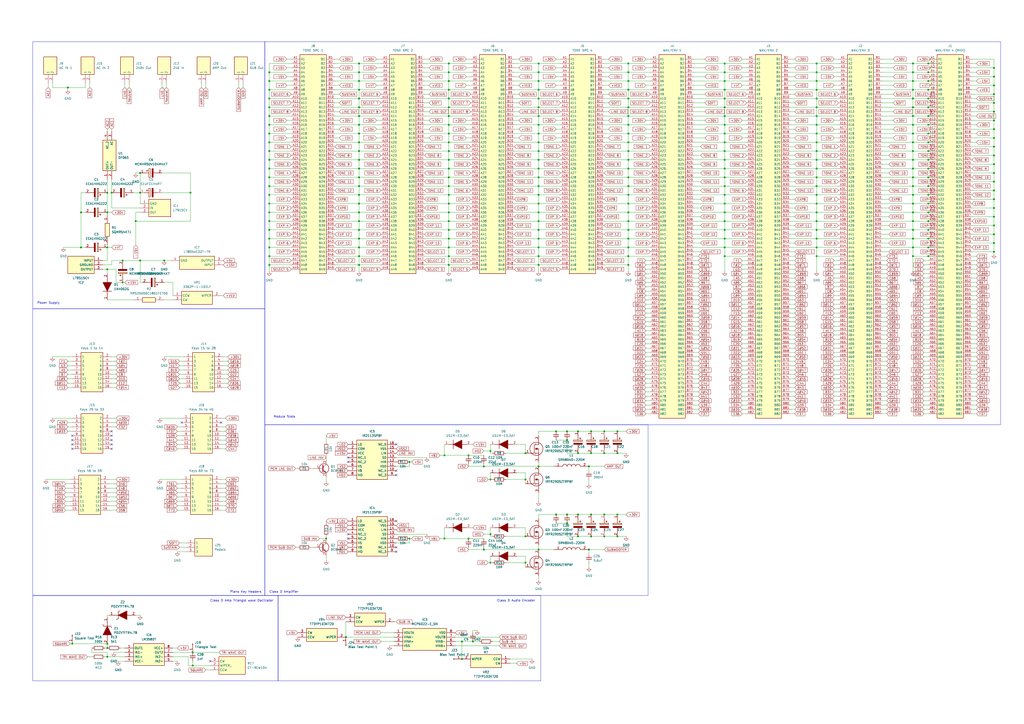
<source format=kicad_sch>
(kicad_sch (version 20230121) (generator eeschema)
  (paper "A2")
  (title_block (title "Lyrebird Piano Recreation") (date "2023-12-04") (rev "1") (company "Paul's Engineering Space"))
  (junction (at 71.12 163.83))
  (junction (at 260.35 72.39))
  (junction (at 208.28 72.39))
  (junction (at 420.37 82.55))
  (junction (at 95.25 151.13))
  (junction (at 538.48 133.35))
  (junction (at 576.58 74.93))
  (junction (at 312.42 67.31))
  (junction (at 350.52 298.45))
  (junction (at 358.14 262.89))
  (junction (at 473.71 118.11))
  (junction (at 208.28 52.07))
  (junction (at 280.67 270.51))
  (junction (at 529.59 72.39))
  (junction (at 473.71 107.95))
  (junction (at 538.48 102.87))
  (junction (at 364.49 118.11))
  (junction (at 576.58 100.33))
  (junction (at 529.59 36.83))
  (junction (at 420.37 62.23))
  (junction (at 46.99 123.19))
  (junction (at 260.35 52.07))
  (junction (at 81.28 151.13))
  (junction (at 62.23 156.21))
  (junction (at 312.42 41.91))
  (junction (at 364.49 82.55))
  (junction (at 420.37 97.79))
  (junction (at 208.28 46.99))
  (junction (at 364.49 97.79))
  (junction (at 208.28 102.87))
  (junction (at 81.28 100.33))
  (junction (at 208.28 128.27))
  (junction (at 328.93 250.19))
  (junction (at 538.48 72.39))
  (junction (at 260.35 77.47))
  (junction (at 208.28 113.03))
  (junction (at 64.77 111.76))
  (junction (at 322.58 250.19))
  (junction (at 342.9 298.45))
  (junction (at 364.49 138.43))
  (junction (at 529.59 67.31))
  (junction (at 208.28 143.51))
  (junction (at 271.78 264.16))
  (junction (at 62.23 123.19))
  (junction (at 71.12 151.13))
  (junction (at 529.59 52.07))
  (junction (at 576.58 115.57))
  (junction (at 271.78 312.42))
  (junction (at 420.37 57.15))
  (junction (at 312.42 270.51))
  (junction (at 473.71 102.87))
  (junction (at 473.71 143.51))
  (junction (at 473.71 97.79))
  (junction (at 260.35 46.99))
  (junction (at 335.28 262.89))
  (junction (at 156.21 148.59))
  (junction (at 322.58 298.45))
  (junction (at 576.58 140.97))
  (junction (at 420.37 41.91))
  (junction (at 312.42 92.71))
  (junction (at 312.42 143.51))
  (junction (at 312.42 57.15))
  (junction (at 529.59 128.27))
  (junction (at 420.37 92.71))
  (junction (at 473.71 113.03))
  (junction (at 280.67 318.77))
  (junction (at 156.21 72.39))
  (junction (at 312.42 113.03))
  (junction (at 156.21 118.11))
  (junction (at 156.21 62.23))
  (junction (at 260.35 67.31))
  (junction (at 257.81 312.42))
  (junction (at 260.35 97.79))
  (junction (at 342.9 250.19))
  (junction (at 529.59 77.47))
  (junction (at 110.49 111.76))
  (junction (at 260.35 128.27))
  (junction (at 538.48 123.19))
  (junction (at 260.35 133.35))
  (junction (at 576.58 146.05))
  (junction (at 420.37 118.11))
  (junction (at 260.35 36.83))
  (junction (at 538.48 67.31))
  (junction (at 208.28 148.59))
  (junction (at 156.21 87.63))
  (junction (at 208.28 138.43))
  (junction (at 208.28 118.11))
  (junction (at 267.97 372.11))
  (junction (at 156.21 52.07))
  (junction (at 420.37 107.95))
  (junction (at 473.71 41.91))
  (junction (at 304.8 262.89))
  (junction (at 156.21 113.03))
  (junction (at 335.28 250.19))
  (junction (at 473.71 148.59))
  (junction (at 156.21 143.51))
  (junction (at 358.14 298.45))
  (junction (at 62.23 143.51))
  (junction (at 538.48 36.83))
  (junction (at 576.58 69.85))
  (junction (at 538.48 46.99))
  (junction (at 312.42 138.43))
  (junction (at 529.59 62.23))
  (junction (at 78.74 128.27))
  (junction (at 260.35 143.51))
  (junction (at 312.42 123.19))
  (junction (at 260.35 148.59))
  (junction (at 62.23 381))
  (junction (at 420.37 77.47))
  (junction (at 156.21 57.15))
  (junction (at 538.48 77.47))
  (junction (at 364.49 153.67))
  (junction (at 260.35 153.67))
  (junction (at 156.21 102.87))
  (junction (at 156.21 82.55))
  (junction (at 284.48 309.88))
  (junction (at 312.42 82.55))
  (junction (at 260.35 107.95))
  (junction (at 304.8 278.13))
  (junction (at 208.28 57.15))
  (junction (at 260.35 92.71))
  (junction (at 312.42 87.63))
  (junction (at 473.71 92.71))
  (junction (at 156.21 153.67))
  (junction (at 420.37 148.59))
  (junction (at 576.58 105.41))
  (junction (at 364.49 46.99))
  (junction (at 208.28 153.67))
  (junction (at 529.59 123.19))
  (junction (at 364.49 113.03))
  (junction (at 420.37 72.39))
  (junction (at 576.58 54.61))
  (junction (at 364.49 67.31))
  (junction (at 576.58 125.73))
  (junction (at 364.49 148.59))
  (junction (at 341.63 318.77))
  (junction (at 335.28 298.45))
  (junction (at 111.76 386.08))
  (junction (at 156.21 67.31))
  (junction (at 260.35 113.03))
  (junction (at 364.49 72.39))
  (junction (at 576.58 85.09))
  (junction (at 260.35 118.11))
  (junction (at 312.42 318.77))
  (junction (at 156.21 41.91))
  (junction (at 529.59 41.91))
  (junction (at 200.66 369.57))
  (junction (at 364.49 41.91))
  (junction (at 312.42 128.27))
  (junction (at 260.35 62.23))
  (junction (at 284.48 278.13))
  (junction (at 260.35 87.63))
  (junction (at 46.99 143.51))
  (junction (at 156.21 92.71))
  (junction (at 529.59 148.59))
  (junction (at 312.42 148.59))
  (junction (at 473.71 128.27))
  (junction (at 538.48 138.43))
  (junction (at 208.28 107.95))
  (junction (at 364.49 92.71))
  (junction (at 62.23 373.38))
  (junction (at 576.58 39.37))
  (junction (at 156.21 128.27))
  (junction (at 473.71 46.99))
  (junction (at 304.8 311.15))
  (junction (at 156.21 46.99))
  (junction (at 420.37 67.31))
  (junction (at 312.42 133.35))
  (junction (at 473.71 138.43))
  (junction (at 364.49 62.23))
  (junction (at 538.48 62.23))
  (junction (at 473.71 77.47))
  (junction (at 529.59 97.79))
  (junction (at 260.35 57.15))
  (junction (at 312.42 77.47))
  (junction (at 576.58 135.89))
  (junction (at 62.23 375.92))
  (junction (at 350.52 311.15))
  (junction (at 538.48 113.03))
  (junction (at 420.37 36.83))
  (junction (at 538.48 107.95))
  (junction (at 538.48 118.11))
  (junction (at 364.49 52.07))
  (junction (at 420.37 138.43))
  (junction (at 473.71 82.55))
  (junction (at 538.48 57.15))
  (junction (at 576.58 80.01))
  (junction (at 358.14 250.19))
  (junction (at 364.49 36.83))
  (junction (at 156.21 123.19))
  (junction (at 529.59 118.11))
  (junction (at 312.42 102.87))
  (junction (at 328.93 298.45))
  (junction (at 41.91 373.38))
  (junction (at 260.35 138.43))
  (junction (at 208.28 97.79))
  (junction (at 260.35 123.19))
  (junction (at 304.8 326.39))
  (junction (at 237.49 312.42))
  (junction (at 529.59 107.95))
  (junction (at 274.32 372.11))
  (junction (at 538.48 41.91))
  (junction (at 420.37 87.63))
  (junction (at 156.21 97.79))
  (junction (at 312.42 46.99))
  (junction (at 81.28 111.76))
  (junction (at 420.37 113.03))
  (junction (at 208.28 41.91))
  (junction (at 342.9 311.15))
  (junction (at 312.42 118.11))
  (junction (at 538.48 92.71))
  (junction (at 529.59 133.35))
  (junction (at 335.28 311.15))
  (junction (at 473.71 72.39))
  (junction (at 529.59 46.99))
  (junction (at 538.48 128.27))
  (junction (at 364.49 107.95))
  (junction (at 312.42 52.07))
  (junction (at 473.71 62.23))
  (junction (at 208.28 92.71))
  (junction (at 358.14 311.15))
  (junction (at 529.59 87.63))
  (junction (at 364.49 133.35))
  (junction (at 576.58 130.81))
  (junction (at 529.59 113.03))
  (junction (at 576.58 59.69))
  (junction (at 420.37 128.27))
  (junction (at 364.49 128.27))
  (junction (at 529.59 92.71))
  (junction (at 473.71 87.63))
  (junction (at 538.48 82.55))
  (junction (at 576.58 120.65))
  (junction (at 312.42 62.23))
  (junction (at 529.59 82.55))
  (junction (at 364.49 57.15))
  (junction (at 156.21 133.35))
  (junction (at 529.59 143.51))
  (junction (at 62.23 111.76))
  (junction (at 364.49 77.47))
  (junction (at 267.97 382.27))
  (junction (at 156.21 107.95))
  (junction (at 189.23 312.42))
  (junction (at 529.59 138.43))
  (junction (at 576.58 110.49))
  (junction (at 328.93 303.53))
  (junction (at 208.28 67.31))
  (junction (at 420.37 102.87))
  (junction (at 39.37 50.8))
  (junction (at 538.48 87.63))
  (junction (at 420.37 52.07))
  (junction (at 284.48 326.39))
  (junction (at 576.58 49.53))
  (junction (at 364.49 123.19))
  (junction (at 208.28 62.23))
  (junction (at 420.37 46.99))
  (junction (at 312.42 97.79))
  (junction (at 312.42 36.83))
  (junction (at 473.71 57.15))
  (junction (at 529.59 57.15))
  (junction (at 350.52 250.19))
  (junction (at 208.28 77.47))
  (junction (at 538.48 97.79))
  (junction (at 473.71 52.07))
  (junction (at 237.49 267.97))
  (junction (at 341.63 270.51))
  (junction (at 156.21 138.43))
  (junction (at 420.37 133.35))
  (junction (at 208.28 133.35))
  (junction (at 473.71 36.83))
  (junction (at 312.42 153.67))
  (junction (at 538.48 148.59))
  (junction (at 208.28 82.55))
  (junction (at 312.42 107.95))
  (junction (at 350.52 262.89))
  (junction (at 538.48 143.51))
  (junction (at 576.58 90.17))
  (junction (at 328.93 255.27))
  (junction (at 312.42 72.39))
  (junction (at 208.28 36.83))
  (junction (at 576.58 95.25))
  (junction (at 260.35 41.91))
  (junction (at 364.49 143.51))
  (junction (at 342.9 262.89))
  (junction (at 257.81 264.16))
  (junction (at 420.37 143.51))
  (junction (at 576.58 44.45))
  (junction (at 284.48 261.62))
  (junction (at 156.21 77.47))
  (junction (at 473.71 123.19))
  (junction (at 473.71 67.31))
  (junction (at 364.49 102.87))
  (junction (at 529.59 102.87))
  (junction (at 420.37 123.19))
  (junction (at 538.48 52.07))
  (junction (at 260.35 102.87))
  (junction (at 473.71 133.35))
  (junction (at 364.49 87.63))
  (junction (at 576.58 64.77))
  (junction (at 208.28 123.19))
  (junction (at 111.76 378.46))
  (junction (at 260.35 82.55))
  (junction (at 208.28 87.63))
  (no_connect (at 201.93 267.97))
  (no_connect (at 201.93 312.42))
  (no_connect (at 201.93 309.88))
  (no_connect (at 229.87 302.26))
  (no_connect (at 41.91 257.81))
  (no_connect (at 41.91 252.73))
  (no_connect (at 229.87 320.04))
  (no_connect (at 229.87 273.05))
  (no_connect (at 41.91 260.35))
  (no_connect (at 64.77 250.19))
  (no_connect (at 229.87 257.81))
  (no_connect (at 64.77 252.73))
  (no_connect (at 229.87 275.59))
  (no_connect (at 64.77 260.35))
  (no_connect (at 64.77 257.81))
  (no_connect (at 41.91 255.27))
  (no_connect (at 105.41 245.11))
  (no_connect (at 201.93 265.43))
  (no_connect (at 121.92 383.54))
  (no_connect (at 229.87 317.5))
  (no_connect (at 64.77 255.27))
  (no_connect (at 128.27 245.11))
  (wire (pts (xy 74.93 48.26) (xy 74.93 50.8)))
  (wire (pts (xy 260.35 102.87) (xy 260.35 107.95)))
  (wire (pts (xy 289.56 374.65) (xy 264.16 374.65)))
  (wire (pts (xy 194.31 62.23) (xy 208.28 62.23)))
  (wire (pts (xy 298.45 97.79) (xy 312.42 97.79)))
  (wire (pts (xy 374.65 179.07) (xy 377.19 179.07)))
  (wire (pts (xy 41.91 373.38) (xy 62.23 373.38)))
  (wire (pts (xy 374.65 69.85) (xy 377.19 69.85)))
  (wire (pts (xy 529.59 62.23) (xy 529.59 67.31)))
  (wire (pts (xy 420.37 107.95) (xy 433.07 107.95)))
  (wire (pts (xy 46.99 123.19) (xy 49.53 123.19)))
  (wire (pts (xy 576.58 147.32) (xy 576.58 146.05)))
  (wire (pts (xy 156.21 148.59) (xy 168.91 148.59)))
  (wire (pts (xy 566.42 227.33) (xy 563.88 227.33)))
  (wire (pts (xy 237.49 267.97) (xy 238.76 267.97)))
  (wire (pts (xy 402.59 176.53) (xy 405.13 176.53)))
  (wire (pts (xy 514.35 224.79) (xy 511.81 224.79)))
  (wire (pts (xy 260.35 138.43) (xy 273.05 138.43)))
  (wire (pts (xy 350.52 57.15) (xy 364.49 57.15)))
  (wire (pts (xy 430.53 237.49) (xy 433.07 237.49)))
  (wire (pts (xy 312.42 46.99) (xy 325.12 46.99)))
  (wire (pts (xy 284.48 274.32) (xy 284.48 278.13)))
  (wire (pts (xy 298.45 123.19) (xy 312.42 123.19)))
  (wire (pts (xy 420.37 118.11) (xy 433.07 118.11)))
  (wire (pts (xy 535.94 222.25) (xy 538.48 222.25)))
  (wire (pts (xy 374.65 219.71) (xy 377.19 219.71)))
  (wire (pts (xy 270.51 34.29) (xy 273.05 34.29)))
  (wire (pts (xy 406.4 140.97) (xy 402.59 140.97)))
  (wire (pts (xy 402.59 57.15) (xy 420.37 57.15)))
  (wire (pts (xy 246.38 87.63) (xy 260.35 87.63)))
  (wire (pts (xy 260.35 153.67) (xy 273.05 153.67)))
  (wire (pts (xy 406.4 115.57) (xy 402.59 115.57)))
  (wire (pts (xy 461.01 240.03) (xy 458.47 240.03)))
  (wire (pts (xy 364.49 92.71) (xy 377.19 92.71)))
  (wire (pts (xy 563.88 140.97) (xy 576.58 140.97)))
  (wire (pts (xy 402.59 173.99) (xy 405.13 173.99)))
  (wire (pts (xy 483.87 49.53) (xy 486.41 49.53)))
  (wire (pts (xy 280.67 261.62) (xy 284.48 261.62)))
  (wire (pts (xy 130.81 242.57) (xy 128.27 242.57)))
  (wire (pts (xy 156.21 102.87) (xy 168.91 102.87)))
  (wire (pts (xy 39.37 214.63) (xy 41.91 214.63)))
  (wire (pts (xy 402.59 199.39) (xy 405.13 199.39)))
  (wire (pts (xy 420.37 128.27) (xy 433.07 128.27)))
  (wire (pts (xy 511.81 67.31) (xy 529.59 67.31)))
  (wire (pts (xy 62.23 156.21) (xy 62.23 158.75)))
  (wire (pts (xy 511.81 39.37) (xy 518.16 39.37)))
  (wire (pts (xy 156.21 57.15) (xy 156.21 62.23)))
  (wire (pts (xy 538.48 107.95) (xy 542.29 107.95)))
  (wire (pts (xy 529.59 138.43) (xy 529.59 143.51)))
  (wire (pts (xy 374.65 173.99) (xy 377.19 173.99)))
  (wire (pts (xy 194.31 41.91) (xy 208.28 41.91)))
  (wire (pts (xy 430.53 173.99) (xy 433.07 173.99)))
  (wire (pts (xy 229.87 270.51) (xy 237.49 270.51)))
  (wire (pts (xy 430.53 186.69) (xy 433.07 186.69)))
  (wire (pts (xy 53.34 375.92) (xy 53.34 378.46)))
  (wire (pts (xy 473.71 138.43) (xy 486.41 138.43)))
  (wire (pts (xy 563.88 100.33) (xy 576.58 100.33)))
  (wire (pts (xy 473.71 148.59) (xy 486.41 148.59)))
  (wire (pts (xy 539.75 69.85) (xy 542.29 69.85)))
  (wire (pts (xy 458.47 46.99) (xy 473.71 46.99)))
  (wire (pts (xy 208.28 97.79) (xy 220.98 97.79)))
  (wire (pts (xy 514.35 163.83) (xy 511.81 163.83)))
  (wire (pts (xy 156.21 67.31) (xy 168.91 67.31)))
  (wire (pts (xy 194.31 34.29) (xy 196.85 34.29)))
  (wire (pts (xy 246.38 62.23) (xy 260.35 62.23)))
  (wire (pts (xy 171.45 271.78) (xy 172.72 271.78)))
  (wire (pts (xy 208.28 138.43) (xy 208.28 143.51)))
  (wire (pts (xy 420.37 87.63) (xy 420.37 92.71)))
  (wire (pts (xy 483.87 156.21) (xy 486.41 156.21)))
  (wire (pts (xy 246.38 34.29) (xy 248.92 34.29)))
  (wire (pts (xy 364.49 82.55) (xy 377.19 82.55)))
  (wire (pts (xy 156.21 107.95) (xy 156.21 113.03)))
  (wire (pts (xy 430.53 39.37) (xy 433.07 39.37)))
  (wire (pts (xy 30.48 50.8) (xy 39.37 50.8)))
  (wire (pts (xy 350.52 102.87) (xy 364.49 102.87)))
  (wire (pts (xy 312.42 123.19) (xy 325.12 123.19)))
  (wire (pts (xy 535.94 196.85) (xy 538.48 196.85)))
  (wire (pts (xy 420.37 138.43) (xy 433.07 138.43)))
  (wire (pts (xy 102.87 293.37) (xy 105.41 293.37)))
  (wire (pts (xy 298.45 118.11) (xy 312.42 118.11)))
  (wire (pts (xy 406.4 110.49) (xy 402.59 110.49)))
  (wire (pts (xy 538.48 36.83) (xy 542.29 36.83)))
  (wire (pts (xy 461.01 85.09) (xy 458.47 85.09)))
  (wire (pts (xy 483.87 189.23) (xy 486.41 189.23)))
  (wire (pts (xy 374.65 209.55) (xy 377.19 209.55)))
  (wire (pts (xy 156.21 97.79) (xy 168.91 97.79)))
  (wire (pts (xy 364.49 102.87) (xy 364.49 107.95)))
  (wire (pts (xy 116.84 48.26) (xy 116.84 50.8)))
  (wire (pts (xy 420.37 57.15) (xy 433.07 57.15)))
  (wire (pts (xy 132.08 219.71) (xy 129.54 219.71)))
  (wire (pts (xy 156.21 57.15) (xy 168.91 57.15)))
  (wire (pts (xy 576.58 74.93) (xy 576.58 80.01)))
  (wire (pts (xy 535.94 153.67) (xy 538.48 153.67)))
  (wire (pts (xy 473.71 46.99) (xy 486.41 46.99)))
  (wire (pts (xy 260.35 128.27) (xy 273.05 128.27)))
  (wire (pts (xy 156.21 128.27) (xy 156.21 133.35)))
  (wire (pts (xy 273.05 257.81) (xy 274.32 257.81)))
  (wire (pts (xy 461.01 135.89) (xy 458.47 135.89)))
  (wire (pts (xy 402.59 67.31) (xy 420.37 67.31)))
  (wire (pts (xy 66.04 378.46) (xy 72.39 378.46)))
  (wire (pts (xy 483.87 69.85) (xy 486.41 69.85)))
  (wire (pts (xy 535.94 176.53) (xy 538.48 176.53)))
  (wire (pts (xy 208.28 67.31) (xy 208.28 72.39)))
  (wire (pts (xy 67.31 293.37) (xy 63.5 293.37)))
  (wire (pts (xy 402.59 229.87) (xy 405.13 229.87)))
  (wire (pts (xy 458.47 39.37) (xy 461.01 39.37)))
  (wire (pts (xy 430.53 158.75) (xy 433.07 158.75)))
  (wire (pts (xy 358.14 311.15) (xy 363.22 311.15)))
  (wire (pts (xy 62.23 111.76) (xy 62.23 123.19)))
  (wire (pts (xy 563.88 49.53) (xy 576.58 49.53)))
  (wire (pts (xy 260.35 72.39) (xy 260.35 77.47)))
  (wire (pts (xy 402.59 92.71) (xy 420.37 92.71)))
  (wire (pts (xy 473.71 128.27) (xy 486.41 128.27)))
  (wire (pts (xy 535.94 166.37) (xy 538.48 166.37)))
  (wire (pts (xy 563.88 125.73) (xy 576.58 125.73)))
  (wire (pts (xy 538.48 92.71) (xy 542.29 92.71)))
  (wire (pts (xy 420.37 72.39) (xy 420.37 77.47)))
  (wire (pts (xy 483.87 184.15) (xy 486.41 184.15)))
  (wire (pts (xy 194.31 82.55) (xy 208.28 82.55)))
  (wire (pts (xy 461.01 176.53) (xy 458.47 176.53)))
  (wire (pts (xy 430.53 179.07) (xy 433.07 179.07)))
  (wire (pts (xy 483.87 80.01) (xy 486.41 80.01)))
  (wire (pts (xy 248.92 54.61) (xy 246.38 54.61)))
  (wire (pts (xy 430.53 224.79) (xy 433.07 224.79)))
  (wire (pts (xy 260.35 87.63) (xy 273.05 87.63)))
  (wire (pts (xy 539.75 39.37) (xy 542.29 39.37)))
  (wire (pts (xy 312.42 57.15) (xy 312.42 62.23)))
  (wire (pts (xy 312.42 36.83) (xy 325.12 36.83)))
  (wire (pts (xy 563.88 115.57) (xy 576.58 115.57)))
  (wire (pts (xy 138.43 48.26) (xy 138.43 50.8)))
  (wire (pts (xy 576.58 95.25) (xy 576.58 100.33)))
  (wire (pts (xy 458.47 138.43) (xy 473.71 138.43)))
  (wire (pts (xy 350.52 69.85) (xy 353.06 69.85)))
  (wire (pts (xy 374.65 191.77) (xy 377.19 191.77)))
  (wire (pts (xy 566.42 209.55) (xy 563.88 209.55)))
  (wire (pts (xy 284.48 257.81) (xy 284.48 261.62)))
  (wire (pts (xy 402.59 148.59) (xy 405.13 148.59)))
  (wire (pts (xy 312.42 57.15) (xy 325.12 57.15)))
  (wire (pts (xy 515.62 140.97) (xy 511.81 140.97)))
  (wire (pts (xy 208.28 41.91) (xy 220.98 41.91)))
  (wire (pts (xy 402.59 237.49) (xy 405.13 237.49)))
  (wire (pts (xy 264.16 369.57) (xy 289.56 369.57)))
  (wire (pts (xy 529.59 92.71) (xy 538.48 92.71)))
  (wire (pts (xy 102.87 290.83) (xy 105.41 290.83)))
  (wire (pts (xy 430.53 227.33) (xy 433.07 227.33)))
  (wire (pts (xy 511.81 133.35) (xy 529.59 133.35)))
  (wire (pts (xy 312.42 318.77) (xy 321.31 318.77)))
  (wire (pts (xy 420.37 82.55) (xy 433.07 82.55)))
  (wire (pts (xy 130.81 288.29) (xy 128.27 288.29)))
  (wire (pts (xy 156.21 113.03) (xy 168.91 113.03)))
  (wire (pts (xy 208.28 118.11) (xy 220.98 118.11)))
  (wire (pts (xy 67.31 212.09) (xy 64.77 212.09)))
  (wire (pts (xy 473.71 128.27) (xy 473.71 133.35)))
  (wire (pts (xy 483.87 196.85) (xy 486.41 196.85)))
  (wire (pts (xy 420.37 143.51) (xy 420.37 148.59)))
  (wire (pts (xy 208.28 67.31) (xy 220.98 67.31)))
  (wire (pts (xy 350.52 138.43) (xy 364.49 138.43)))
  (wire (pts (xy 364.49 41.91) (xy 377.19 41.91)))
  (wire (pts (xy 271.78 318.77) (xy 280.67 318.77)))
  (wire (pts (xy 473.71 92.71) (xy 486.41 92.71)))
  (wire (pts (xy 189.23 302.26) (xy 189.23 303.53)))
  (wire (pts (xy 535.94 158.75) (xy 538.48 158.75)))
  (wire (pts (xy 566.42 168.91) (xy 563.88 168.91)))
  (wire (pts (xy 576.58 100.33) (xy 576.58 105.41)))
  (wire (pts (xy 246.38 128.27) (xy 260.35 128.27)))
  (wire (pts (xy 64.77 123.19) (xy 62.23 123.19)))
  (wire (pts (xy 156.21 118.11) (xy 168.91 118.11)))
  (wire (pts (xy 312.42 133.35) (xy 312.42 138.43)))
  (wire (pts (xy 67.31 209.55) (xy 64.77 209.55)))
  (wire (pts (xy 312.42 298.45) (xy 322.58 298.45)))
  (wire (pts (xy 364.49 77.47) (xy 377.19 77.47)))
  (wire (pts (xy 312.42 334.01) (xy 312.42 336.55)))
  (wire (pts (xy 218.44 80.01) (xy 220.98 80.01)))
  (wire (pts (xy 461.01 115.57) (xy 458.47 115.57)))
  (wire (pts (xy 538.48 52.07) (xy 542.29 52.07)))
  (wire (pts (xy 156.21 92.71) (xy 168.91 92.71)))
  (wire (pts (xy 208.28 133.35) (xy 208.28 138.43)))
  (wire (pts (xy 402.59 36.83) (xy 420.37 36.83)))
  (wire (pts (xy 78.74 128.27) (xy 78.74 142.24)))
  (wire (pts (xy 458.47 123.19) (xy 473.71 123.19)))
  (wire (pts (xy 515.62 100.33) (xy 511.81 100.33)))
  (wire (pts (xy 312.42 46.99) (xy 312.42 52.07)))
  (wire (pts (xy 430.53 171.45) (xy 433.07 171.45)))
  (wire (pts (xy 374.65 151.13) (xy 377.19 151.13)))
  (wire (pts (xy 312.42 128.27) (xy 325.12 128.27)))
  (wire (pts (xy 402.59 138.43) (xy 420.37 138.43)))
  (wire (pts (xy 458.47 54.61) (xy 461.01 54.61)))
  (wire (pts (xy 130.81 283.21) (xy 128.27 283.21)))
  (wire (pts (xy 515.62 110.49) (xy 511.81 110.49)))
  (wire (pts (xy 461.01 151.13) (xy 458.47 151.13)))
  (wire (pts (xy 515.62 115.57) (xy 511.81 115.57)))
  (wire (pts (xy 529.59 138.43) (xy 538.48 138.43)))
  (wire (pts (xy 220.98 372.11) (xy 228.6 372.11)))
  (wire (pts (xy 461.01 125.73) (xy 458.47 125.73)))
  (wire (pts (xy 374.65 232.41) (xy 377.19 232.41)))
  (wire (pts (xy 364.49 62.23) (xy 364.49 67.31)))
  (wire (pts (xy 374.65 229.87) (xy 377.19 229.87)))
  (wire (pts (xy 298.45 107.95) (xy 312.42 107.95)))
  (wire (pts (xy 374.65 186.69) (xy 377.19 186.69)))
  (wire (pts (xy 483.87 171.45) (xy 486.41 171.45)))
  (wire (pts (xy 576.58 115.57) (xy 576.58 120.65)))
  (wire (pts (xy 156.21 46.99) (xy 168.91 46.99)))
  (wire (pts (xy 529.59 113.03) (xy 529.59 118.11)))
  (wire (pts (xy 130.81 260.35) (xy 128.27 260.35)))
  (wire (pts (xy 246.38 52.07) (xy 260.35 52.07)))
  (wire (pts (xy 289.56 372.11) (xy 285.75 372.11)))
  (wire (pts (xy 461.01 110.49) (xy 458.47 110.49)))
  (wire (pts (xy 156.21 82.55) (xy 156.21 87.63)))
  (wire (pts (xy 576.58 146.05) (xy 563.88 146.05)))
  (wire (pts (xy 374.65 176.53) (xy 377.19 176.53)))
  (wire (pts (xy 156.21 72.39) (xy 168.91 72.39)))
  (wire (pts (xy 529.59 77.47) (xy 529.59 82.55)))
  (wire (pts (xy 566.42 171.45) (xy 563.88 171.45)))
  (wire (pts (xy 67.31 217.17) (xy 64.77 217.17)))
  (wire (pts (xy 430.53 196.85) (xy 433.07 196.85)))
  (wire (pts (xy 248.92 74.93) (xy 246.38 74.93)))
  (wire (pts (xy 208.28 57.15) (xy 208.28 62.23)))
  (wire (pts (xy 563.88 44.45) (xy 576.58 44.45)))
  (wire (pts (xy 322.58 34.29) (xy 325.12 34.29)))
  (wire (pts (xy 208.28 113.03) (xy 208.28 118.11)))
  (wire (pts (xy 194.31 138.43) (xy 208.28 138.43)))
  (wire (pts (xy 38.1 288.29) (xy 40.64 288.29)))
  (wire (pts (xy 458.47 107.95) (xy 473.71 107.95)))
  (wire (pts (xy 67.31 285.75) (xy 63.5 285.75)))
  (wire (pts (xy 402.59 49.53) (xy 408.94 49.53)))
  (wire (pts (xy 104.14 317.5) (xy 107.95 317.5)))
  (wire (pts (xy 483.87 194.31) (xy 486.41 194.31)))
  (wire (pts (xy 514.35 168.91) (xy 511.81 168.91)))
  (wire (pts (xy 461.01 100.33) (xy 458.47 100.33)))
  (wire (pts (xy 46.99 123.19) (xy 46.99 111.76)))
  (wire (pts (xy 529.59 102.87) (xy 538.48 102.87)))
  (wire (pts (xy 364.49 72.39) (xy 364.49 77.47)))
  (wire (pts (xy 535.94 199.39) (xy 538.48 199.39)))
  (wire (pts (xy 420.37 102.87) (xy 433.07 102.87)))
  (wire (pts (xy 350.52 97.79) (xy 364.49 97.79)))
  (wire (pts (xy 260.35 118.11) (xy 260.35 123.19)))
  (wire (pts (xy 514.35 227.33) (xy 511.81 227.33)))
  (wire (pts (xy 104.14 224.79) (xy 106.68 224.79)))
  (wire (pts (xy 271.78 312.42) (xy 257.81 312.42)))
  (wire (pts (xy 350.52 62.23) (xy 364.49 62.23)))
  (wire (pts (xy 208.28 77.47) (xy 220.98 77.47)))
  (wire (pts (xy 284.48 306.07) (xy 284.48 309.88)))
  (wire (pts (xy 374.65 44.45) (xy 377.19 44.45)))
  (wire (pts (xy 104.14 217.17) (xy 106.68 217.17)))
  (wire (pts (xy 128.27 171.45) (xy 129.54 171.45)))
  (wire (pts (xy 576.58 49.53) (xy 576.58 54.61)))
  (wire (pts (xy 156.21 87.63) (xy 156.21 92.71)))
  (wire (pts (xy 461.01 204.47) (xy 458.47 204.47)))
  (wire (pts (xy 364.49 46.99) (xy 377.19 46.99)))
  (wire (pts (xy 364.49 92.71) (xy 364.49 97.79)))
  (wire (pts (xy 322.58 303.53) (xy 328.93 303.53)))
  (wire (pts (xy 535.94 232.41) (xy 538.48 232.41)))
  (wire (pts (xy 511.81 72.39) (xy 529.59 72.39)))
  (wire (pts (xy 26.67 278.13) (xy 40.64 278.13)))
  (wire (pts (xy 350.52 92.71) (xy 364.49 92.71)))
  (wire (pts (xy 563.88 39.37) (xy 576.58 39.37)))
  (wire (pts (xy 374.65 227.33) (xy 377.19 227.33)))
  (wire (pts (xy 260.35 138.43) (xy 260.35 143.51)))
  (wire (pts (xy 566.42 184.15) (xy 563.88 184.15)))
  (wire (pts (xy 130.81 250.19) (xy 128.27 250.19)))
  (wire (pts (xy 473.71 57.15) (xy 473.71 62.23)))
  (wire (pts (xy 102.87 247.65) (xy 105.41 247.65)))
  (wire (pts (xy 511.81 69.85) (xy 518.16 69.85)))
  (wire (pts (xy 312.42 113.03) (xy 325.12 113.03)))
  (wire (pts (xy 39.37 217.17) (xy 41.91 217.17)))
  (wire (pts (xy 430.53 240.03) (xy 433.07 240.03)))
  (wire (pts (xy 514.35 156.21) (xy 511.81 156.21)))
  (wire (pts (xy 374.65 163.83) (xy 377.19 163.83)))
  (wire (pts (xy 420.37 72.39) (xy 433.07 72.39)))
  (wire (pts (xy 284.48 322.58) (xy 284.48 326.39)))
  (wire (pts (xy 130.81 252.73) (xy 128.27 252.73)))
  (wire (pts (xy 529.59 67.31) (xy 538.48 67.31)))
  (wire (pts (xy 156.21 133.35) (xy 168.91 133.35)))
  (wire (pts (xy 461.01 161.29) (xy 458.47 161.29)))
  (wire (pts (xy 312.42 102.87) (xy 325.12 102.87)))
  (wire (pts (xy 156.21 138.43) (xy 156.21 143.51)))
  (wire (pts (xy 62.23 381) (xy 72.39 381)))
  (wire (pts (xy 566.42 232.41) (xy 563.88 232.41)))
  (wire (pts (xy 270.51 80.01) (xy 273.05 80.01)))
  (wire (pts (xy 374.65 74.93) (xy 377.19 74.93)))
  (wire (pts (xy 270.51 49.53) (xy 273.05 49.53)))
  (wire (pts (xy 312.42 128.27) (xy 312.42 133.35)))
  (wire (pts (xy 156.21 133.35) (xy 156.21 138.43)))
  (wire (pts (xy 374.65 153.67) (xy 377.19 153.67)))
  (wire (pts (xy 402.59 224.79) (xy 405.13 224.79)))
  (wire (pts (xy 92.71 242.57) (xy 105.41 242.57)))
  (wire (pts (xy 514.35 171.45) (xy 511.81 171.45)))
  (wire (pts (xy 208.28 148.59) (xy 208.28 153.67)))
  (wire (pts (xy 208.28 62.23) (xy 208.28 67.31)))
  (wire (pts (xy 194.31 153.67) (xy 208.28 153.67)))
  (wire (pts (xy 132.08 207.01) (xy 129.54 207.01)))
  (wire (pts (xy 312.42 67.31) (xy 325.12 67.31)))
  (wire (pts (xy 461.01 179.07) (xy 458.47 179.07)))
  (wire (pts (xy 430.53 184.15) (xy 433.07 184.15)))
  (wire (pts (xy 402.59 204.47) (xy 405.13 204.47)))
  (wire (pts (xy 208.28 148.59) (xy 220.98 148.59)))
  (wire (pts (xy 208.28 92.71) (xy 220.98 92.71)))
  (wire (pts (xy 473.71 102.87) (xy 486.41 102.87)))
  (wire (pts (xy 529.59 36.83) (xy 529.59 41.91)))
  (wire (pts (xy 420.37 123.19) (xy 433.07 123.19)))
  (wire (pts (xy 156.21 77.47) (xy 156.21 82.55)))
  (wire (pts (xy 39.37 222.25) (xy 41.91 222.25)))
  (wire (pts (xy 535.94 189.23) (xy 538.48 189.23)))
  (wire (pts (xy 483.87 234.95) (xy 486.41 234.95)))
  (wire (pts (xy 473.71 77.47) (xy 486.41 77.47)))
  (wire (pts (xy 538.48 82.55) (xy 542.29 82.55)))
  (wire (pts (xy 267.97 372.11) (xy 264.16 372.11)))
  (wire (pts (xy 461.01 148.59) (xy 458.47 148.59)))
  (wire (pts (xy 270.51 69.85) (xy 273.05 69.85)))
  (wire (pts (xy 194.31 80.01) (xy 196.85 80.01)))
  (wire (pts (xy 420.37 92.71) (xy 433.07 92.71)))
  (wire (pts (xy 350.52 148.59) (xy 364.49 148.59)))
  (wire (pts (xy 350.52 123.19) (xy 364.49 123.19)))
  (wire (pts (xy 402.59 191.77) (xy 405.13 191.77)))
  (wire (pts (xy 246.38 46.99) (xy 260.35 46.99)))
  (wire (pts (xy 402.59 128.27) (xy 420.37 128.27)))
  (wire (pts (xy 514.35 229.87) (xy 511.81 229.87)))
  (wire (pts (xy 312.42 102.87) (xy 312.42 107.95)))
  (wire (pts (xy 312.42 62.23) (xy 312.42 67.31)))
  (wire (pts (xy 473.71 123.19) (xy 473.71 128.27)))
  (wire (pts (xy 260.35 52.07) (xy 273.05 52.07)))
  (wire (pts (xy 461.01 171.45) (xy 458.47 171.45)))
  (wire (pts (xy 563.88 74.93) (xy 576.58 74.93)))
  (wire (pts (xy 30.48 242.57) (xy 41.91 242.57)))
  (wire (pts (xy 566.42 201.93) (xy 563.88 201.93)))
  (wire (pts (xy 430.53 151.13) (xy 433.07 151.13)))
  (wire (pts (xy 402.59 161.29) (xy 405.13 161.29)))
  (wire (pts (xy 260.35 133.35) (xy 273.05 133.35)))
  (wire (pts (xy 166.37 34.29) (xy 168.91 34.29)))
  (wire (pts (xy 364.49 82.55) (xy 364.49 87.63)))
  (wire (pts (xy 189.23 311.15) (xy 189.23 312.42)))
  (wire (pts (xy 156.21 123.19) (xy 168.91 123.19)))
  (wire (pts (xy 304.8 306.07) (xy 304.8 311.15)))
  (wire (pts (xy 350.52 46.99) (xy 364.49 46.99)))
  (wire (pts (xy 293.37 262.89) (xy 304.8 262.89)))
  (wire (pts (xy 119.38 48.26) (xy 119.38 50.8)))
  (wire (pts (xy 246.38 41.91) (xy 260.35 41.91)))
  (wire (pts (xy 322.58 74.93) (xy 325.12 74.93)))
  (wire (pts (xy 100.33 383.54) (xy 102.87 383.54)))
  (wire (pts (xy 461.01 130.81) (xy 458.47 130.81)))
  (wire (pts (xy 473.71 123.19) (xy 486.41 123.19)))
  (wire (pts (xy 461.01 181.61) (xy 458.47 181.61)))
  (wire (pts (xy 538.48 67.31) (xy 542.29 67.31)))
  (wire (pts (xy 402.59 133.35) (xy 420.37 133.35)))
  (wire (pts (xy 529.59 46.99) (xy 529.59 52.07)))
  (wire (pts (xy 514.35 204.47) (xy 511.81 204.47)))
  (wire (pts (xy 473.71 133.35) (xy 473.71 138.43)))
  (wire (pts (xy 312.42 113.03) (xy 312.42 118.11)))
  (wire (pts (xy 473.71 62.23) (xy 473.71 67.31)))
  (wire (pts (xy 473.71 143.51) (xy 473.71 148.59)))
  (wire (pts (xy 208.28 41.91) (xy 208.28 46.99)))
  (wire (pts (xy 156.21 102.87) (xy 156.21 107.95)))
  (wire (pts (xy 402.59 201.93) (xy 405.13 201.93)))
  (wire (pts (xy 62.23 104.14) (xy 62.23 111.76)))
  (wire (pts (xy 78.74 123.19) (xy 78.74 128.27)))
  (wire (pts (xy 111.76 386.08) (xy 121.92 386.08)))
  (wire (pts (xy 67.31 290.83) (xy 63.5 290.83)))
  (wire (pts (xy 483.87 74.93) (xy 486.41 74.93)))
  (wire (pts (xy 529.59 97.79) (xy 538.48 97.79)))
  (wire (pts (xy 402.59 219.71) (xy 405.13 219.71)))
  (wire (pts (xy 208.28 107.95) (xy 208.28 113.03)))
  (wire (pts (xy 402.59 171.45) (xy 405.13 171.45)))
  (wire (pts (xy 350.52 67.31) (xy 364.49 67.31)))
  (wire (pts (xy 576.58 140.97) (xy 576.58 146.05)))
  (wire (pts (xy 483.87 173.99) (xy 486.41 173.99)))
  (wire (pts (xy 458.47 82.55) (xy 473.71 82.55)))
  (wire (pts (xy 312.42 82.55) (xy 325.12 82.55)))
  (wire (pts (xy 402.59 80.01) (xy 408.94 80.01)))
  (wire (pts (xy 563.88 64.77) (xy 576.58 64.77)))
  (wire (pts (xy 300.99 74.93) (xy 298.45 74.93)))
  (wire (pts (xy 563.88 46.99) (xy 566.42 46.99)))
  (wire (pts (xy 402.59 52.07) (xy 420.37 52.07)))
  (wire (pts (xy 208.28 113.03) (xy 220.98 113.03)))
  (wire (pts (xy 461.01 194.31) (xy 458.47 194.31)))
  (wire (pts (xy 298.45 87.63) (xy 312.42 87.63)))
  (wire (pts (xy 67.31 280.67) (xy 63.5 280.67)))
  (wire (pts (xy 514.35 191.77) (xy 511.81 191.77)))
  (wire (pts (xy 196.85 54.61) (xy 194.31 54.61)))
  (wire (pts (xy 228.6 367.03) (xy 220.98 367.03)))
  (wire (pts (xy 312.42 138.43) (xy 312.42 143.51)))
  (wire (pts (xy 298.45 57.15) (xy 312.42 57.15)))
  (wire (pts (xy 312.42 148.59) (xy 312.42 153.67)))
  (wire (pts (xy 353.06 74.93) (xy 350.52 74.93)))
  (wire (pts (xy 514.35 222.25) (xy 511.81 222.25)))
  (wire (pts (xy 110.49 100.33) (xy 93.98 100.33)))
  (wire (pts (xy 350.52 72.39) (xy 364.49 72.39)))
  (wire (pts (xy 430.53 222.25) (xy 433.07 222.25)))
  (wire (pts (xy 483.87 166.37) (xy 486.41 166.37)))
  (wire (pts (xy 483.87 214.63) (xy 486.41 214.63)))
  (wire (pts (xy 194.31 102.87) (xy 208.28 102.87)))
  (wire (pts (xy 156.21 67.31) (xy 156.21 72.39)))
  (wire (pts (xy 461.01 189.23) (xy 458.47 189.23)))
  (wire (pts (xy 483.87 217.17) (xy 486.41 217.17)))
  (wire (pts (xy 208.28 52.07) (xy 208.28 57.15)))
  (wire (pts (xy 374.65 181.61) (xy 377.19 181.61)))
  (wire (pts (xy 576.58 69.85) (xy 576.58 74.93)))
  (wire (pts (xy 458.47 74.93) (xy 461.01 74.93)))
  (wire (pts (xy 246.38 72.39) (xy 260.35 72.39)))
  (wire (pts (xy 535.94 171.45) (xy 538.48 171.45)))
  (wire (pts (xy 514.35 181.61) (xy 511.81 181.61)))
  (wire (pts (xy 514.35 237.49) (xy 511.81 237.49)))
  (wire (pts (xy 312.42 72.39) (xy 312.42 77.47)))
  (wire (pts (xy 293.37 326.39) (xy 304.8 326.39)))
  (wire (pts (xy 156.21 41.91) (xy 156.21 46.99)))
  (wire (pts (xy 246.38 113.03) (xy 260.35 113.03)))
  (wire (pts (xy 529.59 72.39) (xy 529.59 77.47)))
  (wire (pts (xy 257.81 306.07) (xy 257.81 312.42)))
  (wire (pts (xy 535.94 191.77) (xy 538.48 191.77)))
  (wire (pts (xy 473.71 82.55) (xy 486.41 82.55)))
  (wire (pts (xy 283.21 278.13) (xy 284.48 278.13)))
  (wire (pts (xy 102.87 257.81) (xy 105.41 257.81)))
  (wire (pts (xy 350.52 298.45) (xy 358.14 298.45)))
  (wire (pts (xy 511.81 34.29) (xy 518.16 34.29)))
  (wire (pts (xy 274.32 372.11) (xy 267.97 372.11)))
  (wire (pts (xy 458.47 92.71) (xy 473.71 92.71)))
  (wire (pts (xy 511.81 41.91) (xy 529.59 41.91)))
  (wire (pts (xy 208.28 36.83) (xy 220.98 36.83)))
  (wire (pts (xy 566.42 212.09) (xy 563.88 212.09)))
  (wire (pts (xy 420.37 97.79) (xy 433.07 97.79)))
  (wire (pts (xy 194.31 113.03) (xy 208.28 113.03)))
  (wire (pts (xy 529.59 87.63) (xy 529.59 92.71)))
  (wire (pts (xy 257.81 312.42) (xy 255.27 312.42)))
  (wire (pts (xy 473.71 113.03) (xy 473.71 118.11)))
  (wire (pts (xy 402.59 240.03) (xy 405.13 240.03)))
  (wire (pts (xy 430.53 163.83) (xy 433.07 163.83)))
  (wire (pts (xy 300.99 39.37) (xy 298.45 39.37)))
  (wire (pts (xy 63.5 356.87) (xy 62.23 356.87)))
  (wire (pts (xy 312.42 118.11) (xy 325.12 118.11)))
  (wire (pts (xy 350.52 80.01) (xy 353.06 80.01)))
  (wire (pts (xy 515.62 85.09) (xy 511.81 85.09)))
  (wire (pts (xy 364.49 128.27) (xy 377.19 128.27)))
  (wire (pts (xy 529.59 118.11) (xy 538.48 118.11)))
  (wire (pts (xy 535.94 186.69) (xy 538.48 186.69)))
  (wire (pts (xy 535.94 161.29) (xy 538.48 161.29)))
  (wire (pts (xy 208.28 92.71) (xy 208.28 97.79)))
  (wire (pts (xy 374.65 34.29) (xy 377.19 34.29)))
  (wire (pts (xy 420.37 67.31) (xy 420.37 72.39)))
  (wire (pts (xy 285.75 311.15) (xy 284.48 311.15)))
  (wire (pts (xy 350.52 128.27) (xy 364.49 128.27)))
  (wire (pts (xy 364.49 36.83) (xy 364.49 41.91)))
  (wire (pts (xy 458.47 69.85) (xy 461.01 69.85)))
  (wire (pts (xy 535.94 184.15) (xy 538.48 184.15)))
  (wire (pts (xy 341.63 318.77) (xy 341.63 321.31)))
  (wire (pts (xy 364.49 97.79) (xy 364.49 102.87)))
  (wire (pts (xy 130.81 255.27) (xy 128.27 255.27)))
  (wire (pts (xy 535.94 207.01) (xy 538.48 207.01)))
  (wire (pts (xy 95.25 207.01) (xy 106.68 207.01)))
  (wire (pts (xy 46.99 143.51) (xy 46.99 123.19)))
  (wire (pts (xy 515.62 130.81) (xy 511.81 130.81)))
  (wire (pts (xy 364.49 67.31) (xy 364.49 72.39)))
  (wire (pts (xy 402.59 166.37) (xy 405.13 166.37)))
  (wire (pts (xy 104.14 209.55) (xy 106.68 209.55)))
  (wire (pts (xy 461.01 140.97) (xy 458.47 140.97)))
  (wire (pts (xy 194.31 92.71) (xy 208.28 92.71)))
  (wire (pts (xy 538.48 138.43) (xy 542.29 138.43)))
  (wire (pts (xy 511.81 118.11) (xy 529.59 118.11)))
  (wire (pts (xy 364.49 46.99) (xy 364.49 52.07)))
  (wire (pts (xy 402.59 156.21) (xy 405.13 156.21)))
  (wire (pts (xy 420.37 143.51) (xy 433.07 143.51)))
  (wire (pts (xy 102.87 285.75) (xy 105.41 285.75)))
  (wire (pts (xy 246.38 57.15) (xy 260.35 57.15)))
  (wire (pts (xy 538.48 123.19) (xy 542.29 123.19)))
  (wire (pts (xy 511.81 102.87) (xy 529.59 102.87)))
  (wire (pts (xy 364.49 41.91) (xy 364.49 46.99)))
  (wire (pts (xy 514.35 217.17) (xy 511.81 217.17)))
  (wire (pts (xy 218.44 34.29) (xy 220.98 34.29)))
  (wire (pts (xy 364.49 118.11) (xy 364.49 123.19)))
  (wire (pts (xy 511.81 87.63) (xy 529.59 87.63)))
  (wire (pts (xy 566.42 153.67) (xy 563.88 153.67)))
  (wire (pts (xy 322.58 250.19) (xy 328.93 250.19)))
  (wire (pts (xy 119.38 388.62) (xy 121.92 388.62)))
  (wire (pts (xy 358.14 250.19) (xy 363.22 250.19)))
  (wire (pts (xy 514.35 199.39) (xy 511.81 199.39)))
  (wire (pts (xy 374.65 199.39) (xy 377.19 199.39)))
  (wire (pts (xy 374.65 194.31) (xy 377.19 194.31)))
  (wire (pts (xy 538.48 77.47) (xy 542.29 77.47)))
  (wire (pts (xy 402.59 123.19) (xy 420.37 123.19)))
  (wire (pts (xy 130.81 285.75) (xy 128.27 285.75)))
  (wire (pts (xy 156.21 46.99) (xy 156.21 52.07)))
  (wire (pts (xy 364.49 148.59) (xy 364.49 153.67)))
  (wire (pts (xy 350.52 52.07) (xy 364.49 52.07)))
  (wire (pts (xy 257.81 257.81) (xy 257.81 264.16)))
  (wire (pts (xy 208.28 123.19) (xy 220.98 123.19)))
  (wire (pts (xy 341.63 318.77) (xy 350.52 318.77)))
  (wire (pts (xy 200.66 369.57) (xy 228.6 369.57)))
  (wire (pts (xy 208.28 138.43) (xy 220.98 138.43)))
  (wire (pts (xy 102.87 255.27) (xy 105.41 255.27)))
  (wire (pts (xy 260.35 157.48) (xy 260.35 153.67)))
  (wire (pts (xy 156.21 87.63) (xy 168.91 87.63)))
  (wire (pts (xy 529.59 97.79) (xy 529.59 102.87)))
  (wire (pts (xy 563.88 34.29) (xy 576.58 34.29)))
  (wire (pts (xy 514.35 240.03) (xy 511.81 240.03)))
  (wire (pts (xy 566.42 148.59) (xy 563.88 148.59)))
  (wire (pts (xy 430.53 49.53) (xy 433.07 49.53)))
  (wire (pts (xy 473.71 46.99) (xy 473.71 52.07)))
  (wire (pts (xy 514.35 158.75) (xy 511.81 158.75)))
  (wire (pts (xy 402.59 118.11) (xy 420.37 118.11)))
  (wire (pts (xy 430.53 194.31) (xy 433.07 194.31)))
  (wire (pts (xy 132.08 214.63) (xy 129.54 214.63)))
  (wire (pts (xy 67.31 278.13) (xy 63.5 278.13)))
  (wire (pts (xy 298.45 72.39) (xy 312.42 72.39)))
  (wire (pts (xy 194.31 118.11) (xy 208.28 118.11)))
  (wire (pts (xy 180.34 317.5) (xy 181.61 317.5)))
  (wire (pts (xy 298.45 138.43) (xy 312.42 138.43)))
  (wire (pts (xy 402.59 179.07) (xy 405.13 179.07)))
  (wire (pts (xy 538.48 97.79) (xy 542.29 97.79)))
  (wire (pts (xy 260.35 67.31) (xy 260.35 72.39)))
  (wire (pts (xy 406.4 90.17) (xy 402.59 90.17)))
  (wire (pts (xy 473.71 62.23) (xy 486.41 62.23)))
  (wire (pts (xy 62.23 356.87) (xy 62.23 358.14)))
  (wire (pts (xy 353.06 39.37) (xy 350.52 39.37)))
  (wire (pts (xy 364.49 77.47) (xy 364.49 82.55)))
  (wire (pts (xy 364.49 57.15) (xy 364.49 62.23)))
  (wire (pts (xy 514.35 207.01) (xy 511.81 207.01)))
  (wire (pts (xy 208.28 123.19) (xy 208.28 128.27)))
  (wire (pts (xy 473.71 143.51) (xy 486.41 143.51)))
  (wire (pts (xy 563.88 59.69) (xy 576.58 59.69)))
  (wire (pts (xy 350.52 87.63) (xy 364.49 87.63)))
  (wire (pts (xy 566.42 77.47) (xy 563.88 77.47)))
  (wire (pts (xy 483.87 207.01) (xy 486.41 207.01)))
  (wire (pts (xy 248.92 64.77) (xy 246.38 64.77)))
  (wire (pts (xy 514.35 176.53) (xy 511.81 176.53)))
  (wire (pts (xy 62.23 156.21) (xy 67.31 156.21)))
  (wire (pts (xy 39.37 209.55) (xy 41.91 209.55)))
  (wire (pts (xy 529.59 107.95) (xy 529.59 113.03)))
  (wire (pts (xy 473.71 118.11) (xy 486.41 118.11)))
  (wire (pts (xy 402.59 41.91) (xy 420.37 41.91)))
  (wire (pts (xy 260.35 97.79) (xy 273.05 97.79)))
  (wire (pts (xy 156.21 36.83) (xy 156.21 41.91)))
  (wire (pts (xy 364.49 102.87) (xy 377.19 102.87)))
  (wire (pts (xy 312.42 267.97) (xy 312.42 270.51)))
  (wire (pts (xy 38.1 295.91) (xy 40.64 295.91)))
  (wire (pts (xy 156.21 52.07) (xy 168.91 52.07)))
  (wire (pts (xy 364.49 107.95) (xy 364.49 113.03)))
  (wire (pts (xy 374.65 158.75) (xy 377.19 158.75)))
  (wire (pts (xy 483.87 219.71) (xy 486.41 219.71)))
  (wire (pts (xy 535.94 179.07) (xy 538.48 179.07)))
  (wire (pts (xy 267.97 372.11) (xy 267.97 382.27)))
  (wire (pts (xy 166.37 39.37) (xy 168.91 39.37)))
  (wire (pts (xy 81.28 123.19) (xy 78.74 123.19)))
  (wire (pts (xy 364.49 113.03) (xy 364.49 118.11)))
  (wire (pts (xy 402.59 46.99) (xy 420.37 46.99)))
  (wire (pts (xy 511.81 143.51) (xy 529.59 143.51)))
  (wire (pts (xy 312.42 36.83) (xy 312.42 41.91)))
  (wire (pts (xy 563.88 52.07) (xy 566.42 52.07)))
  (wire (pts (xy 111.76 378.46) (xy 127 378.46)))
  (wire (pts (xy 312.42 77.47) (xy 325.12 77.47)))
  (wire (pts (xy 62.23 378.46) (xy 62.23 381)))
  (wire (pts (xy 406.4 95.25) (xy 402.59 95.25)))
  (wire (pts (xy 350.52 153.67) (xy 364.49 153.67)))
  (wire (pts (xy 538.48 72.39) (xy 542.29 72.39)))
  (wire (pts (xy 38.1 283.21) (xy 40.64 283.21)))
  (wire (pts (xy 218.44 49.53) (xy 220.98 49.53)))
  (wire (pts (xy 260.35 143.51) (xy 273.05 143.51)))
  (wire (pts (xy 260.35 77.47) (xy 260.35 82.55)))
  (wire (pts (xy 271.78 264.16) (xy 280.67 264.16)))
  (wire (pts (xy 511.81 74.93) (xy 518.16 74.93)))
  (wire (pts (xy 473.71 41.91) (xy 486.41 41.91)))
  (wire (pts (xy 299.72 384.81) (xy 295.91 384.81)))
  (wire (pts (xy 473.71 52.07) (xy 486.41 52.07)))
  (wire (pts (xy 208.28 97.79) (xy 208.28 102.87)))
  (wire (pts (xy 64.77 151.13) (xy 64.77 153.67)))
  (wire (pts (xy 402.59 232.41) (xy 405.13 232.41)))
  (wire (pts (xy 280.67 317.5) (xy 280.67 318.77)))
  (wire (pts (xy 304.8 257.81) (xy 304.8 262.89)))
  (wire (pts (xy 430.53 219.71) (xy 433.07 219.71)))
  (wire (pts (xy 420.37 148.59) (xy 420.37 157.48)))
  (wire (pts (xy 208.28 72.39) (xy 208.28 77.47)))
  (wire (pts (xy 102.87 250.19) (xy 105.41 250.19)))
  (wire (pts (xy 483.87 240.03) (xy 486.41 240.03)))
  (wire (pts (xy 511.81 128.27) (xy 529.59 128.27)))
  (wire (pts (xy 208.28 102.87) (xy 220.98 102.87)))
  (wire (pts (xy 563.88 95.25) (xy 576.58 95.25)))
  (wire (pts (xy 350.52 34.29) (xy 353.06 34.29)))
  (wire (pts (xy 461.01 227.33) (xy 458.47 227.33)))
  (wire (pts (xy 402.59 227.33) (xy 405.13 227.33)))
  (wire (pts (xy 406.4 146.05) (xy 402.59 146.05)))
  (wire (pts (xy 566.42 166.37) (xy 563.88 166.37)))
  (wire (pts (xy 420.37 57.15) (xy 420.37 62.23)))
  (wire (pts (xy 566.42 156.21) (xy 563.88 156.21)))
  (wire (pts (xy 100.33 171.45) (xy 100.33 163.83)))
  (wire (pts (xy 62.23 143.51) (xy 64.77 143.51)))
  (wire (pts (xy 132.08 222.25) (xy 129.54 222.25)))
  (wire (pts (xy 529.59 113.03) (xy 538.48 113.03)))
  (wire (pts (xy 60.96 375.92) (xy 62.23 375.92)))
  (wire (pts (xy 458.47 133.35) (xy 473.71 133.35)))
  (wire (pts (xy 529.59 143.51) (xy 529.59 148.59)))
  (wire (pts (xy 156.21 157.48) (xy 156.21 153.67)))
  (wire (pts (xy 166.37 74.93) (xy 168.91 74.93)))
  (wire (pts (xy 208.28 153.67) (xy 220.98 153.67)))
  (wire (pts (xy 539.75 34.29) (xy 542.29 34.29)))
  (wire (pts (xy 402.59 189.23) (xy 405.13 189.23)))
  (wire (pts (xy 483.87 34.29) (xy 486.41 34.29)))
  (wire (pts (xy 260.35 82.55) (xy 260.35 87.63)))
  (wire (pts (xy 514.35 219.71) (xy 511.81 219.71)))
  (wire (pts (xy 461.01 222.25) (xy 458.47 222.25)))
  (wire (pts (xy 461.01 201.93) (xy 458.47 201.93)))
  (wire (pts (xy 284.48 309.88) (xy 284.48 311.15)))
  (wire (pts (xy 194.31 44.45) (xy 196.85 44.45)))
  (wire (pts (xy 298.45 128.27) (xy 312.42 128.27)))
  (wire (pts (xy 298.45 52.07) (xy 312.42 52.07)))
  (wire (pts (xy 402.59 186.69) (xy 405.13 186.69)))
  (wire (pts (xy 402.59 59.69) (xy 408.94 59.69)))
  (wire (pts (xy 102.87 320.04) (xy 107.95 320.04)))
  (wire (pts (xy 461.01 207.01) (xy 458.47 207.01)))
  (wire (pts (xy 218.44 69.85) (xy 220.98 69.85)))
  (wire (pts (xy 430.53 80.01) (xy 433.07 80.01)))
  (wire (pts (xy 298.45 113.03) (xy 312.42 113.03)))
  (wire (pts (xy 420.37 82.55) (xy 420.37 87.63)))
  (wire (pts (xy 260.35 62.23) (xy 273.05 62.23)))
  (wire (pts (xy 535.94 229.87) (xy 538.48 229.87)))
  (wire (pts (xy 420.37 62.23) (xy 420.37 67.31)))
  (wire (pts (xy 473.71 57.15) (xy 486.41 57.15)))
  (wire (pts (xy 402.59 62.23) (xy 420.37 62.23)))
  (wire (pts (xy 461.01 199.39) (xy 458.47 199.39)))
  (wire (pts (xy 576.58 135.89) (xy 576.58 140.97)))
  (wire (pts (xy 246.38 123.19) (xy 260.35 123.19)))
  (wire (pts (xy 59.69 156.21) (xy 62.23 156.21)))
  (wire (pts (xy 62.23 123.19) (xy 62.23 124.46)))
  (wire (pts (xy 102.87 283.21) (xy 105.41 283.21)))
  (wire (pts (xy 483.87 39.37) (xy 486.41 39.37)))
  (wire (pts (xy 402.59 82.55) (xy 420.37 82.55)))
  (wire (pts (xy 563.88 54.61) (xy 576.58 54.61)))
  (wire (pts (xy 535.94 156.21) (xy 538.48 156.21)))
  (wire (pts (xy 535.94 227.33) (xy 538.48 227.33)))
  (wire (pts (xy 538.48 148.59) (xy 542.29 148.59)))
  (wire (pts (xy 156.21 143.51) (xy 156.21 148.59)))
  (wire (pts (xy 458.47 49.53) (xy 461.01 49.53)))
  (wire (pts (xy 208.28 62.23) (xy 220.98 62.23)))
  (wire (pts (xy 322.58 69.85) (xy 325.12 69.85)))
  (wire (pts (xy 514.35 196.85) (xy 511.81 196.85)))
  (wire (pts (xy 304.8 274.32) (xy 304.8 278.13)))
  (wire (pts (xy 110.49 128.27) (xy 78.74 128.27)))
  (wire (pts (xy 511.81 77.47) (xy 529.59 77.47)))
  (wire (pts (xy 430.53 44.45) (xy 433.07 44.45)))
  (wire (pts (xy 563.88 57.15) (xy 566.42 57.15)))
  (wire (pts (xy 246.38 82.55) (xy 260.35 82.55)))
  (wire (pts (xy 374.65 166.37) (xy 377.19 166.37)))
  (wire (pts (xy 298.45 80.01) (xy 300.99 80.01)))
  (wire (pts (xy 78.74 356.87) (xy 81.28 356.87)))
  (wire (pts (xy 312.42 123.19) (xy 312.42 128.27)))
  (wire (pts (xy 64.77 104.14) (xy 64.77 111.76)))
  (wire (pts (xy 402.59 54.61) (xy 408.94 54.61)))
  (wire (pts (xy 218.44 44.45) (xy 220.98 44.45)))
  (wire (pts (xy 461.01 212.09) (xy 458.47 212.09)))
  (wire (pts (xy 430.53 217.17) (xy 433.07 217.17)))
  (wire (pts (xy 312.42 138.43) (xy 325.12 138.43)))
  (wire (pts (xy 208.28 77.47) (xy 208.28 82.55)))
  (wire (pts (xy 566.42 151.13) (xy 563.88 151.13)))
  (wire (pts (xy 535.94 151.13) (xy 538.48 151.13)))
  (wire (pts (xy 473.71 113.03) (xy 486.41 113.03)))
  (wire (pts (xy 402.59 143.51) (xy 420.37 143.51)))
  (wire (pts (xy 312.42 250.19) (xy 312.42 252.73)))
  (wire (pts (xy 38.1 290.83) (xy 40.64 290.83)))
  (wire (pts (xy 483.87 181.61) (xy 486.41 181.61)))
  (wire (pts (xy 248.92 39.37) (xy 246.38 39.37)))
  (wire (pts (xy 420.37 128.27) (xy 420.37 133.35)))
  (wire (pts (xy 260.35 41.91) (xy 260.35 46.99)))
  (wire (pts (xy 67.31 247.65) (xy 64.77 247.65)))
  (wire (pts (xy 208.28 157.48) (xy 208.28 153.67)))
  (wire (pts (xy 312.42 148.59) (xy 325.12 148.59)))
  (wire (pts (xy 473.71 102.87) (xy 473.71 107.95)))
  (wire (pts (xy 71.12 151.13) (xy 81.28 151.13)))
  (wire (pts (xy 511.81 138.43) (xy 529.59 138.43)))
  (wire (pts (xy 353.06 59.69) (xy 350.52 59.69)))
  (wire (pts (xy 156.21 143.51) (xy 168.91 143.51)))
  (wire (pts (xy 284.48 261.62) (xy 284.48 262.89)))
  (wire (pts (xy 350.52 36.83) (xy 364.49 36.83)))
  (wire (pts (xy 246.38 80.01) (xy 248.92 80.01)))
  (wire (pts (xy 514.35 194.31) (xy 511.81 194.31)))
  (wire (pts (xy 420.37 113.03) (xy 433.07 113.03)))
  (wire (pts (xy 483.87 209.55) (xy 486.41 209.55)))
  (wire (pts (xy 260.35 123.19) (xy 273.05 123.19)))
  (wire (pts (xy 189.23 252.73) (xy 189.23 256.54)))
  (wire (pts (xy 529.59 41.91) (xy 529.59 46.99)))
  (wire (pts (xy 299.72 306.07) (xy 304.8 306.07)))
  (wire (pts (xy 374.65 80.01) (xy 377.19 80.01)))
  (wire (pts (xy 473.71 72.39) (xy 473.71 77.47)))
  (wire (pts (xy 260.35 67.31) (xy 273.05 67.31)))
  (wire (pts (xy 566.42 224.79) (xy 563.88 224.79)))
  (wire (pts (xy 374.65 171.45) (xy 377.19 171.45)))
  (wire (pts (xy 514.35 214.63) (xy 511.81 214.63)))
  (wire (pts (xy 322.58 49.53) (xy 325.12 49.53)))
  (wire (pts (xy 514.35 232.41) (xy 511.81 232.41)))
  (wire (pts (xy 62.23 173.99) (xy 77.47 173.99)))
  (wire (pts (xy 420.37 36.83) (xy 420.37 41.91)))
  (wire (pts (xy 402.59 234.95) (xy 405.13 234.95)))
  (wire (pts (xy 566.42 194.31) (xy 563.88 194.31)))
  (wire (pts (xy 566.42 240.03) (xy 563.88 240.03)))
  (wire (pts (xy 67.31 288.29) (xy 63.5 288.29)))
  (wire (pts (xy 374.65 237.49) (xy 377.19 237.49)))
  (wire (pts (xy 566.42 163.83) (xy 563.88 163.83)))
  (wire (pts (xy 67.31 222.25) (xy 64.77 222.25)))
  (wire (pts (xy 566.42 217.17) (xy 563.88 217.17)))
  (wire (pts (xy 67.31 224.79) (xy 64.77 224.79)))
  (wire (pts (xy 364.49 113.03) (xy 377.19 113.03)))
  (wire (pts (xy 514.35 212.09) (xy 511.81 212.09)))
  (wire (pts (xy 511.81 123.19) (xy 529.59 123.19)))
  (wire (pts (xy 430.53 181.61) (xy 433.07 181.61)))
  (wire (pts (xy 529.59 92.71) (xy 529.59 97.79)))
  (wire (pts (xy 576.58 110.49) (xy 576.58 115.57)))
  (wire (pts (xy 194.31 57.15) (xy 208.28 57.15)))
  (wire (pts (xy 515.62 135.89) (xy 511.81 135.89)))
  (wire (pts (xy 458.47 64.77) (xy 461.01 64.77)))
  (wire (pts (xy 102.87 295.91) (xy 105.41 295.91)))
  (wire (pts (xy 566.42 207.01) (xy 563.88 207.01)))
  (wire (pts (xy 374.65 156.21) (xy 377.19 156.21)))
  (wire (pts (xy 461.01 237.49) (xy 458.47 237.49)))
  (wire (pts (xy 312.42 157.48) (xy 312.42 153.67)))
  (wire (pts (xy 461.01 219.71) (xy 458.47 219.71)))
  (wire (pts (xy 402.59 64.77) (xy 408.94 64.77)))
  (wire (pts (xy 208.28 82.55) (xy 220.98 82.55)))
  (wire (pts (xy 156.21 36.83) (xy 168.91 36.83)))
  (wire (pts (xy 156.21 148.59) (xy 156.21 153.67)))
  (wire (pts (xy 237.49 270.51) (xy 237.49 267.97)))
  (wire (pts (xy 298.45 67.31) (xy 312.42 67.31)))
  (wire (pts (xy 563.88 135.89) (xy 576.58 135.89)))
  (wire (pts (xy 515.62 90.17) (xy 511.81 90.17)))
  (wire (pts (xy 430.53 232.41) (xy 433.07 232.41)))
  (wire (pts (xy 335.28 311.15) (xy 328.93 311.15)))
  (wire (pts (xy 461.01 232.41) (xy 458.47 232.41)))
  (wire (pts (xy 538.48 118.11) (xy 542.29 118.11)))
  (wire (pts (xy 194.31 49.53) (xy 196.85 49.53)))
  (wire (pts (xy 50.8 381) (xy 53.34 381)))
  (wire (pts (xy 430.53 69.85) (xy 433.07 69.85)))
  (wire (pts (xy 350.52 133.35) (xy 364.49 133.35)))
  (wire (pts (xy 364.49 138.43) (xy 364.49 143.51)))
  (wire (pts (xy 538.48 57.15) (xy 542.29 57.15)))
  (wire (pts (xy 208.28 128.27) (xy 220.98 128.27)))
  (wire (pts (xy 260.35 62.23) (xy 260.35 67.31)))
  (wire (pts (xy 156.21 107.95) (xy 168.91 107.95)))
  (wire (pts (xy 60.96 381) (xy 62.23 381)))
  (wire (pts (xy 402.59 153.67) (xy 405.13 153.67)))
  (wire (pts (xy 535.94 173.99) (xy 538.48 173.99)))
  (wire (pts (xy 483.87 201.93) (xy 486.41 201.93)))
  (wire (pts (xy 563.88 69.85) (xy 576.58 69.85)))
  (wire (pts (xy 171.45 317.5) (xy 172.72 317.5)))
  (wire (pts (xy 420.37 77.47) (xy 433.07 77.47)))
  (wire (pts (xy 430.53 34.29) (xy 433.07 34.29)))
  (wire (pts (xy 312.42 153.67) (xy 325.12 153.67)))
  (wire (pts (xy 473.71 97.79) (xy 486.41 97.79)))
  (wire (pts (xy 312.42 118.11) (xy 312.42 123.19)))
  (wire (pts (xy 483.87 168.91) (xy 486.41 168.91)))
  (wire (pts (xy 246.38 97.79) (xy 260.35 97.79)))
  (wire (pts (xy 260.35 87.63) (xy 260.35 92.71)))
  (wire (pts (xy 535.94 240.03) (xy 538.48 240.03)))
  (wire (pts (xy 196.85 74.93) (xy 194.31 74.93)))
  (wire (pts (xy 246.38 49.53) (xy 248.92 49.53)))
  (wire (pts (xy 420.37 138.43) (xy 420.37 143.51)))
  (wire (pts (xy 576.58 64.77) (xy 576.58 69.85)))
  (wire (pts (xy 260.35 57.15) (xy 260.35 62.23)))
  (wire (pts (xy 304.8 322.58) (xy 304.8 326.39)))
  (wire (pts (xy 364.49 143.51) (xy 377.19 143.51)))
  (wire (pts (xy 461.01 146.05) (xy 458.47 146.05)))
  (wire (pts (xy 402.59 107.95) (xy 420.37 107.95)))
  (wire (pts (xy 130.81 247.65) (xy 128.27 247.65)))
  (wire (pts (xy 104.14 314.96) (xy 107.95 314.96)))
  (wire (pts (xy 226.06 374.65) (xy 228.6 374.65)))
  (wire (pts (xy 461.01 209.55) (xy 458.47 209.55)))
  (wire (pts (xy 511.81 59.69) (xy 518.16 59.69)))
  (wire (pts (xy 312.42 92.71) (xy 325.12 92.71)))
  (wire (pts (xy 374.65 212.09) (xy 377.19 212.09)))
  (wire (pts (xy 132.08 224.79) (xy 129.54 224.79)))
  (wire (pts (xy 576.58 85.09) (xy 576.58 90.17)))
  (wire (pts (xy 67.31 283.21) (xy 63.5 283.21)))
  (wire (pts (xy 566.42 161.29) (xy 563.88 161.29)))
  (wire (pts (xy 312.42 41.91) (xy 312.42 46.99)))
  (wire (pts (xy 473.71 36.83) (xy 486.41 36.83)))
  (wire (pts (xy 511.81 49.53) (xy 518.16 49.53)))
  (wire (pts (xy 511.81 107.95) (xy 529.59 107.95)))
  (wire (pts (xy 473.71 77.47) (xy 473.71 82.55)))
  (wire (pts (xy 30.48 207.01) (xy 41.91 207.01)))
  (wire (pts (xy 374.65 240.03) (xy 377.19 240.03)))
  (wire (pts (xy 420.37 102.87) (xy 420.37 107.95)))
  (wire (pts (xy 295.91 382.27) (xy 308.61 382.27)))
  (wire (pts (xy 156.21 41.91) (xy 168.91 41.91)))
  (wire (pts (xy 473.71 138.43) (xy 473.71 143.51)))
  (wire (pts (xy 461.01 217.17) (xy 458.47 217.17)))
  (wire (pts (xy 458.47 62.23) (xy 473.71 62.23)))
  (wire (pts (xy 529.59 133.35) (xy 538.48 133.35)))
  (wire (pts (xy 563.88 85.09) (xy 576.58 85.09)))
  (wire (pts (xy 208.28 46.99) (xy 208.28 52.07)))
  (wire (pts (xy 529.59 57.15) (xy 529.59 62.23)))
  (wire (pts (xy 420.37 113.03) (xy 420.37 118.11)))
  (wire (pts (xy 374.65 161.29) (xy 377.19 161.29)))
  (wire (pts (xy 566.42 199.39) (xy 563.88 199.39)))
  (wire (pts (xy 104.14 212.09) (xy 106.68 212.09)))
  (wire (pts (xy 194.31 128.27) (xy 208.28 128.27)))
  (wire (pts (xy 402.59 102.87) (xy 420.37 102.87)))
  (wire (pts (xy 194.31 87.63) (xy 208.28 87.63)))
  (wire (pts (xy 529.59 102.87) (xy 529.59 107.95)))
  (wire (pts (xy 81.28 100.33) (xy 81.28 111.76)))
  (wire (pts (xy 374.65 189.23) (xy 377.19 189.23)))
  (wire (pts (xy 458.47 102.87) (xy 473.71 102.87)))
  (wire (pts (xy 458.47 52.07) (xy 473.71 52.07)))
  (wire (pts (xy 514.35 153.67) (xy 511.81 153.67)))
  (wire (pts (xy 563.88 120.65) (xy 576.58 120.65)))
  (wire (pts (xy 461.01 95.25) (xy 458.47 95.25)))
  (wire (pts (xy 364.49 97.79) (xy 377.19 97.79)))
  (wire (pts (xy 293.37 311.15) (xy 304.8 311.15)))
  (wire (pts (xy 364.49 133.35) (xy 364.49 138.43)))
  (wire (pts (xy 312.42 87.63) (xy 325.12 87.63)))
  (wire (pts (xy 53.34 378.46) (xy 62.23 378.46)))
  (wire (pts (xy 563.88 110.49) (xy 576.58 110.49)))
  (wire (pts (xy 402.59 214.63) (xy 405.13 214.63)))
  (wire (pts (xy 473.71 87.63) (xy 473.71 92.71)))
  (wire (pts (xy 535.94 181.61) (xy 538.48 181.61)))
  (wire (pts (xy 298.45 41.91) (xy 312.42 41.91)))
  (wire (pts (xy 260.35 36.83) (xy 273.05 36.83)))
  (wire (pts (xy 246.38 118.11) (xy 260.35 118.11)))
  (wire (pts (xy 69.85 375.92) (xy 72.39 375.92)))
  (wire (pts (xy 156.21 113.03) (xy 156.21 118.11)))
  (wire (pts (xy 406.4 125.73) (xy 402.59 125.73)))
  (wire (pts (xy 473.71 118.11) (xy 473.71 123.19)))
  (wire (pts (xy 228.6 360.68) (xy 229.87 360.68)))
  (wire (pts (xy 529.59 148.59) (xy 529.59 157.48)))
  (wire (pts (xy 312.42 107.95) (xy 312.42 113.03)))
  (wire (pts (xy 461.01 224.79) (xy 458.47 224.79)))
  (wire (pts (xy 280.67 318.77) (xy 312.42 318.77)))
  (wire (pts (xy 81.28 111.76) (xy 81.28 118.11)))
  (wire (pts (xy 166.37 69.85) (xy 168.91 69.85)))
  (wire (pts (xy 430.53 199.39) (xy 433.07 199.39)))
  (wire (pts (xy 260.35 128.27) (xy 260.35 133.35)))
  (wire (pts (xy 246.38 67.31) (xy 260.35 67.31)))
  (wire (pts (xy 166.37 44.45) (xy 168.91 44.45)))
  (wire (pts (xy 458.47 44.45) (xy 461.01 44.45)))
  (wire (pts (xy 576.58 90.17) (xy 576.58 95.25)))
  (wire (pts (xy 538.48 62.23) (xy 542.29 62.23)))
  (wire (pts (xy 430.53 153.67) (xy 433.07 153.67)))
  (wire (pts (xy 430.53 204.47) (xy 433.07 204.47)))
  (wire (pts (xy 420.37 118.11) (xy 420.37 123.19)))
  (wire (pts (xy 529.59 87.63) (xy 538.48 87.63)))
  (wire (pts (xy 350.52 262.89) (xy 358.14 262.89)))
  (wire (pts (xy 39.37 212.09) (xy 41.91 212.09)))
  (wire (pts (xy 566.42 82.55) (xy 563.88 82.55)))
  (wire (pts (xy 374.65 217.17) (xy 377.19 217.17)))
  (wire (pts (xy 322.58 255.27) (xy 328.93 255.27)))
  (wire (pts (xy 566.42 222.25) (xy 563.88 222.25)))
  (wire (pts (xy 402.59 69.85) (xy 408.94 69.85)))
  (wire (pts (xy 364.49 157.48) (xy 364.49 153.67)))
  (wire (pts (xy 194.31 67.31) (xy 208.28 67.31)))
  (wire (pts (xy 364.49 87.63) (xy 377.19 87.63)))
  (wire (pts (xy 39.37 245.11) (xy 41.91 245.11)))
  (wire (pts (xy 402.59 207.01) (xy 405.13 207.01)))
  (wire (pts (xy 430.53 201.93) (xy 433.07 201.93)))
  (wire (pts (xy 299.72 274.32) (xy 304.8 274.32)))
  (wire (pts (xy 461.01 163.83) (xy 458.47 163.83)))
  (wire (pts (xy 208.28 143.51) (xy 220.98 143.51)))
  (wire (pts (xy 461.01 214.63) (xy 458.47 214.63)))
  (wire (pts (xy 284.48 278.13) (xy 285.75 278.13)))
  (wire (pts (xy 483.87 161.29) (xy 486.41 161.29)))
  (wire (pts (xy 322.58 44.45) (xy 325.12 44.45)))
  (wire (pts (xy 402.59 72.39) (xy 420.37 72.39)))
  (wire (pts (xy 298.45 34.29) (xy 300.99 34.29)))
  (wire (pts (xy 374.65 224.79) (xy 377.19 224.79)))
  (wire (pts (xy 208.28 52.07) (xy 220.98 52.07)))
  (wire (pts (xy 430.53 214.63) (xy 433.07 214.63)))
  (wire (pts (xy 64.77 74.93) (xy 64.77 76.2)))
  (wire (pts (xy 473.71 133.35) (xy 486.41 133.35)))
  (wire (pts (xy 312.42 143.51) (xy 312.42 148.59)))
  (wire (pts (xy 420.37 97.79) (xy 420.37 102.87)))
  (wire (pts (xy 246.38 138.43) (xy 260.35 138.43)))
  (wire (pts (xy 364.49 36.83) (xy 377.19 36.83)))
  (wire (pts (xy 566.42 186.69) (xy 563.88 186.69)))
  (wire (pts (xy 39.37 247.65) (xy 41.91 247.65)))
  (wire (pts (xy 430.53 161.29) (xy 433.07 161.29)))
  (wire (pts (xy 312.42 52.07) (xy 312.42 57.15)))
  (wire (pts (xy 420.37 46.99) (xy 433.07 46.99)))
  (wire (pts (xy 353.06 54.61) (xy 350.52 54.61)))
  (wire (pts (xy 566.42 181.61) (xy 563.88 181.61)))
  (wire (pts (xy 461.01 184.15) (xy 458.47 184.15)))
  (wire (pts (xy 420.37 67.31) (xy 433.07 67.31)))
  (wire (pts (xy 461.01 173.99) (xy 458.47 173.99)))
  (wire (pts (xy 237.49 312.42) (xy 238.76 312.42)))
  (wire (pts (xy 402.59 74.93) (xy 408.94 74.93)))
  (wire (pts (xy 538.48 46.99) (xy 542.29 46.99)))
  (wire (pts (xy 95.25 151.13) (xy 99.06 151.13)))
  (wire (pts (xy 461.01 234.95) (xy 458.47 234.95)))
  (wire (pts (xy 312.42 92.71) (xy 312.42 97.79)))
  (wire (pts (xy 529.59 57.15) (xy 538.48 57.15)))
  (wire (pts (xy 312.42 270.51) (xy 321.31 270.51)))
  (wire (pts (xy 374.65 207.01) (xy 377.19 207.01)))
  (wire (pts (xy 402.59 212.09) (xy 405.13 212.09)))
  (wire (pts (xy 563.88 130.81) (xy 576.58 130.81)))
  (wire (pts (xy 350.52 49.53) (xy 353.06 49.53)))
  (wire (pts (xy 420.37 123.19) (xy 420.37 128.27)))
  (wire (pts (xy 511.81 97.79) (xy 529.59 97.79)))
  (wire (pts (xy 81.28 111.76) (xy 77.47 111.76)))
  (wire (pts (xy 374.65 196.85) (xy 377.19 196.85)))
  (wire (pts (xy 95.25 173.99) (xy 100.33 173.99)))
  (wire (pts (xy 189.23 279.4) (xy 189.23 276.86)))
  (wire (pts (xy 566.42 173.99) (xy 563.88 173.99)))
  (wire (pts (xy 529.59 123.19) (xy 529.59 128.27)))
  (wire (pts (xy 102.87 280.67) (xy 105.41 280.67)))
  (wire (pts (xy 246.38 143.51) (xy 260.35 143.51)))
  (wire (pts (xy 529.59 36.83) (xy 538.48 36.83)))
  (wire (pts (xy 156.21 138.43) (xy 168.91 138.43)))
  (wire (pts (xy 402.59 158.75) (xy 405.13 158.75)))
  (wire (pts (xy 529.59 128.27) (xy 538.48 128.27)))
  (wire (pts (xy 81.28 151.13) (xy 95.25 151.13)))
  (wire (pts (xy 260.35 46.99) (xy 273.05 46.99)))
  (wire (pts (xy 260.35 118.11) (xy 273.05 118.11)))
  (wire (pts (xy 194.31 97.79) (xy 208.28 97.79)))
  (wire (pts (xy 328.93 262.89) (xy 328.93 255.27)))
  (wire (pts (xy 461.01 90.17) (xy 458.47 90.17)))
  (wire (pts (xy 156.21 52.07) (xy 156.21 57.15)))
  (wire (pts (xy 461.01 105.41) (xy 458.47 105.41)))
  (wire (pts (xy 566.42 234.95) (xy 563.88 234.95)))
  (wire (pts (xy 483.87 227.33) (xy 486.41 227.33)))
  (wire (pts (xy 156.21 62.23) (xy 156.21 67.31)))
  (wire (pts (xy 511.81 57.15) (xy 529.59 57.15)))
  (wire (pts (xy 274.32 365.76) (xy 276.86 365.76)))
  (wire (pts (xy 576.58 80.01) (xy 576.58 85.09)))
  (wire (pts (xy 312.42 77.47) (xy 312.42 82.55)))
  (wire (pts (xy 364.49 52.07) (xy 364.49 57.15)))
  (wire (pts (xy 156.21 128.27) (xy 168.91 128.27)))
  (wire (pts (xy 312.42 72.39) (xy 325.12 72.39)))
  (wire (pts (xy 458.47 97.79) (xy 473.71 97.79)))
  (wire (pts (xy 36.83 143.51) (xy 46.99 143.51)))
  (wire (pts (xy 128.27 293.37) (xy 130.81 293.37)))
  (wire (pts (xy 535.94 212.09) (xy 538.48 212.09)))
  (wire (pts (xy 208.28 87.63) (xy 208.28 92.71)))
  (wire (pts (xy 514.35 148.59) (xy 511.81 148.59)))
  (wire (pts (xy 374.65 184.15) (xy 377.19 184.15)))
  (wire (pts (xy 458.47 67.31) (xy 473.71 67.31)))
  (wire (pts (xy 246.38 77.47) (xy 260.35 77.47)))
  (wire (pts (xy 364.49 52.07) (xy 377.19 52.07)))
  (wire (pts (xy 81.28 163.83) (xy 82.55 163.83)))
  (wire (pts (xy 458.47 36.83) (xy 473.71 36.83)))
  (wire (pts (xy 93.98 48.26) (xy 93.98 50.8)))
  (wire (pts (xy 514.35 234.95) (xy 511.81 234.95)))
  (wire (pts (xy 566.42 214.63) (xy 563.88 214.63)))
  (wire (pts (xy 420.37 77.47) (xy 420.37 82.55)))
  (wire (pts (xy 273.05 306.07) (xy 274.32 306.07)))
  (wire (pts (xy 280.67 309.88) (xy 284.48 309.88)))
  (wire (pts (xy 350.52 41.91) (xy 364.49 41.91)))
  (wire (pts (xy 62.23 142.24) (xy 62.23 143.51)))
  (wire (pts (xy 473.71 36.83) (xy 473.71 41.91)))
  (wire (pts (xy 406.4 105.41) (xy 402.59 105.41)))
  (wire (pts (xy 299.72 257.81) (xy 304.8 257.81)))
  (wire (pts (xy 271.78 269.24) (xy 271.78 270.51)))
  (wire (pts (xy 461.01 120.65) (xy 458.47 120.65)))
  (wire (pts (xy 194.31 46.99) (xy 208.28 46.99)))
  (wire (pts (xy 342.9 250.19) (xy 350.52 250.19)))
  (wire (pts (xy 180.34 271.78) (xy 181.61 271.78)))
  (wire (pts (xy 100.33 375.92) (xy 102.87 375.92)))
  (wire (pts (xy 420.37 133.35) (xy 420.37 138.43)))
  (wire (pts (xy 535.94 209.55) (xy 538.48 209.55)))
  (wire (pts (xy 402.59 34.29) (xy 408.94 34.29)))
  (wire (pts (xy 304.8 328.93) (xy 304.8 326.39)))
  (wire (pts (xy 260.35 148.59) (xy 260.35 153.67)))
  (wire (pts (xy 563.88 80.01) (xy 576.58 80.01)))
  (wire (pts (xy 62.23 74.93) (xy 62.23 76.2)))
  (wire (pts (xy 458.47 118.11) (xy 473.71 118.11)))
  (wire (pts (xy 364.49 62.23) (xy 377.19 62.23)))
  (wire (pts (xy 430.53 168.91) (xy 433.07 168.91)))
  (wire (pts (xy 566.42 179.07) (xy 563.88 179.07)))
  (wire (pts (xy 458.47 87.63) (xy 473.71 87.63)))
  (wire (pts (xy 328.93 298.45) (xy 335.28 298.45)))
  (wire (pts (xy 483.87 204.47) (xy 486.41 204.47)))
  (wire (pts (xy 312.42 316.23) (xy 312.42 318.77)))
  (wire (pts (xy 342.9 311.15) (xy 350.52 311.15)))
  (wire (pts (xy 514.35 161.29) (xy 511.81 161.29)))
  (wire (pts (xy 67.31 214.63) (xy 64.77 214.63)))
  (wire (pts (xy 298.45 92.71) (xy 312.42 92.71)))
  (wire (pts (xy 566.42 158.75) (xy 563.88 158.75)))
  (wire (pts (xy 473.71 82.55) (xy 473.71 87.63)))
  (wire (pts (xy 71.12 163.83) (xy 72.39 163.83)))
  (wire (pts (xy 328.93 250.19) (xy 335.28 250.19)))
  (wire (pts (xy 535.94 237.49) (xy 538.48 237.49)))
  (wire (pts (xy 483.87 232.41) (xy 486.41 232.41)))
  (wire (pts (xy 353.06 64.77) (xy 350.52 64.77)))
  (wire (pts (xy 535.94 201.93) (xy 538.48 201.93)))
  (wire (pts (xy 511.81 44.45) (xy 518.16 44.45)))
  (wire (pts (xy 430.53 234.95) (xy 433.07 234.95)))
  (wire (pts (xy 566.42 229.87) (xy 563.88 229.87)))
  (wire (pts (xy 189.23 325.12) (xy 189.23 322.58)))
  (wire (pts (xy 299.72 322.58) (xy 304.8 322.58)))
  (wire (pts (xy 335.28 262.89) (xy 328.93 262.89)))
  (wire (pts (xy 538.48 133.35) (xy 542.29 133.35)))
  (wire (pts (xy 529.59 118.11) (xy 529.59 123.19)))
  (wire (pts (xy 312.42 52.07) (xy 325.12 52.07)))
  (wire (pts (xy 458.47 128.27) (xy 473.71 128.27)))
  (wire (pts (xy 458.47 143.51) (xy 473.71 143.51)))
  (wire (pts (xy 473.71 67.31) (xy 473.71 72.39)))
  (wire (pts (xy 196.85 64.77) (xy 194.31 64.77)))
  (wire (pts (xy 156.21 62.23) (xy 168.91 62.23)))
  (wire (pts (xy 260.35 57.15) (xy 273.05 57.15)))
  (wire (pts (xy 283.21 326.39) (xy 284.48 326.39)))
  (wire (pts (xy 100.33 381) (xy 109.22 381)))
  (wire (pts (xy 461.01 191.77) (xy 458.47 191.77)))
  (wire (pts (xy 350.52 77.47) (xy 364.49 77.47)))
  (wire (pts (xy 271.78 270.51) (xy 280.67 270.51)))
  (wire (pts (xy 342.9 298.45) (xy 350.52 298.45)))
  (wire (pts (xy 473.71 148.59) (xy 473.71 157.48)))
  (wire (pts (xy 246.38 36.83) (xy 260.35 36.83)))
  (wire (pts (xy 458.47 72.39) (xy 473.71 72.39)))
  (wire (pts (xy 208.28 82.55) (xy 208.28 87.63)))
  (wire (pts (xy 194.31 107.95) (xy 208.28 107.95)))
  (wire (pts (xy 350.52 118.11) (xy 364.49 118.11)))
  (wire (pts (xy 38.1 280.67) (xy 40.64 280.67)))
  (wire (pts (xy 374.65 49.53) (xy 377.19 49.53)))
  (wire (pts (xy 473.71 97.79) (xy 473.71 102.87)))
  (wire (pts (xy 194.31 77.47) (xy 208.28 77.47)))
  (wire (pts (xy 364.49 123.19) (xy 364.49 128.27)))
  (wire (pts (xy 483.87 224.79) (xy 486.41 224.79)))
  (wire (pts (xy 81.28 151.13) (xy 81.28 163.83)))
  (wire (pts (xy 93.98 111.76) (xy 110.49 111.76)))
  (wire (pts (xy 458.47 57.15) (xy 473.71 57.15)))
  (wire (pts (xy 529.59 52.07) (xy 529.59 57.15)))
  (wire (pts (xy 298.45 62.23) (xy 312.42 62.23)))
  (wire (pts (xy 189.23 264.16) (xy 189.23 266.7)))
  (wire (pts (xy 109.22 381) (xy 109.22 386.08)))
  (wire (pts (xy 402.59 97.79) (xy 420.37 97.79)))
  (wire (pts (xy 208.28 107.95) (xy 220.98 107.95)))
  (wire (pts (xy 461.01 166.37) (xy 458.47 166.37)))
  (wire (pts (xy 563.88 90.17) (xy 576.58 90.17)))
  (wire (pts (xy 312.42 250.19) (xy 322.58 250.19)))
  (wire (pts (xy 402.59 113.03) (xy 420.37 113.03)))
  (wire (pts (xy 566.42 72.39) (xy 563.88 72.39)))
  (wire (pts (xy 67.31 242.57) (xy 64.77 242.57)))
  (wire (pts (xy 430.53 191.77) (xy 433.07 191.77)))
  (wire (pts (xy 298.45 82.55) (xy 312.42 82.55)))
  (wire (pts (xy 246.38 44.45) (xy 248.92 44.45)))
  (wire (pts (xy 237.49 314.96) (xy 237.49 312.42)))
  (wire (pts (xy 156.21 97.79) (xy 156.21 102.87)))
  (wire (pts (xy 104.14 219.71) (xy 106.68 219.71)))
  (wire (pts (xy 39.37 50.8) (xy 49.53 50.8)))
  (wire (pts (xy 59.69 151.13) (xy 62.23 151.13)))
  (wire (pts (xy 246.38 153.67) (xy 260.35 153.67)))
  (wire (pts (xy 247.65 309.88) (xy 229.87 309.88)))
  (wire (pts (xy 420.37 107.95) (xy 420.37 113.03)))
  (wire (pts (xy 270.51 39.37) (xy 273.05 39.37)))
  (wire (pts (xy 402.59 181.61) (xy 405.13 181.61)))
  (wire (pts (xy 461.01 168.91) (xy 458.47 168.91)))
  (wire (pts (xy 511.81 82.55) (xy 529.59 82.55)))
  (wire (pts (xy 312.42 107.95) (xy 325.12 107.95)))
  (wire (pts (xy 374.65 201.93) (xy 377.19 201.93)))
  (wire (pts (xy 341.63 278.13) (xy 341.63 280.67)))
  (wire (pts (xy 364.49 72.39) (xy 377.19 72.39)))
  (wire (pts (xy 514.35 186.69) (xy 511.81 186.69)))
  (wire (pts (xy 102.87 288.29) (xy 105.41 288.29)))
  (wire (pts (xy 67.31 163.83) (xy 71.12 163.83)))
  (wire (pts (xy 194.31 123.19) (xy 208.28 123.19)))
  (wire (pts (xy 312.42 67.31) (xy 312.42 72.39)))
  (wire (pts (xy 458.47 59.69) (xy 461.01 59.69)))
  (wire (pts (xy 322.58 39.37) (xy 325.12 39.37)))
  (wire (pts (xy 247.65 265.43) (xy 229.87 265.43)))
  (wire (pts (xy 257.81 264.16) (xy 255.27 264.16)))
  (wire (pts (xy 483.87 153.67) (xy 486.41 153.67)))
  (wire (pts (xy 156.21 123.19) (xy 156.21 128.27)))
  (wire (pts (xy 402.59 184.15) (xy 405.13 184.15)))
  (wire (pts (xy 576.58 44.45) (xy 576.58 49.53)))
  (wire (pts (xy 298.45 69.85) (xy 300.99 69.85)))
  (wire (pts (xy 402.59 163.83) (xy 405.13 163.83)))
  (wire (pts (xy 194.31 69.85) (xy 196.85 69.85)))
  (wire (pts (xy 260.35 41.91) (xy 273.05 41.91)))
  (wire (pts (xy 461.01 196.85) (xy 458.47 196.85)))
  (wire (pts (xy 576.58 54.61) (xy 576.58 59.69)))
  (wire (pts (xy 40.64 373.38) (xy 41.91 373.38)))
  (wire (pts (xy 576.58 125.73) (xy 576.58 130.81)))
  (wire (pts (xy 514.35 184.15) (xy 511.81 184.15)))
  (wire (pts (xy 341.63 270.51) (xy 341.63 273.05)))
  (wire (pts (xy 194.31 143.51) (xy 208.28 143.51)))
  (wire (pts (xy 483.87 222.25) (xy 486.41 222.25)))
  (wire (pts (xy 473.71 92.71) (xy 473.71 97.79)))
  (wire (pts (xy 473.71 41.91) (xy 473.71 46.99)))
  (wire (pts (xy 67.31 207.01) (xy 64.77 207.01)))
  (wire (pts (xy 515.62 125.73) (xy 511.81 125.73)))
  (wire (pts (xy 529.59 77.47) (xy 538.48 77.47)))
  (wire (pts (xy 100.33 378.46) (xy 111.76 378.46)))
  (wire (pts (xy 566.42 189.23) (xy 563.88 189.23)))
  (wire (pts (xy 38.1 293.37) (xy 40.64 293.37)))
  (wire (pts (xy 538.48 41.91) (xy 542.29 41.91)))
  (wire (pts (xy 102.87 252.73) (xy 105.41 252.73)))
  (wire (pts (xy 515.62 146.05) (xy 511.81 146.05)))
  (wire (pts (xy 312.42 97.79) (xy 325.12 97.79)))
  (wire (pts (xy 483.87 199.39) (xy 486.41 199.39)))
  (wire (pts (xy 511.81 92.71) (xy 529.59 92.71)))
  (wire (pts (xy 511.81 62.23) (xy 529.59 62.23)))
  (wire (pts (xy 246.38 107.95) (xy 260.35 107.95)))
  (wire (pts (xy 350.52 311.15) (xy 358.14 311.15)))
  (wire (pts (xy 535.94 224.79) (xy 538.48 224.79)))
  (wire (pts (xy 566.42 36.83) (xy 563.88 36.83)))
  (wire (pts (xy 109.22 386.08) (xy 111.76 386.08)))
  (wire (pts (xy 430.53 156.21) (xy 433.07 156.21)))
  (wire (pts (xy 458.47 113.03) (xy 473.71 113.03)))
  (wire (pts (xy 78.74 100.33) (xy 81.28 100.33)))
  (wire (pts (xy 374.65 168.91) (xy 377.19 168.91)))
  (wire (pts (xy 566.42 191.77) (xy 563.88 191.77)))
  (wire (pts (xy 196.85 39.37) (xy 194.31 39.37)))
  (wire (pts (xy 576.58 39.37) (xy 576.58 44.45)))
  (wire (pts (xy 538.48 143.51) (xy 542.29 143.51)))
  (wire (pts (xy 284.48 326.39) (xy 285.75 326.39)))
  (wire (pts (xy 312.42 87.63) (xy 312.42 92.71)))
  (wire (pts (xy 483.87 237.49) (xy 486.41 237.49)))
  (wire (pts (xy 208.28 118.11) (xy 208.28 123.19)))
  (wire (pts (xy 312.42 41.91) (xy 325.12 41.91)))
  (wire (pts (xy 208.28 128.27) (xy 208.28 133.35)))
  (wire (pts (xy 260.35 52.07) (xy 260.35 57.15)))
  (wire (pts (xy 246.38 69.85) (xy 248.92 69.85)))
  (wire (pts (xy 110.49 111.76) (xy 110.49 128.27)))
  (wire (pts (xy 535.94 204.47) (xy 538.48 204.47)))
  (wire (pts (xy 406.4 120.65) (xy 402.59 120.65)))
  (wire (pts (xy 335.28 298.45) (xy 342.9 298.45)))
  (wire (pts (xy 514.35 189.23) (xy 511.81 189.23)))
  (wire (pts (xy 514.35 173.99) (xy 511.81 173.99)))
  (wire (pts (xy 483.87 163.83) (xy 486.41 163.83)))
  (wire (pts (xy 483.87 44.45) (xy 486.41 44.45)))
  (wire (pts (xy 46.99 111.76) (xy 49.53 111.76)))
  (wire (pts (xy 430.53 207.01) (xy 433.07 207.01)))
  (wire (pts (xy 430.53 166.37) (xy 433.07 166.37)))
  (wire (pts (xy 30.48 48.26) (xy 30.48 50.8)))
  (wire (pts (xy 280.67 270.51) (xy 312.42 270.51)))
  (wire (pts (xy 312.42 133.35) (xy 325.12 133.35)))
  (wire (pts (xy 576.58 120.65) (xy 576.58 125.73)))
  (wire (pts (xy 473.71 52.07) (xy 473.71 57.15)))
  (wire (pts (xy 566.42 196.85) (xy 563.88 196.85)))
  (wire (pts (xy 566.42 204.47) (xy 563.88 204.47)))
  (wire (pts (xy 358.14 262.89) (xy 363.22 262.89)))
  (wire (pts (xy 284.48 262.89) (xy 285.75 262.89)))
  (wire (pts (xy 39.37 219.71) (xy 41.91 219.71)))
  (wire (pts (xy 260.35 46.99) (xy 260.35 52.07)))
  (wire (pts (xy 539.75 80.01) (xy 542.29 80.01)))
  (wire (pts (xy 218.44 74.93) (xy 220.98 74.93)))
  (wire (pts (xy 529.59 123.19) (xy 538.48 123.19)))
  (wire (pts (xy 529.59 62.23) (xy 538.48 62.23)))
  (wire (pts (xy 430.53 176.53) (xy 433.07 176.53)))
  (wire (pts (xy 156.21 118.11) (xy 156.21 123.19)))
  (wire (pts (xy 511.81 64.77) (xy 518.16 64.77)))
  (wire (pts (xy 166.37 80.01) (xy 168.91 80.01)))
  (wire (pts (xy 406.4 130.81) (xy 402.59 130.81)))
  (wire (pts (xy 102.87 260.35) (xy 105.41 260.35)))
  (wire (pts (xy 535.94 219.71) (xy 538.48 219.71)))
  (wire (pts (xy 402.59 194.31) (xy 405.13 194.31)))
  (wire (pts (xy 271.78 317.5) (xy 271.78 318.77)))
  (wire (pts (xy 260.35 107.95) (xy 273.05 107.95)))
  (wire (pts (xy 473.71 107.95) (xy 473.71 113.03)))
  (wire (pts (xy 483.87 151.13) (xy 486.41 151.13)))
  (wire (pts (xy 185.42 312.42) (xy 189.23 312.42)))
  (wire (pts (xy 529.59 72.39) (xy 538.48 72.39)))
  (wire (pts (xy 420.37 87.63) (xy 433.07 87.63)))
  (wire (pts (xy 110.49 111.76) (xy 110.49 100.33)))
  (wire (pts (xy 49.53 143.51) (xy 46.99 143.51)))
  (wire (pts (xy 529.59 82.55) (xy 538.48 82.55)))
  (wire (pts (xy 260.35 113.03) (xy 273.05 113.03)))
  (wire (pts (xy 342.9 262.89) (xy 350.52 262.89)))
  (wire (pts (xy 68.58 383.54) (xy 72.39 383.54)))
  (wire (pts (xy 535.94 217.17) (xy 538.48 217.17)))
  (wire (pts (xy 260.35 72.39) (xy 273.05 72.39)))
  (wire (pts (xy 374.65 234.95) (xy 377.19 234.95)))
  (wire (pts (xy 260.35 97.79) (xy 260.35 102.87)))
  (wire (pts (xy 96.52 48.26) (xy 96.52 50.8)))
  (wire (pts (xy 298.45 46.99) (xy 312.42 46.99)))
  (wire (pts (xy 260.35 107.95) (xy 260.35 113.03)))
  (wire (pts (xy 156.21 153.67) (xy 168.91 153.67)))
  (wire (pts (xy 538.48 113.03) (xy 542.29 113.03)))
  (wire (pts (xy 566.42 62.23) (xy 563.88 62.23)))
  (wire (pts (xy 208.28 57.15) (xy 220.98 57.15)))
  (wire (pts (xy 208.28 36.83) (xy 208.28 41.91)))
  (wire (pts (xy 374.65 39.37) (xy 377.19 39.37)))
  (wire (pts (xy 128.27 290.83) (xy 130.81 290.83)))
  (wire (pts (xy 566.42 67.31) (xy 563.88 67.31)))
  (wire (pts (xy 529.59 41.91) (xy 538.48 41.91)))
  (wire (pts (xy 529.59 82.55) (xy 529.59 87.63)))
  (wire (pts (xy 538.48 87.63) (xy 542.29 87.63)))
  (wire (pts (xy 529.59 107.95) (xy 538.48 107.95)))
  (wire (pts (xy 364.49 123.19) (xy 377.19 123.19)))
  (wire (pts (xy 576.58 34.29) (xy 576.58 39.37)))
  (wire (pts (xy 529.59 67.31) (xy 529.59 72.39)))
  (wire (pts (xy 364.49 133.35) (xy 377.19 133.35)))
  (wire (pts (xy 529.59 133.35) (xy 529.59 138.43)))
  (wire (pts (xy 364.49 87.63) (xy 364.49 92.71)))
  (wire (pts (xy 293.37 278.13) (xy 304.8 278.13)))
  (wire (pts (xy 576.58 59.69) (xy 576.58 64.77)))
  (wire (pts (xy 132.08 209.55) (xy 129.54 209.55)))
  (wire (pts (xy 194.31 133.35) (xy 208.28 133.35)))
  (wire (pts (xy 194.31 52.07) (xy 208.28 52.07)))
  (wire (pts (xy 92.71 278.13) (xy 105.41 278.13)))
  (wire (pts (xy 260.35 82.55) (xy 273.05 82.55)))
  (wire (pts (xy 246.38 102.87) (xy 260.35 102.87)))
  (wire (pts (xy 67.31 295.91) (xy 63.5 295.91)))
  (wire (pts (xy 104.14 214.63) (xy 106.68 214.63)))
  (wire (pts (xy 341.63 326.39) (xy 341.63 328.93)))
  (wire (pts (xy 364.49 148.59) (xy 377.19 148.59)))
  (wire (pts (xy 274.32 365.76) (xy 274.32 367.03)))
  (wire (pts (xy 322.58 298.45) (xy 328.93 298.45)))
  (wire (pts (xy 402.59 39.37) (xy 408.94 39.37)))
  (wire (pts (xy 304.8 280.67) (xy 304.8 278.13)))
  (wire (pts (xy 364.49 143.51) (xy 364.49 148.59)))
  (wire (pts (xy 39.37 52.07) (xy 39.37 50.8)))
  (wire (pts (xy 52.07 48.26) (xy 52.07 50.8)))
  (wire (pts (xy 483.87 158.75) (xy 486.41 158.75)))
  (wire (pts (xy 420.37 133.35) (xy 433.07 133.35)))
  (wire (pts (xy 246.38 148.59) (xy 260.35 148.59)))
  (wire (pts (xy 420.37 46.99) (xy 420.37 52.07)))
  (wire (pts (xy 420.37 52.07) (xy 433.07 52.07)))
  (wire (pts (xy 38.1 285.75) (xy 40.64 285.75)))
  (wire (pts (xy 420.37 62.23) (xy 433.07 62.23)))
  (wire (pts (xy 270.51 44.45) (xy 273.05 44.45)))
  (wire (pts (xy 298.45 102.87) (xy 312.42 102.87)))
  (wire (pts (xy 298.45 153.67) (xy 312.42 153.67)))
  (wire (pts (xy 430.53 212.09) (xy 433.07 212.09)))
  (wire (pts (xy 420.37 36.83) (xy 433.07 36.83)))
  (wire (pts (xy 260.35 77.47) (xy 273.05 77.47)))
  (wire (pts (xy 111.76 383.54) (xy 111.76 386.08)))
  (wire (pts (xy 402.59 217.17) (xy 405.13 217.17)))
  (wire (pts (xy 402.59 196.85) (xy 405.13 196.85)))
  (wire (pts (xy 39.37 224.79) (xy 41.91 224.79)))
  (wire (pts (xy 430.53 229.87) (xy 433.07 229.87)))
  (wire (pts (xy 515.62 105.41) (xy 511.81 105.41)))
  (wire (pts (xy 514.35 209.55) (xy 511.81 209.55)))
  (wire (pts (xy 260.35 102.87) (xy 273.05 102.87)))
  (wire (pts (xy 535.94 194.31) (xy 538.48 194.31)))
  (wire (pts (xy 312.42 285.75) (xy 312.42 290.83)))
  (wire (pts (xy 350.52 82.55) (xy 364.49 82.55)))
  (wire (pts (xy 229.87 314.96) (xy 237.49 314.96)))
  (wire (pts (xy 208.28 72.39) (xy 220.98 72.39)))
  (wire (pts (xy 566.42 237.49) (xy 563.88 237.49)))
  (wire (pts (xy 458.47 80.01) (xy 461.01 80.01)))
  (wire (pts (xy 350.52 44.45) (xy 353.06 44.45)))
  (wire (pts (xy 539.75 74.93) (xy 542.29 74.93)))
  (wire (pts (xy 430.53 74.93) (xy 433.07 74.93)))
  (wire (pts (xy 430.53 189.23) (xy 433.07 189.23)))
  (wire (pts (xy 402.59 87.63) (xy 420.37 87.63)))
  (wire (pts (xy 322.58 80.01) (xy 325.12 80.01)))
  (wire (pts (xy 128.27 278.13) (xy 130.81 278.13)))
  (wire (pts (xy 67.31 219.71) (xy 64.77 219.71)))
  (wire (pts (xy 248.92 59.69) (xy 246.38 59.69)))
  (wire (pts (xy 62.23 373.38) (xy 62.23 375.92)))
  (wire (pts (xy 62.23 151.13) (xy 62.23 143.51)))
  (wire (pts (xy 406.4 100.33) (xy 402.59 100.33)))
  (wire (pts (xy 483.87 176.53) (xy 486.41 176.53)))
  (wire (pts (xy 364.49 107.95) (xy 377.19 107.95)))
  (wire (pts (xy 300.99 64.77) (xy 298.45 64.77)))
  (wire (pts (xy 312.42 97.79) (xy 312.42 102.87)))
  (wire (pts (xy 298.45 143.51) (xy 312.42 143.51)))
  (wire (pts (xy 350.52 250.19) (xy 358.14 250.19)))
  (wire (pts (xy 364.49 128.27) (xy 364.49 133.35)))
  (wire (pts (xy 514.35 179.07) (xy 511.81 179.07)))
  (wire (pts (xy 420.37 41.91) (xy 420.37 46.99)))
  (wire (pts (xy 270.51 74.93) (xy 273.05 74.93)))
  (wire (pts (xy 483.87 186.69) (xy 486.41 186.69)))
  (wire (pts (xy 130.81 257.81) (xy 128.27 257.81)))
  (wire (pts (xy 64.77 153.67) (xy 59.69 153.67)))
  (wire (pts (xy 563.88 105.41) (xy 576.58 105.41)))
  (wire (pts (xy 514.35 201.93) (xy 511.81 201.93)))
  (wire (pts (xy 576.58 130.81) (xy 576.58 135.89)))
  (wire (pts (xy 538.48 128.27) (xy 542.29 128.27)))
  (wire (pts (xy 458.47 41.91) (xy 473.71 41.91)))
  (wire (pts (xy 156.21 82.55) (xy 168.91 82.55)))
  (wire (pts (xy 49.53 50.8) (xy 49.53 48.26)))
  (wire (pts (xy 271.78 264.16) (xy 257.81 264.16)))
  (wire (pts (xy 218.44 39.37) (xy 220.98 39.37)))
  (wire (pts (xy 67.31 245.11) (xy 64.77 245.11)))
  (wire (pts (xy 260.35 123.19) (xy 260.35 128.27)))
  (wire (pts (xy 312.42 62.23) (xy 325.12 62.23)))
  (wire (pts (xy 402.59 77.47) (xy 420.37 77.47)))
  (wire (pts (xy 420.37 148.59) (xy 433.07 148.59)))
  (wire (pts (xy 196.85 59.69) (xy 194.31 59.69)))
  (wire (pts (xy 328.93 311.15) (xy 328.93 303.53)))
  (wire (pts (xy 406.4 85.09) (xy 402.59 85.09)))
  (wire (pts (xy 260.35 113.03) (xy 260.35 118.11)))
  (wire (pts (xy 130.81 280.67) (xy 128.27 280.67)))
  (wire (pts (xy 566.42 176.53) (xy 563.88 176.53)))
  (wire (pts (xy 529.59 143.51) (xy 538.48 143.51)))
  (wire (pts (xy 298.45 49.53) (xy 300.99 49.53)))
  (wire (pts (xy 430.53 209.55) (xy 433.07 209.55)))
  (wire (pts (xy 539.75 49.53) (xy 542.29 49.53)))
  (wire (pts (xy 473.71 67.31) (xy 486.41 67.31)))
  (wire (pts (xy 364.49 118.11) (xy 377.19 118.11)))
  (wire (pts (xy 132.08 217.17) (xy 129.54 217.17)))
  (wire (pts (xy 208.28 102.87) (xy 208.28 107.95)))
  (wire (pts (xy 473.71 87.63) (xy 486.41 87.63)))
  (wire (pts (xy 39.37 250.19) (xy 41.91 250.19)))
  (wire (pts (xy 350.52 143.51) (xy 364.49 143.51)))
  (wire (pts (xy 342.9 262.89) (xy 335.28 262.89)))
  (wire (pts (xy 483.87 212.09) (xy 486.41 212.09)))
  (wire (pts (xy 374.65 204.47) (xy 377.19 204.47)))
  (wire (pts (xy 473.71 107.95) (xy 486.41 107.95)))
  (wire (pts (xy 511.81 54.61) (xy 518.16 54.61)))
  (wire (pts (xy 364.49 57.15) (xy 377.19 57.15)))
  (wire (pts (xy 402.59 151.13) (xy 405.13 151.13)))
  (wire (pts (xy 246.38 92.71) (xy 260.35 92.71)))
  (wire (pts (xy 420.37 52.07) (xy 420.37 57.15)))
  (wire (pts (xy 483.87 191.77) (xy 486.41 191.77)))
  (wire (pts (xy 81.28 120.65) (xy 64.77 120.65)))
  (wire (pts (xy 194.31 72.39) (xy 208.28 72.39)))
  (wire (pts (xy 208.28 133.35) (xy 220.98 133.35)))
  (wire (pts (xy 166.37 49.53) (xy 168.91 49.53)))
  (wire (pts (xy 67.31 156.21) (xy 67.31 163.83)))
  (wire (pts (xy 529.59 128.27) (xy 529.59 133.35)))
  (wire (pts (xy 260.35 143.51) (xy 260.35 148.59)))
  (wire (pts (xy 566.42 41.91) (xy 563.88 41.91)))
  (wire (pts (xy 364.49 138.43) (xy 377.19 138.43)))
  (wire (pts (xy 511.81 52.07) (xy 529.59 52.07)))
  (wire (pts (xy 364.49 67.31) (xy 377.19 67.31)))
  (wire (pts (xy 312.42 298.45) (xy 312.42 300.99)))
  (wire (pts (xy 461.01 229.87) (xy 458.47 229.87)))
  (wire (pts (xy 260.35 133.35) (xy 260.35 138.43)))
  (wire (pts (xy 538.48 102.87) (xy 542.29 102.87)))
  (wire (pts (xy 278.13 372.11) (xy 274.32 372.11)))
  (wire (pts (xy 461.01 186.69) (xy 458.47 186.69)))
  (wire (pts (xy 271.78 312.42) (xy 280.67 312.42)))
  (wire (pts (xy 208.28 143.51) (xy 208.28 148.59)))
  (wire (pts (xy 260.35 36.83) (xy 260.35 41.91)))
  (wire (pts (xy 156.21 77.47) (xy 168.91 77.47)))
  (wire (pts (xy 342.9 311.15) (xy 335.28 311.15)))
  (wire (pts (xy 514.35 151.13) (xy 511.81 151.13)))
  (wire (pts (xy 298.45 148.59) (xy 312.42 148.59)))
  (wire (pts (xy 260.35 92.71) (xy 260.35 97.79)))
  (wire (pts (xy 156.21 92.71) (xy 156.21 97.79)))
  (wire (pts (xy 511.81 80.01) (xy 518.16 80.01)))
  (wire (pts (xy 64.77 151.13) (xy 71.12 151.13)))
  (wire (pts (xy 420.37 92.71) (xy 420.37 97.79)))
  (wire (pts (xy 461.01 153.67) (xy 458.47 153.67)))
  (wire (pts (xy 514.35 166.37) (xy 511.81 166.37)))
  (wire (pts (xy 200.66 360.68) (xy 200.66 369.57)))
  (wire (pts (xy 350.52 113.03) (xy 364.49 113.03)))
  (wire (pts (xy 72.39 48.26) (xy 72.39 50.8)))
  (wire (pts (xy 473.71 72.39) (xy 486.41 72.39)))
  (wire (pts (xy 27.94 48.26) (xy 27.94 50.8)))
  (wire (pts (xy 298.45 44.45) (xy 300.99 44.45)))
  (wire (pts (xy 246.38 133.35) (xy 260.35 133.35)))
  (wire (pts (xy 280.67 269.24) (xy 280.67 270.51)))
  (wire (pts (xy 298.45 77.47) (xy 312.42 77.47)))
  (wire (pts (xy 312.42 143.51) (xy 325.12 143.51)))
  (wire (pts (xy 358.14 298.45) (xy 363.22 298.45)))
  (wire (pts (xy 576.58 105.41) (xy 576.58 110.49)))
  (wire (pts (xy 194.31 148.59) (xy 208.28 148.59)))
  (wire (pts (xy 458.47 77.47) (xy 473.71 77.47)))
  (wire (pts (xy 535.94 168.91) (xy 538.48 168.91)))
  (wire (pts (xy 515.62 120.65) (xy 511.81 120.65)))
  (wire (pts (xy 194.31 36.83) (xy 208.28 36.83)))
  (wire (pts (xy 515.62 95.25) (xy 511.81 95.25)))
  (wire (pts (xy 128.27 295.91) (xy 130.81 295.91)))
  (wire (pts (xy 312.42 82.55) (xy 312.42 87.63)))
  (wire (pts (xy 64.77 120.65) (xy 64.77 111.76)))
  (wire (pts (xy 511.81 36.83) (xy 529.59 36.83)))
  (wire (pts (xy 156.21 72.39) (xy 156.21 77.47)))
  (wire (pts (xy 420.37 41.91) (xy 433.07 41.91)))
  (wire (pts (xy 298.45 36.83) (xy 312.42 36.83)))
  (wire (pts (xy 461.01 156.21) (xy 458.47 156.21)))
  (wire (pts (xy 93.98 50.8) (xy 95.25 50.8)))
  (wire (pts (xy 529.59 148.59) (xy 538.48 148.59)))
  (wire (pts (xy 511.81 113.03) (xy 529.59 113.03)))
  (wire (pts (xy 511.81 46.99) (xy 529.59 46.99)))
  (wire (pts (xy 406.4 135.89) (xy 402.59 135.89)))
  (wire (pts (xy 374.65 222.25) (xy 377.19 222.25)))
  (wire (pts (xy 350.52 107.95) (xy 364.49 107.95)))
  (wire (pts (xy 298.45 133.35) (xy 312.42 133.35)))
  (wire (pts (xy 132.08 212.09) (xy 129.54 212.09)))
  (wire (pts (xy 300.99 59.69) (xy 298.45 59.69)))
  (wire (pts (xy 260.35 148.59) (xy 273.05 148.59)))
  (wire (pts (xy 208.28 87.63) (xy 220.98 87.63)))
  (wire (pts (xy 260.35 92.71) (xy 273.05 92.71)))
  (wire (pts (xy 140.97 48.26) (xy 140.97 50.8)))
  (wire (pts (xy 300.99 54.61) (xy 298.45 54.61)))
  (wire (pts (xy 100.33 163.83) (xy 95.25 163.83)))
  (wire (pts (xy 402.59 209.55) (xy 405.13 209.55)))
  (wire (pts (xy 402.59 44.45) (xy 408.94 44.45)))
  (wire (pts (xy 461.01 158.75) (xy 458.47 158.75)))
  (wire (pts (xy 458.47 34.29) (xy 461.01 34.29)))
  (wire (pts (xy 539.75 44.45) (xy 542.29 44.45)))
  (wire (pts (xy 374.65 214.63) (xy 377.19 214.63)))
  (wire (pts (xy 529.59 46.99) (xy 538.48 46.99)))
  (wire (pts (xy 483.87 179.07) (xy 486.41 179.07)))
  (wire (pts (xy 402.59 168.91) (xy 405.13 168.91)))
  (wire (pts (xy 535.94 214.63) (xy 538.48 214.63)))
  (wire (pts (xy 402.59 222.25) (xy 405.13 222.25)))
  (wire (pts (xy 535.94 163.83) (xy 538.48 163.83)))
  (wire (pts (xy 341.63 270.51) (xy 350.52 270.51)))
  (wire (pts (xy 566.42 219.71) (xy 563.88 219.71)))
  (wire (pts (xy 535.94 234.95) (xy 538.48 234.95)))
  (wire (pts (xy 483.87 229.87) (xy 486.41 229.87)))
  (wire (pts (xy 529.59 52.07) (xy 538.48 52.07)))
  (wire (pts (xy 335.28 250.19) (xy 342.9 250.19)))
  (wire (pts (xy 104.14 222.25) (xy 106.68 222.25)))
  (wire (pts (xy 208.28 46.99) (xy 220.98 46.99)))
  (rectangle (start 19.05 179.07) (end 153.67 345.44))
  (rectangle (start 19.05 24.13) (end 153.67 179.07))
  (rectangle (start 153.67 246.38) (end 375.92 345.44))
  (rectangle (start 161.29 345.44) (end 313.69 394.97))
  (rectangle (start 153.67 24.13) (end 580.39 246.38))
  (rectangle (start 19.05 345.44) (end 161.29 394.97))
  (text "Piano Key Headers" (at 133.35 344.17 0) (effects (font (size 1.27 1.27)) (justify left bottom)))
  (text "Class D Audio Encoder" (at 288.29 349.25 0) (effects (font (size 1.27 1.27)) (justify left bottom)))
  (text "Class D Amp Triangle wave Oscillator" (at 121.92 349.25 0) (effects (font (size 1.27 1.27)) (justify left bottom)))
  (text "Class D Amplifier" (at 156.21 344.17 0) (effects (font (size 1.27 1.27)) (justify left bottom)))
  (text "Module Slots" (at 158.75 242.57 0) (effects (font (size 1.27 1.27)) (justify left bottom)))
  (text "Power Supply" (at 21.59 176.53 0) (effects (font (size 1.27 1.27)) (justify left bottom)))
  (global_label "HO2" (shape input) (at 280.67 261.62 180) (property "Intersheetrefs" "${INTERSHEET_REFS}" (effects hide)))
  (global_label "F13" (shape input) (at 374.65 181.61 180) (property "Intersheetrefs" "${INTERSHEET_REFS}" (effects hide)))
  (global_label "EXP8" (shape input) (at 298.45 115.57 0) (property "Intersheetrefs" "${INTERSHEET_REFS}" (effects hide)))
  (global_label "D#35" (shape input) (at 430.53 237.49 180) (property "Intersheetrefs" "${INTERSHEET_REFS}" (effects hide)))
  (global_label "AC2" (shape input) (at 62.23 74.93 90) (property "Intersheetrefs" "${INTERSHEET_REFS}" (effects hide)))
  (global_label "VB2" (shape input) (at 201.93 273.05 180) (property "Intersheetrefs" "${INTERSHEET_REFS}" (effects hide)))
  (global_label "F#38" (shape input) (at 130.81 252.73 0) (property "Intersheetrefs" "${INTERSHEET_REFS}" (effects hide)))
  (global_label "G27" (shape input) (at 374.65 217.17 180) (property "Intersheetrefs" "${INTERSHEET_REFS}" (effects hide)))
  (global_label "SUB IN" (shape input) (at 289.56 372.11 0) (property "Intersheetrefs" "${INTERSHEET_REFS}" (effects hide)))
  (global_label "A29" (shape input) (at 430.53 222.25 180) (property "Intersheetrefs" "${INTERSHEET_REFS}" (effects hide)))
  (global_label "EXP9" (shape input) (at 350.52 120.65 0) (property "Intersheetrefs" "${INTERSHEET_REFS}" (effects hide)))
  (global_label "C44" (shape input) (at 405.13 222.25 0) (property "Intersheetrefs" "${INTERSHEET_REFS}" (effects hide)))
  (global_label "LO2" (shape input) (at 283.21 278.13 180) (property "Intersheetrefs" "${INTERSHEET_REFS}" (effects hide)))
  (global_label "E36" (shape input) (at 430.53 240.03 180) (property "Intersheetrefs" "${INTERSHEET_REFS}" (effects hide)))
  (global_label "C32" (shape input) (at 535.94 229.87 180) (property "Intersheetrefs" "${INTERSHEET_REFS}" (effects hide)))
  (global_label "F49" (shape input) (at 405.13 209.55 0) (property "Intersheetrefs" "${INTERSHEET_REFS}" (effects hide)))
  (global_label "AC2" (shape input) (at 52.07 50.8 270) (property "Intersheetrefs" "${INTERSHEET_REFS}" (effects hide)))
  (global_label "TONE 4" (shape input) (at 377.19 100.33 180) (property "Intersheetrefs" "${INTERSHEET_REFS}" (effects hide)))
  (global_label "TRI WAVE OUT" (shape input) (at 220.98 372.11 180) (property "Intersheetrefs" "${INTERSHEET_REFS}" (effects hide)))
  (global_label "G63" (shape input) (at 514.35 173.99 0) (property "Intersheetrefs" "${INTERSHEET_REFS}" (effects hide)))
  (global_label "D#47" (shape input) (at 38.1 280.67 180) (property "Intersheetrefs" "${INTERSHEET_REFS}" (effects hide)))
  (global_label "TONE 10" (shape input) (at 563.88 102.87 0) (property "Intersheetrefs" "${INTERSHEET_REFS}" (effects hide)))
  (global_label "SELECT 8" (shape input) (at 325.12 64.77 180) (property "Intersheetrefs" "${INTERSHEET_REFS}" (effects hide)))
  (global_label "SOFT" (shape input) (at 300.99 59.69 0) (property "Intersheetrefs" "${INTERSHEET_REFS}" (effects hide)))
  (global_label "+30V" (shape input) (at 67.31 207.01 0) (property "Intersheetrefs" "${INTERSHEET_REFS}" (effects hide)))
  (global_label "-15V" (shape input) (at 483.87 80.01 180) (property "Intersheetrefs" "${INTERSHEET_REFS}" (effects hide)))
  (global_label "F73" (shape input) (at 566.42 148.59 0) (property "Intersheetrefs" "${INTERSHEET_REFS}" (effects hide)))
  (global_label "F1" (shape input) (at 39.37 209.55 180) (property "Intersheetrefs" "${INTERSHEET_REFS}" (effects hide)))
  (global_label "TONE 9" (shape input) (at 350.52 95.25 0) (property "Intersheetrefs" "${INTERSHEET_REFS}" (effects hide)))
  (global_label "-15V" (shape input) (at 483.87 44.45 180) (property "Intersheetrefs" "${INTERSHEET_REFS}" (effects hide)))
  (global_label "+VED" (shape input) (at 248.92 49.53 0) (property "Intersheetrefs" "${INTERSHEET_REFS}" (effects hide)))
  (global_label "SELECT 3" (shape input) (at 246.38 156.21 0) (property "Intersheetrefs" "${INTERSHEET_REFS}" (effects hide)))
  (global_label "F61" (shape input) (at 461.01 179.07 0) (property "Intersheetrefs" "${INTERSHEET_REFS}" (effects hide)))
  (global_label "D#11" (shape input) (at 39.37 222.25 180) (property "Intersheetrefs" "${INTERSHEET_REFS}" (effects hide)))
  (global_label "C#21" (shape input) (at 535.94 201.93 180) (property "Intersheetrefs" "${INTERSHEET_REFS}" (effects hide)))
  (global_label "+15V" (shape input) (at 408.94 74.93 0) (property "Intersheetrefs" "${INTERSHEET_REFS}" (effects hide)))
  (global_label "A41" (shape input) (at 461.01 229.87 0) (property "Intersheetrefs" "${INTERSHEET_REFS}" (effects hide)))
  (global_label "E36" (shape input) (at 130.81 250.19 0) (property "Intersheetrefs" "${INTERSHEET_REFS}" (effects hide)))
  (global_label "+30V" (shape input) (at 132.08 207.01 0) (property "Intersheetrefs" "${INTERSHEET_REFS}" (effects hide)))
  (global_label "SELECT 4" (shape input) (at 325.12 151.13 180) (property "Intersheetrefs" "${INTERSHEET_REFS}" (effects hide)))
  (global_label "EXP 1" (shape input) (at 433.07 115.57 180) (property "Intersheetrefs" "${INTERSHEET_REFS}" (effects hide)))
  (global_label "EXP 7" (shape input) (at 168.91 146.05 180) (property "Intersheetrefs" "${INTERSHEET_REFS}" (effects hide)))
  (global_label "SELECT 5" (shape input) (at 168.91 156.21 180) (property "Intersheetrefs" "${INTERSHEET_REFS}" (effects hide)))
  (global_label "+15V" (shape input) (at 518.16 74.93 0) (property "Intersheetrefs" "${INTERSHEET_REFS}" (effects hide)))
  (global_label "TONE 2" (shape input) (at 377.19 90.17 180) (property "Intersheetrefs" "${INTERSHEET_REFS}" (effects hide)))
  (global_label "D#59" (shape input) (at 38.1 295.91 180) (property "Intersheetrefs" "${INTERSHEET_REFS}" (effects hide)))
  (global_label "E48" (shape input) (at 514.35 212.09 0) (property "Intersheetrefs" "${INTERSHEET_REFS}" (effects hide)))
  (global_label "D#23" (shape input) (at 430.53 207.01 180) (property "Intersheetrefs" "${INTERSHEET_REFS}" (effects hide)))
  (global_label "EXP 7" (shape input) (at 486.41 146.05 180) (property "Intersheetrefs" "${INTERSHEET_REFS}" (effects hide)))
  (global_label "EXP10" (shape input) (at 246.38 125.73 0) (property "Intersheetrefs" "${INTERSHEET_REFS}" (effects hide)))
  (global_label "C44" (shape input) (at 130.81 260.35 0) (property "Intersheetrefs" "${INTERSHEET_REFS}" (effects hide)))
  (global_label "G#28" (shape input) (at 430.53 219.71 180) (property "Intersheetrefs" "${INTERSHEET_REFS}" (effects hide)))
  (global_label "+15V" (shape input) (at 461.01 74.93 0) (property "Intersheetrefs" "${INTERSHEET_REFS}" (effects hide)))
  (global_label "G27" (shape input) (at 483.87 217.17 180) (property "Intersheetrefs" "${INTERSHEET_REFS}" (effects hide)))
  (global_label "TONE 9" (shape input) (at 515.62 95.25 0) (property "Intersheetrefs" "${INTERSHEET_REFS}" (effects hide)))
  (global_label "SUSTAIN" (shape input) (at 566.42 57.15 0) (property "Intersheetrefs" "${INTERSHEET_REFS}" (effects hide)))
  (global_label "EXP9" (shape input) (at 194.31 120.65 0) (property "Intersheetrefs" "${INTERSHEET_REFS}" (effects hide)))
  (global_label "TONE 1" (shape input) (at 433.07 85.09 180) (property "Intersheetrefs" "${INTERSHEET_REFS}" (effects hide)))
  (global_label "TONE 9" (shape input) (at 298.45 95.25 0) (property "Intersheetrefs" "${INTERSHEET_REFS}" (effects hide)))
  (global_label "G#40" (shape input) (at 130.81 255.27 0) (property "Intersheetrefs" "${INTERSHEET_REFS}" (effects hide)))
  (global_label "SELECT 3" (shape input) (at 350.52 156.21 0) (property "Intersheetrefs" "${INTERSHEET_REFS}" (effects hide)))
  (global_label "EXP10" (shape input) (at 461.01 125.73 0) (property "Intersheetrefs" "${INTERSHEET_REFS}" (effects hide)))
  (global_label "TONE 12" (shape input) (at 298.45 110.49 0) (property "Intersheetrefs" "${INTERSHEET_REFS}" (effects hide)))
  (global_label "+VED" (shape input) (at 196.85 49.53 0) (property "Intersheetrefs" "${INTERSHEET_REFS}" (effects hide)))
  (global_label "SUBWOOFER" (shape input) (at 138.43 50.8 270) (property "Intersheetrefs" "${INTERSHEET_REFS}" (effects hide)))
  (global_label "C56" (shape input) (at 405.13 191.77 0) (property "Intersheetrefs" "${INTERSHEET_REFS}" (effects hide)))
  (global_label "-15V" (shape input) (at 461.01 44.45 0) (property "Intersheetrefs" "${INTERSHEET_REFS}" (effects hide)))
  (global_label "+15V" (shape input) (at 322.58 74.93 180) (property "Intersheetrefs" "${INTERSHEET_REFS}" (effects hide)))
  (global_label "EXP 5" (shape input) (at 542.29 135.89 180) (property "Intersheetrefs" "${INTERSHEET_REFS}" (effects hide)))
  (global_label "+VED" (shape input) (at 300.99 49.53 0) (property "Intersheetrefs" "${INTERSHEET_REFS}" (effects hide)))
  (global_label "A41" (shape input) (at 102.87 255.27 180) (property "Intersheetrefs" "${INTERSHEET_REFS}" (effects hide)))
  (global_label "TONE 7" (shape input) (at 246.38 85.09 0) (property "Intersheetrefs" "${INTERSHEET_REFS}" (effects hide)))
  (global_label "E72" (shape input) (at 405.13 151.13 0) (property "Intersheetrefs" "${INTERSHEET_REFS}" (effects hide)))
  (global_label "EXP 6" (shape input) (at 273.05 140.97 180) (property "Intersheetrefs" "${INTERSHEET_REFS}" (effects hide)))
  (global_label "+5V" (shape input) (at 172.72 367.03 180) (property "Intersheetrefs" "${INTERSHEET_REFS}" (effects hide)))
  (global_label "A#30" (shape input) (at 67.31 245.11 0) (property "Intersheetrefs" "${INTERSHEET_REFS}" (effects hide)))
  (global_label "EXP10" (shape input) (at 350.52 125.73 0) (property "Intersheetrefs" "${INTERSHEET_REFS}" (effects hide)))
  (global_label "B67" (shape input) (at 514.35 163.83 0) (property "Intersheetrefs" "${INTERSHEET_REFS}" (effects hide)))
  (global_label "+30V" (shape input) (at 218.44 69.85 180) (property "Intersheetrefs" "${INTERSHEET_REFS}" (effects hide)))
  (global_label "F13" (shape input) (at 430.53 181.61 180) (property "Intersheetrefs" "${INTERSHEET_REFS}" (effects hide)))
  (global_label "+15V" (shape input) (at 201.93 307.34 180) (property "Intersheetrefs" "${INTERSHEET_REFS}" (effects hide)))
  (global_label "+15V" (shape input) (at 518.16 39.37 0) (property "Intersheetrefs" "${INTERSHEET_REFS}" (effects hide)))
  (global_label "F#2" (shape input) (at 535.94 153.67 180) (property "Intersheetrefs" "${INTERSHEET_REFS}" (effects hide)))
  (global_label "EXP 12" (shape input) (at 515.62 135.89 0) (property "Intersheetrefs" "${INTERSHEET_REFS}" (effects hide)))
  (global_label "SELECT 6" (shape input) (at 433.07 54.61 180) (property "Intersheetrefs" "${INTERSHEET_REFS}" (effects hide)))
  (global_label "F73" (shape input) (at 461.01 148.59 0) (property "Intersheetrefs" "${INTERSHEET_REFS}" (effects hide)))
  (global_label "+30V" (shape input) (at 408.94 34.29 0) (property "Intersheetrefs" "${INTERSHEET_REFS}" (effects hide)))
  (global_label "A#54" (shape input) (at 514.35 196.85 0) (property "Intersheetrefs" "${INTERSHEET_REFS}" (effects hide)))
  (global_label "Neutral" (shape input) (at 96.52 50.8 270) (property "Intersheetrefs" "${INTERSHEET_REFS}" (effects hide)))
  (global_label "F73" (shape input) (at 405.13 148.59 0) (property "Intersheetrefs" "${INTERSHEET_REFS}" (effects hide)))
  (global_label "EXP 1" (shape input) (at 273.05 115.57 180) (property "Intersheetrefs" "${INTERSHEET_REFS}" (effects hide)))
  (global_label "G#40" (shape input) (at 405.13 232.41 0) (property "Intersheetrefs" "${INTERSHEET_REFS}" (effects hide)))
  (global_label "TONE 12" (shape input) (at 563.88 113.03 0) (property "Intersheetrefs" "${INTERSHEET_REFS}" (effects hide)))
  (global_label "EXP 6" (shape input) (at 325.12 140.97 180) (property "Intersheetrefs" "${INTERSHEET_REFS}" (effects hide)))
  (global_label "TONE 11" (shape input) (at 515.62 105.41 0) (property "Intersheetrefs" "${INTERSHEET_REFS}" (effects hide)))
  (global_label "C#69" (shape input) (at 514.35 158.75 0) (property "Intersheetrefs" "${INTERSHEET_REFS}" (effects hide)))
  (global_label "+30V" (shape input) (at 130.81 278.13 0) (property "Intersheetrefs" "${INTERSHEET_REFS}" (effects hide)))
  (global_label "LINE OUT" (shape input) (at 518.16 64.77 0) (property "Intersheetrefs" "${INTERSHEET_REFS}" (effects hide)))
  (global_label "SELECT 2" (shape input) (at 246.38 151.13 0) (property "Intersheetrefs" "${INTERSHEET_REFS}" (effects hide)))
  (global_label "C68" (shape input) (at 130.81 290.83 0) (property "Intersheetrefs" "${INTERSHEET_REFS}" (effects hide)))
  (global_label "G#16" (shape input) (at 374.65 189.23 180) (property "Intersheetrefs" "${INTERSHEET_REFS}" (effects hide)))
  (global_label "+15V" (shape input) (at 353.06 39.37 0) (property "Intersheetrefs" "${INTERSHEET_REFS}" (effects hide)))
  (global_label "TONE 6" (shape input) (at 542.29 110.49 180) (property "Intersheetrefs" "${INTERSHEET_REFS}" (effects hide)))
  (global_label "C#57" (shape input) (at 461.01 189.23 0) (property "Intersheetrefs" "${INTERSHEET_REFS}" (effects hide)))
  (global_label "C8" (shape input) (at 535.94 168.91 180) (property "Intersheetrefs" "${INTERSHEET_REFS}" (effects hide)))
  (global_label "+30V" (shape input) (at 461.01 34.29 0) (property "Intersheetrefs" "${INTERSHEET_REFS}" (effects hide)))
  (global_label "EXP 5" (shape input) (at 433.07 135.89 180) (property "Intersheetrefs" "${INTERSHEET_REFS}" (effects hide)))
  (global_label "SELECT 6" (shape input) (at 486.41 54.61 180) (property "Intersheetrefs" "${INTERSHEET_REFS}" (effects hide)))
  (global_label "SELECT 7" (shape input) (at 220.98 59.69 180) (property "Intersheetrefs" "${INTERSHEET_REFS}" (effects hide)))
  (global_label "+5V" (shape input) (at 189.23 252.73 0) (property "Intersheetrefs" "${INTERSHEET_REFS}" (effects hide)))
  (global_label "SELECT 7" (shape input) (at 542.29 59.69 180) (property "Intersheetrefs" "${INTERSHEET_REFS}" (effects hide)))
  (global_label "C#33" (shape input) (at 535.94 232.41 180) (property "Intersheetrefs" "${INTERSHEET_REFS}" (effects hide)))
  (global_label "+30V" (shape input) (at 539.75 34.29 180) (property "Intersheetrefs" "${INTERSHEET_REFS}" (effects hide)))
  (global_label "EXP 4" (shape input) (at 168.91 130.81 180) (property "Intersheetrefs" "${INTERSHEET_REFS}" (effects hide)))
  (global_label "SELECT 6" (shape input) (at 377.19 54.61 180) (property "Intersheetrefs" "${INTERSHEET_REFS}" (effects hide)))
  (global_label "-15V" (shape input) (at 430.53 80.01 180) (property "Intersheetrefs" "${INTERSHEET_REFS}" (effects hide)))
  (global_label "TONE 7" (shape input) (at 406.4 85.09 0) (property "Intersheetrefs" "${INTERSHEET_REFS}" (effects hide)))
  (global_label "C56" (shape input) (at 514.35 191.77 0) (property "Intersheetrefs" "${INTERSHEET_REFS}" (effects hide)))
  (global_label "SELECT 1" (shape input) (at 350.52 146.05 0) (property "Intersheetrefs" "${INTERSHEET_REFS}" (effects hide)))
  (global_label "G3" (shape input) (at 535.94 156.21 180) (property "Intersheetrefs" "${INTERSHEET_REFS}" (effects hide)))
  (global_label "TONE 9" (shape input) (at 194.31 95.25 0) (property "Intersheetrefs" "${INTERSHEET_REFS}" (effects hide)))
  (global_label "VSS2" (shape input) (at 229.87 260.35 0) (property "Intersheetrefs" "${INTERSHEET_REFS}" (effects hide)))
  (global_label "E72" (shape input) (at 566.42 151.13 0) (property "Intersheetrefs" "${INTERSHEET_REFS}" (effects hide)))
  (global_label "G63" (shape input) (at 405.13 173.99 0) (property "Intersheetrefs" "${INTERSHEET_REFS}" (effects hide)))
  (global_label "G15" (shape input) (at 374.65 186.69 180) (property "Intersheetrefs" "${INTERSHEET_REFS}" (effects hide)))
  (global_label "SOFT" (shape input) (at 248.92 59.69 0) (property "Intersheetrefs" "${INTERSHEET_REFS}" (effects hide)))
  (global_label "+VT" (shape input) (at 64.77 143.51 0) (property "Intersheetrefs" "${INTERSHEET_REFS}" (effects hide)))
  (global_label "PCM LNE OUT" (shape input) (at 220.98 367.03 180) (property "Intersheetrefs" "${INTERSHEET_REFS}" (effects hide)))
  (global_label "AMP OUT" (shape input) (at 350.52 270.51 0) (property "Intersheetrefs" "${INTERSHEET_REFS}" (effects hide)))
  (global_label "A#42" (shape input) (at 566.42 227.33 0) (property "Intersheetrefs" "${INTERSHEET_REFS}" (effects hide)))
  (global_label "EXP 1" (shape input) (at 220.98 115.57 180) (property "Intersheetrefs" "${INTERSHEET_REFS}" (effects hide)))
  (global_label "F25" (shape input) (at 483.87 212.09 180) (property "Intersheetrefs" "${INTERSHEET_REFS}" (effects hide)))
  (global_label "EXP 6" (shape input) (at 542.29 140.97 180) (property "Intersheetrefs" "${INTERSHEET_REFS}" (effects hide)))
  (global_label "LIVE" (shape input) (at 72.39 50.8 270) (property "Intersheetrefs" "${INTERSHEET_REFS}" (effects hide)))
  (global_label "C20" (shape input) (at 374.65 199.39 180) (property "Intersheetrefs" "${INTERSHEET_REFS}" (effects hide)))
  (global_label "SELECT 5" (shape input) (at 325.12 156.21 180) (property "Intersheetrefs" "${INTERSHEET_REFS}" (effects hide)))
  (global_label "EXP 1" (shape input) (at 325.12 115.57 180) (property "Intersheetrefs" "${INTERSHEET_REFS}" (effects hide)))
  (global_label "EXP 13" (shape input) (at 406.4 140.97 0) (property "Intersheetrefs" "${INTERSHEET_REFS}" (effects hide)))
  (global_label "+30V" (shape input) (at 408.94 69.85 0) (property "Intersheetrefs" "${INTERSHEET_REFS}" (effects hide)))
  (global_label "-15V" (shape input) (at 166.37 80.01 180) (property "Intersheetrefs" "${INTERSHEET_REFS}" (effects hide)))
  (global_label "EXP 3" (shape input) (at 273.05 125.73 180) (property "Intersheetrefs" "${INTERSHEET_REFS}" (effects hide)))
  (global_label "G#16" (shape input) (at 483.87 189.23 180) (property "Intersheetrefs" "${INTERSHEET_REFS}" (effects hide)))
  (global_label "LINE OUT" (shape input) (at 300.99 64.77 0) (property "Intersheetrefs" "${INTERSHEET_REFS}" (effects hide)))
  (global_label "EXP 2" (shape input) (at 273.05 120.65 180) (property "Intersheetrefs" "${INTERSHEET_REFS}" (effects hide)))
  (global_label "TONE 12" (shape input) (at 406.4 110.49 0) (property "Intersheetrefs" "${INTERSHEET_REFS}" (effects hide)))
  (global_label "F#38" (shape input) (at 405.13 237.49 0) (property "Intersheetrefs" "${INTERSHEET_REFS}" (effects hide)))
  (global_label "C#57" (shape input) (at 405.13 189.23 0) (property "Intersheetrefs" "${INTERSHEET_REFS}" (effects hide)))
  (global_label "EXP 4" (shape input) (at 325.12 130.81 180) (property "Intersheetrefs" "${INTERSHEET_REFS}" (effects hide)))
  (global_label "F61" (shape input) (at 514.35 179.07 0) (property "Intersheetrefs" "${INTERSHEET_REFS}" (effects hide)))
  (global_label "E24" (shape input) (at 430.53 209.55 180) (property "Intersheetrefs" "${INTERSHEET_REFS}" (effects hide)))
  (global_label "SUB INV" (shape input) (at 229.87 307.34 0) (property "Intersheetrefs" "${INTERSHEET_REFS}" (effects hide)))
  (global_label "D#35" (shape input) (at 374.65 237.49 180) (property "Intersheetrefs" "${INTERSHEET_REFS}" (effects hide)))
  (global_label "C20" (shape input) (at 132.08 214.63 0) (property "Intersheetrefs" "${INTERSHEET_REFS}" (effects hide)))
  (global_label "+15V" (shape input) (at 461.01 39.37 0) (property "Intersheetrefs" "${INTERSHEET_REFS}" (effects hide)))
  (global_label "F#50" (shape input) (at 566.42 207.01 0) (property "Intersheetrefs" "${INTERSHEET_REFS}" (effects hide)))
  (global_label "TONE 5" (shape input) (at 273.05 105.41 180) (property "Intersheetrefs" "${INTERSHEET_REFS}" (effects hide)))
  (global_label "EXP 12" (shape input) (at 461.01 135.89 0) (property "Intersheetrefs" "${INTERSHEET_REFS}" (effects hide)))
  (global_label "E36" (shape input) (at 535.94 240.03 180) (property "Intersheetrefs" "${INTERSHEET_REFS}" (effects hide)))
  (global_label "B7" (shape input) (at 535.94 166.37 180) (property "Intersheetrefs" "${INTERSHEET_REFS}" (effects hide)))
  (global_label "G#28" (shape input) (at 132.08 224.79 0) (property "Intersheetrefs" "${INTERSHEET_REFS}" (effects hide)))
  (global_label "TONE 6" (shape input) (at 486.41 110.49 180) (property "Intersheetrefs" "${INTERSHEET_REFS}" (effects hide)))
  (global_label "+VED" (shape input) (at 129.54 171.45 0) (property "Intersheetrefs" "${INTERSHEET_REFS}" (effects hide)))
  (global_label "+15V" (shape input) (at 539.75 39.37 180) (property "Intersheetrefs" "${INTERSHEET_REFS}" (effects hide)))
  (global_label "+30V" (shape input) (at 248.92 34.29 0) (property "Intersheetrefs" "${INTERSHEET_REFS}" (effects hide)))
  (global_label "+15V" (shape input) (at 274.32 306.07 0) (property "Intersheetrefs" "${INTERSHEET_REFS}" (effects hide)))
  (global_label "A#18" (shape input) (at 430.53 194.31 180) (property "Intersheetrefs" "${INTERSHEET_REFS}" (effects hide)))
  (global_label "VSS2" (shape input) (at 201.93 260.35 180) (property "Intersheetrefs" "${INTERSHEET_REFS}" (effects hide)))
  (global_label "TONE 3" (shape input) (at 433.07 95.25 180) (property "Intersheetrefs" "${INTERSHEET_REFS}" (effects hide)))
  (global_label "F1" (shape input) (at 430.53 151.13 180) (property "Intersheetrefs" "${INTERSHEET_REFS}" (effects hide)))
  (global_label "C#45" (shape input) (at 102.87 260.35 180) (property "Intersheetrefs" "${INTERSHEET_REFS}" (effects hide)))
  (global_label "A#6" (shape input) (at 67.31 214.63 0) (property "Intersheetrefs" "${INTERSHEET_REFS}" (effects hide)))
  (global_label "E12" (shape input) (at 430.53 179.07 180) (property "Intersheetrefs" "${INTERSHEET_REFS}" (effects hide)))
  (global_label "+30V" (shape input) (at 518.16 34.29 0) (property "Intersheetrefs" "${INTERSHEET_REFS}" (effects hide)))
  (global_label "EXP 11" (shape input) (at 515.62 130.81 0) (property "Intersheetrefs" "${INTERSHEET_REFS}" (effects hide)))
  (global_label "+15V" (shape input) (at 566.42 77.47 0) (property "Intersheetrefs" "${INTERSHEET_REFS}" (effects hide)))
  (global_label "F#50" (shape input) (at 514.35 207.01 0) (property "Intersheetrefs" "${INTERSHEET_REFS}" (effects hide)))
  (global_label "C68" (shape input) (at 405.13 161.29 0) (property "Intersheetrefs" "${INTERSHEET_REFS}" (effects hide)))
  (global_label "B55" (shape input) (at 566.42 194.31 0) (property "Intersheetrefs" "${INTERSHEET_REFS}" (effects hide)))
  (global_label "C#9" (shape input) (at 535.94 171.45 180) (property "Intersheetrefs" "${INTERSHEET_REFS}" (effects hide)))
  (global_label "G39" (shape input) (at 514.35 234.95 0) (property "Intersheetrefs" "${INTERSHEET_REFS}" (effects hide)))
  (global_label "G#40" (shape input) (at 566.42 232.41 0) (property "Intersheetrefs" "${INTERSHEET_REFS}" (effects hide)))
  (global_label "LINE OUT" (shape input) (at 248.92 64.77 0) (property "Intersheetrefs" "${INTERSHEET_REFS}" (effects hide)))
  (global_label "B55" (shape input) (at 461.01 194.31 0) (property "Intersheetrefs" "${INTERSHEET_REFS}" (effects hide)))
  (global_label "E72" (shape input) (at 514.35 151.13 0) (property "Intersheetrefs" "${INTERSHEET_REFS}" (effects hide)))
  (global_label "EXP 12" (shape input) (at 406.4 135.89 0) (property "Intersheetrefs" "${INTERSHEET_REFS}" (effects hide)))
  (global_label "D#35" (shape input) (at 483.87 237.49 180) (property "Intersheetrefs" "${INTERSHEET_REFS}" (effects hide)))
  (global_label "+30V" (shape input) (at 539.75 69.85 180) (property "Intersheetrefs" "${INTERSHEET_REFS}" (effects hide)))
  (global_label "EXP9" (shape input) (at 563.88 123.19 0) (property "Intersheetrefs" "${INTERSHEET_REFS}" (effects hide)))
  (global_label "B67" (shape input) (at 102.87 288.29 180) (property "Intersheetrefs" "${INTERSHEET_REFS}" (effects hide)))
  (global_label "D70" (shape input) (at 566.42 156.21 0) (property "Intersheetrefs" "${INTERSHEET_REFS}" (effects hide)))
  (global_label "A#6" (shape input) (at 374.65 163.83 180) (property "Intersheetrefs" "${INTERSHEET_REFS}" (effects hide)))
  (global_label "E24" (shape input) (at 132.08 219.71 0) (property "Intersheetrefs" "${INTERSHEET_REFS}" (effects hide)))
  (global_label "SELECT 4" (shape input) (at 273.05 151.13 180) (property "Intersheetrefs" "${INTERSHEET_REFS}" (effects hide)))
  (global_label "-15V" (shape input) (at 461.01 80.01 0) (property "Intersheetrefs" "${INTERSHEET_REFS}" (effects hide)))
  (global_label "+15V" (shape input) (at 201.93 262.89 180) (property "Intersheetrefs" "${INTERSHEET_REFS}" (effects hide)))
  (global_label "LO2" (shape input) (at 201.93 257.81 180) (property "Intersheetrefs" "${INTERSHEET_REFS}" (effects hide)))
  (global_label "F#38" (shape input) (at 461.01 237.49 0) (property "Intersheetrefs" "${INTERSHEET_REFS}" (effects hide)))
  (global_label "VS2" (shape input) (at 271.78 270.51 180) (property "Intersheetrefs" "${INTERSHEET_REFS}" (effects hide)))
  (global_label "G#16" (shape input) (at 430.53 189.23 180) (property "Intersheetrefs" "${INTERSHEET_REFS}" (effects hide)))
  (global_label "EXP 5" (shape input) (at 325.12 135.89 180) (property "Intersheetrefs" "${INTERSHEET_REFS}" (effects hide)))
  (global_label "D22" (shape input) (at 132.08 217.17 0) (property "Intersheetrefs" "${INTERSHEET_REFS}" (effects hide)))
  (global_label "F#14" (shape input) (at 535.94 184.15 180) (property "Intersheetrefs" "${INTERSHEET_REFS}" (effects hide)))
  (global_label "EXP 11" (shape input) (at 350.52 130.81 0) (property "Intersheetrefs" "${INTERSHEET_REFS}" (effects hide)))
  (global_label "-15V" (shape input) (at 300.99 44.45 0) (property "Intersheetrefs" "${INTERSHEET_REFS}" (effects hide)))
  (global_label "TONE 1" (shape input) (at 542.29 85.09 180) (property "Intersheetrefs" "${INTERSHEET_REFS}" (effects hide)))
  (global_label "E60" (shape input) (at 514.35 181.61 0) (property "Intersheetrefs" "${INTERSHEET_REFS}" (effects hide)))
  (global_label "D58" (shape input) (at 566.42 186.69 0) (property "Intersheetrefs" "${INTERSHEET_REFS}" (effects hide)))
  (global_label "SELECT 8" (shape input) (at 273.05 64.77 180) (property "Intersheetrefs" "${INTERSHEET_REFS}" (effects hide)))
  (global_label "+VT" (shape input) (at 270.51 49.53 180) (property "Intersheetrefs" "${INTERSHEET_REFS}" (effects hide)))
  (global_label "A#6" (shape input) (at 430.53 163.83 180) (property "Intersheetrefs" "${INTERSHEET_REFS}" (effects hide)))
  (global_label "-15V" (shape input) (at 518.16 80.01 0) (property "Intersheetrefs" "${INTERSHEET_REFS}" (effects hide)))
  (global_label "C#21" (shape input) (at 483.87 201.93 180) (property "Intersheetrefs" "${INTERSHEET_REFS}" (effects hide)))
  (global_label "EXP 3" (shape input) (at 377.19 125.73 180) (property "Intersheetrefs" "${INTERSHEET_REFS}" (effects hide)))
  (global_label "SUBWOOFER" (shape input) (at 350.52 318.77 0) (property "Intersheetrefs" "${INTERSHEET_REFS}" (effects hide)))
  (global_label "A65" (shape input) (at 566.42 168.91 0) (property "Intersheetrefs" "${INTERSHEET_REFS}" (effects hide)))
  (global_label "TONE 10" (shape input) (at 406.4 100.33 0) (property "Intersheetrefs" "${INTERSHEET_REFS}" (effects hide)))
  (global_label "D#47" (shape input) (at 566.42 214.63 0) (property "Intersheetrefs" "${INTERSHEET_REFS}" (effects hide)))
  (global_label "-15V" (shape input) (at 270.51 80.01 180) (property "Intersheetrefs" "${INTERSHEET_REFS}" (effects hide)))
  (global_label "F#62" (shape input) (at 461.01 176.53 0) (property "Intersheetrefs" "${INTERSHEET_REFS}" (effects hide)))
  (global_label "LINE OUT" (shape input) (at 461.01 64.77 0) (property "Intersheetrefs" "${INTERSHEET_REFS}" (effects hide)))
  (global_label "B55" (shape input) (at 514.35 194.31 0) (property "Intersheetrefs" "${INTERSHEET_REFS}" (effects hide)))
  (global_label "D#23" (shape input) (at 374.65 207.01 180) (property "Intersheetrefs" "${INTERSHEET_REFS}" (effects hide)))
  (global_label "D10" (shape input) (at 430.53 173.99 180) (property "Intersheetrefs" "${INTERSHEET_REFS}" (effects hide)))
  (global_label "+15V" (shape input) (at 300.99 74.93 0) (property "Intersheetrefs" "${INTERSHEET_REFS}" (effects hide)))
  (global_label "TONE 5" (shape input) (at 542.29 105.41 180) (property "Intersheetrefs" "${INTERSHEET_REFS}" (effects hide)))
  (global_label "D#23" (shape input) (at 104.14 219.71 180) (property "Intersheetrefs" "${INTERSHEET_REFS}" (effects hide)))
  (global_label "D#71" (shape input) (at 405.13 153.67 0) (property "Intersheetrefs" "${INTERSHEET_REFS}" (effects hide)))
  (global_label "EXP 7" (shape input) (at 273.05 146.05 180) (property "Intersheetrefs" "${INTERSHEET_REFS}" (effects hide)))
  (global_label "E48" (shape input) (at 461.01 212.09 0) (property "Intersheetrefs" "${INTERSHEET_REFS}" (effects hide)))
  (global_label "A#54" (shape input) (at 566.42 196.85 0) (property "Intersheetrefs" "${INTERSHEET_REFS}" (effects hide)))
  (global_label "G51" (shape input) (at 566.42 204.47 0) (property "Intersheetrefs" "${INTERSHEET_REFS}" (effects hide)))
  (global_label "C20" (shape input) (at 430.53 199.39 180) (property "Intersheetrefs" "${INTERSHEET_REFS}" (effects hide)))
  (global_label "C#33" (shape input) (at 374.65 232.41 180) (property "Intersheetrefs" "${INTERSHEET_REFS}" (effects hide)))
  (global_label "F13" (shape input) (at 483.87 181.61 180) (property "Intersheetrefs" "${INTERSHEET_REFS}" (effects hide)))
  (global_label "LIVE" (shape input) (at 93.98 50.8 270) (property "Intersheetrefs" "${INTERSHEET_REFS}" (effects hide)))
  (global_label "-15V" (shape input) (at 374.65 44.45 180) (property "Intersheetrefs" "${INTERSHEET_REFS}" (effects hide)))
  (global_label "SELECT 7" (shape input) (at 486.41 59.69 180) (property "Intersheetrefs" "${INTERSHEET_REFS}" (effects hide)))
  (global_label "F49" (shape input) (at 38.1 283.21 180) (property "Intersheetrefs" "${INTERSHEET_REFS}" (effects hide)))
  (global_label "A#6" (shape input) (at 535.94 163.83 180) (property "Intersheetrefs" "${INTERSHEET_REFS}" (effects hide)))
  (global_label "B31" (shape input) (at 430.53 227.33 180) (property "Intersheetrefs" "${INTERSHEET_REFS}" (effects hide)))
  (global_label "SELECT 1" (shape input) (at 406.4 146.05 0) (property "Intersheetrefs" "${INTERSHEET_REFS}" (effects hide)))
  (global_label "EXP9" (shape input) (at 406.4 120.65 0) (property "Intersheetrefs" "${INTERSHEET_REFS}" (effects hide)))
  (global_label "F1" (shape input) (at 374.65 151.13 180) (property "Intersheetrefs" "${INTERSHEET_REFS}" (effects hide)))
  (global_label "E12" (shape input) (at 483.87 179.07 180) (property "Intersheetrefs" "${INTERSHEET_REFS}" (effects hide)))
  (global_label "D34" (shape input) (at 430.53 234.95 180) (property "Intersheetrefs" "${INTERSHEET_REFS}" (effects hide)))
  (global_label "+30V" (shape input) (at 64.77 123.19 0) (property "Intersheetrefs" "${INTERSHEET_REFS}" (effects hide)))
  (global_label "A41" (shape input) (at 514.35 229.87 0) (property "Intersheetrefs" "${INTERSHEET_REFS}" (effects hide)))
  (global_label "-15V" (shape input) (at 300.99 80.01 0) (property "Intersheetrefs" "${INTERSHEET_REFS}" (effects hide)))
  (global_label "B31" (shape input) (at 483.87 227.33 180) (property "Intersheetrefs" "${INTERSHEET_REFS}" (effects hide)))
  (global_label "D#59" (shape input) (at 461.01 184.15 0) (property "Intersheetrefs" "${INTERSHEET_REFS}" (effects hide)))
  (global_label "+5V" (shape input) (at 299.72 384.81 0) (property "Intersheetrefs" "${INTERSHEET_REFS}" (effects hide)))
  (global_label "SUSTAIN" (shape input) (at 300.99 54.61 0) (property "Intersheetrefs" "${INTERSHEET_REFS}" (effects hide)))
  (global_label "TONE 2" (shape input) (at 542.29 90.17 180) (property "Intersheetrefs" "${INTERSHEET_REFS}" (effects hide)))
  (global_label "A53" (shape input) (at 38.1 288.29 180) (property "Intersheetrefs" "${INTERSHEET_REFS}" (effects hide)))
  (global_label "TONE 11" (shape input) (at 406.4 105.41 0) (property "Intersheetrefs" "${INTERSHEET_REFS}" (effects hide)))
  (global_label "+15V" (shape input) (at 274.32 257.81 0) (property "Intersheetrefs" "${INTERSHEET_REFS}" (effects hide)))
  (global_label "D34" (shape input) (at 374.65 234.95 180) (property "Intersheetrefs" "${INTERSHEET_REFS}" (effects hide)))
  (global_label "EXP 13" (shape input) (at 515.62 140.97 0) (property "Intersheetrefs" "${INTERSHEET_REFS}" (effects hide)))
  (global_label "TONE 4" (shape input) (at 433.07 100.33 180) (property "Intersheetrefs" "${INTERSHEET_REFS}" (effects hide)))
  (global_label "+30V" (shape input) (at 461.01 69.85 0) (property "Intersheetrefs" "${INTERSHEET_REFS}" (effects hide)))
  (global_label "TONE 6" (shape input) (at 325.12 110.49 180) (property "Intersheetrefs" "${INTERSHEET_REFS}" (effects hide)))
  (global_label "TONE 3" (shape input) (at 377.19 95.25 180) (property "Intersheetrefs" "${INTERSHEET_REFS}" (effects hide)))
  (global_label "F37" (shape input) (at 405.13 240.03 0) (property "Intersheetrefs" "${INTERSHEET_REFS}" (effects hide)))
  (global_label "EXP 5" (shape input) (at 486.41 135.89 180) (property "Intersheetrefs" "${INTERSHEET_REFS}" (effects hide)))
  (global_label "C#9" (shape input) (at 430.53 171.45 180) (property "Intersheetrefs" "${INTERSHEET_REFS}" (effects hide)))
  (global_label "EXP 6" (shape input) (at 220.98 140.97 180) (property "Intersheetrefs" "${INTERSHEET_REFS}" (effects hide)))
  (global_label "EXP 4" (shape input) (at 542.29 130.81 180) (property "Intersheetrefs" "${INTERSHEET_REFS}" (effects hide)))
  (global_label "G3" (shape input) (at 430.53 156.21 180) (property "Intersheetrefs" "${INTERSHEET_REFS}" (effects hide)))
  (global_label "+30V" (shape input) (at 248.92 69.85 0) (property "Intersheetrefs" "${INTERSHEET_REFS}" (effects hide)))
  (global_label "C#9" (shape input) (at 39.37 219.71 180) (property "Intersheetrefs" "${INTERSHEET_REFS}" (effects hide)))
  (global_label "C#45" (shape input) (at 461.01 219.71 0) (property "Intersheetrefs" "${INTERSHEET_REFS}" (effects hide)))
  (global_label "A65" (shape input) (at 405.13 168.91 0) (property "Intersheetrefs" "${INTERSHEET_REFS}" (effects hide)))
  (global_label "EXP 12" (shape input) (at 194.31 135.89 0) (property "Intersheetrefs" "${INTERSHEET_REFS}" (effects hide)))
  (global_label "A5" (shape input) (at 535.94 161.29 180) (property "Intersheetrefs" "${INTERSHEET_REFS}" (effects hide)))
  (global_label "A#30" (shape input) (at 535.94 224.79 180) (property "Intersheetrefs" "${INTERSHEET_REFS}" (effects hide)))
  (global_label "C#9" (shape input) (at 374.65 171.45 180) (property "Intersheetrefs" "${INTERSHEET_REFS}" (effects hide)))
  (global_label "G#28" (shape input) (at 374.65 219.71 180) (property "Intersheetrefs" "${INTERSHEET_REFS}" (effects hide)))
  (global_label "VSS1" (shape input) (at 229.87 304.8 0) (property "Intersheetrefs" "${INTERSHEET_REFS}" (effects hide)))
  (global_label "SELECT 1" (shape input) (at 515.62 146.05 0) (property "Intersheetrefs" "${INTERSHEET_REFS}" (effects hide)))
  (global_label "G51" (shape input) (at 405.13 204.47 0) (property "Intersheetrefs" "${INTERSHEET_REFS}" (effects hide)))
  (global_label "+15V" (shape input) (at 270.51 39.37 180) (property "Intersheetrefs" "${INTERSHEET_REFS}" (effects hide)))
  (global_label "F49" (shape input) (at 461.01 209.55 0) (property "Intersheetrefs" "${INTERSHEET_REFS}" (effects hide)))
  (global_label "EXP 1" (shape input) (at 486.41 115.57 180) (property "Intersheetrefs" "${INTERSHEET_REFS}" (effects hide)))
  (global_label "E24" (shape input) (at 535.94 209.55 180) (property "Intersheetrefs" "${INTERSHEET_REFS}" (effects hide)))
  (global_label "+VED" (shape input) (at 518.16 49.53 0) (property "Intersheetrefs" "${INTERSHEET_REFS}" (effects hide)))
  (global_label "G27" (shape input) (at 430.53 217.17 180) (property "Intersheetrefs" "${INTERSHEET_REFS}" (effects hide)))
  (global_label "SELECT 1" (shape input) (at 194.31 146.05 0) (property "Intersheetrefs" "${INTERSHEET_REFS}" (effects hide)))
  (global_label "+15V" (shape input) (at 129.54 153.67 0) (property "Intersheetrefs" "${INTERSHEET_REFS}" (effects hide)))
  (global_label "E24" (shape input) (at 483.87 209.55 180) (property "Intersheetrefs" "${INTERSHEET_REFS}" (effects hide)))
  (global_label "EXP 1" (shape input) (at 542.29 115.57 180) (property "Intersheetrefs" "${INTERSHEET_REFS}" (effects hide)))
  (global_label "F#14" (shape input) (at 374.65 184.15 180) (property "Intersheetrefs" "${INTERSHEET_REFS}" (effects hide)))
  (global_label "TONE 5" (shape input) (at 168.91 105.41 180) (property "Intersheetrefs" "${INTERSHEET_REFS}" (effects hide)))
  (global_label "+15V" (shape input) (at 248.92 74.93 0) (property "Intersheetrefs" "${INTERSHEET_REFS}" (effects hide)))
  (global_label "SOFT" (shape input) (at 353.06 59.69 0) (property "Intersheetrefs" "${INTERSHEET_REFS}" (effects hide)))
  (global_label "-15V" (shape input) (at 539.75 44.45 180) (property "Intersheetrefs" "${INTERSHEET_REFS}" (effects hide)))
  (global_label "A#66" (shape input) (at 566.42 166.37 0) (property "Intersheetrefs" "${INTERSHEET_REFS}" (effects hide)))
  (global_label "F61" (shape input) (at 102.87 280.67 180) (property "Intersheetrefs" "${INTERSHEET_REFS}" (effects hide)))
  (global_label "-15V" (shape input) (at 566.42 82.55 0) (property "Intersheetrefs" "${INTERSHEET_REFS}" (effects hide)))
  (global_label "EXP 11" (shape input) (at 246.38 130.81 0) (property "Intersheetrefs" "${INTERSHEET_REFS}" (effects hide)))
  (global_label "C#33" (shape input) (at 483.87 232.41 180) (property "Intersheetrefs" "${INTERSHEET_REFS}" (effects hide)))
  (global_label "D46" (shape input) (at 514.35 217.17 0) (property "Intersheetrefs" "${INTERSHEET_REFS}" (effects hide)))
  (global_label "-15V" (shape input) (at 430.53 44.45 180) (property "Intersheetrefs" "${INTERSHEET_REFS}" (effects hide)))
  (global_label "+15V" (shape input) (at 166.37 39.37 180) (property "Intersheetrefs" "${INTERSHEET_REFS}" (effects hide)))
  (global_label "B7" (shape input) (at 483.87 166.37 180) (property "Intersheetrefs" "${INTERSHEET_REFS}" (effects hide)))
  (global_label "A17" (shape input) (at 430.53 191.77 180) (property "Intersheetrefs" "${INTERSHEET_REFS}" (effects hide)))
  (global_label "LINE OUT" (shape input) (at 408.94 64.77 0) (property "Intersheetrefs" "${INTERSHEET_REFS}" (effects hide)))
  (global_label "G63" (shape input) (at 461.01 173.99 0) (property "Intersheetrefs" "${INTERSHEET_REFS}" (effects hide)))
  (global_label "E60" (shape input) (at 461.01 181.61 0) (property "Intersheetrefs" "${INTERSHEET_REFS}" (effects hide)))
  (global_label "EXP 3" (shape input) (at 168.91 125.73 180) (property "Intersheetrefs" "${INTERSHEET_REFS}" (effects hide)))
  (global_label "B55" (shape input) (at 405.13 194.31 0) (property "Intersheetrefs" "${INTERSHEET_REFS}" (effects hide)))
  (global_label "TONE 7" (shape input) (at 515.62 85.09 0) (property "Intersheetrefs" "${INTERSHEET_REFS}" (effects hide)))
  (global_label "D34" (shape input) (at 130.81 247.65 0) (property "Intersheetrefs" "${INTERSHEET_REFS}" (effects hide)))
  (global_label "A#54" (shape input) (at 405.13 196.85 0) (property "Intersheetrefs" "${INTERSHEET_REFS}" (effects hide)))
  (global_label "D#47" (shape input) (at 514.35 214.63 0) (property "Intersheetrefs" "${INTERSHEET_REFS}" (effects hide)))
  (global_label "EXP 7" (shape input) (at 433.07 146.05 180) (property "Intersheetrefs" "${INTERSHEET_REFS}" (effects hide)))
  (global_label "B43" (shape input) (at 514.35 224.79 0) (property "Intersheetrefs" "${INTERSHEET_REFS}" (effects hide)))
  (global_label "A29" (shape input) (at 483.87 222.25 180) (property "Intersheetrefs" "${INTERSHEET_REFS}" (effects hide)))
  (global_label "SELECT 8" (shape input) (at 542.29 64.77 180) (property "Intersheetrefs" "${INTERSHEET_REFS}" (effects hide)))
  (global_label "EXP 3" (shape input) (at 325.12 125.73 180) (property "Intersheetrefs" "${INTERSHEET_REFS}" (effects hide)))
  (global_label "D#23" (shape input) (at 535.94 207.01 180) (property "Intersheetrefs" "${INTERSHEET_REFS}" (effects hide)))
  (global_label "E60" (shape input) (at 566.42 181.61 0) (property "Intersheetrefs" "${INTERSHEET_REFS}" (effects hide)))
  (global_label "A17" (shape input) (at 104.14 212.09 180) (property "Intersheetrefs" "${INTERSHEET_REFS}" (effects hide)))
  (global_label "D46" (shape input) (at 67.31 280.67 0) (property "Intersheetrefs" "${INTERSHEET_REFS}" (effects hide)))
  (global_label "EXP9" (shape input) (at 246.38 120.65 0) (property "Intersheetrefs" "${INTERSHEET_REFS}" (effects hide)))
  (global_label "B43" (shape input) (at 405.13 224.79 0) (property "Intersheetrefs" "${INTERSHEET_REFS}" (effects hide)))
  (global_label "VB1" (shape input) (at 201.93 317.5 180) (property "Intersheetrefs" "${INTERSHEET_REFS}" (effects hide)))
  (global_label "+VT" (shape input) (at 430.53 49.53 180) (property "Intersheetrefs" "${INTERSHEET_REFS}" (effects hide)))
  (global_label "D10" (shape input) (at 483.87 173.99 180) (property "Intersheetrefs" "${INTERSHEET_REFS}" (effects hide)))
  (global_label "A#54" (shape input) (at 67.31 290.83 0) (property "Intersheetrefs" "${INTERSHEET_REFS}" (effects hide)))
  (global_label "SELECT 7" (shape input) (at 325.12 59.69 180) (property "Intersheetrefs" "${INTERSHEET_REFS}" (effects hide)))
  (global_label "EXP8" (shape input) (at 194.31 115.57 0) (property "Intersheetrefs" "${INTERSHEET_REFS}" (effects hide)))
  (global_label "+5V" (shape input) (at 189.23 302.26 0) (property "Intersheetrefs" "${INTERSHEET_REFS}" (effects hide)))
  (global_label "+30V" (shape input) (at 430.53 34.29 180) (property "Intersheetrefs" "${INTERSHEET_REFS}" (effects hide)))
  (global_label "+30V" (shape input) (at 566.42 36.83 0) (property "Intersheetrefs" "${INTERSHEET_REFS}" (effects hide)))
  (global_label "+30V" (shape input) (at 300.99 34.29 0) (property "Intersheetrefs" "${INTERSHEET_REFS}" (effects hide)))
  (global_label "D#71" (shape input) (at 461.01 153.67 0) (property "Intersheetrefs" "${INTERSHEET_REFS}" (effects hide)))
  (global_label "A65" (shape input) (at 514.35 168.91 0) (property "Intersheetrefs" "${INTERSHEET_REFS}" (effects hide)))
  (global_label "EXP 3" (shape input) (at 486.41 125.73 180) (property "Intersheetrefs" "${INTERSHEET_REFS}" (effects hide)))
  (global_label "EXP 1" (shape input) (at 377.19 115.57 180) (property "Intersheetrefs" "${INTERSHEET_REFS}" (effects hide)))
  (global_label "D#11" (shape input) (at 535.94 176.53 180) (property "Intersheetrefs" "${INTERSHEET_REFS}" (effects hide)))
  (global_label "+VED" (shape input) (at 353.06 49.53 0) (property "Intersheetrefs" "${INTERSHEET_REFS}" (effects hide)))
  (global_label "F1" (shape input) (at 535.94 151.13 180) (property "Intersheetrefs" "${INTERSHEET_REFS}" (effects hide)))
  (global_label "A53" (shape input) (at 405.13 199.39 0) (property "Intersheetrefs" "${INTERSHEET_REFS}" (effects hide)))
  (global_label "EXP 6" (shape input) (at 377.19 140.97 180) (property "Intersheetrefs" "${INTERSHEET_REFS}" (effects hide)))
  (global_label "A#42" (shape input) (at 405.13 227.33 0) (property "Intersheetrefs" "${INTERSHEET_REFS}" (effects hide)))
  (global_label "E72" (shape input) (at 461.01 151.13 0) (property "Intersheetrefs" "${INTERSHEET_REFS}" (effects hide)))
  (global_label "EXP8" (shape input) (at 350.52 115.57 0) (property "Intersheetrefs" "${INTERSHEET_REFS}" (effects hide)))
  (global_label "E48" (shape input) (at 405.13 212.09 0) (property "Intersheetrefs" "${INTERSHEET_REFS}" (effects hide)))
  (global_label "EXP8" (shape input) (at 406.4 115.57 0) (property "Intersheetrefs" "${INTERSHEET_REFS}" (effects hide)))
  (global_label "+15V" (shape input) (at 483.87 39.37 180) (property "Intersheetrefs" "${INTERSHEET_REFS}" (effects hide)))
  (global_label "F#38" (shape input) (at 566.42 237.49 0) (property "Intersheetrefs" "${INTERSHEET_REFS}" (effects hide)))
  (global_label "AMP OUT" (shape input) (at 116.84 50.8 270) (property "Intersheetrefs" "${INTERSHEET_REFS}" (effects hide)))
  (global_label "EXP 12" (shape input) (at 563.88 138.43 0) (property "Intersheetrefs" "${INTERSHEET_REFS}" (effects hide)))
  (global_label "F#62" (shape input) (at 405.13 176.53 0) (property "Intersheetrefs" "${INTERSHEET_REFS}" (effects hide)))
  (global_label "B67" (shape input) (at 566.42 163.83 0) (property "Intersheetrefs" "${INTERSHEET_REFS}" (effects hide)))
  (global_label "TONE 7" (shape input) (at 298.45 85.09 0) (property "Intersheetrefs" "${INTERSHEET_REFS}" (effects hide)))
  (global_label "EXP 4" (shape input) (at 486.41 130.81 180) (property "Intersheetrefs" "${INTERSHEET_REFS}" (effects hide)))
  (global_label "+30V" (shape input) (at 483.87 69.85 180) (property "Intersheetrefs" "${INTERSHEET_REFS}" (effects hide)))
  (global_label "EXP 2" (shape input) (at 486.41 120.65 180) (property "Intersheetrefs" "${INTERSHEET_REFS}" (effects hide)))
  (global_label "TONE 6" (shape input) (at 220.98 110.49 180) (property "Intersheetrefs" "${INTERSHEET_REFS}" (effects hide)))
  (global_label "TONE 11" (shape input) (at 246.38 105.41 0) (property "Intersheetrefs" "${INTERSHEET_REFS}" (effects hide)))
  (global_label "EXP10" (shape input) (at 406.4 125.73 0) (property "Intersheetrefs" "${INTERSHEET_REFS}" (effects hide)))
  (global_label "A5" (shape input) (at 374.65 161.29 180) (property "Intersheetrefs" "${INTERSHEET_REFS}" (effects hide)))
  (global_label "TONE 2" (shape input) (at 325.12 90.17 180) (property "Intersheetrefs" "${INTERSHEET_REFS}" (effects hide)))
  (global_label "HO1" (shape input) (at 201.93 320.04 180) (property "Intersheetrefs" "${INTERSHEET_REFS}" (effects hide)))
  (global_label "A#42" (shape input) (at 514.35 227.33 0) (property "Intersheetrefs" "${INTERSHEET_REFS}" (effects hide)))
  (global_label "TONE 7" (shape input) (at 461.01 85.09 0) (property "Intersheetrefs" "${INTERSHEET_REFS}" (effects hide)))
  (global_label "+5V" (shape input) (at 102.87 375.92 0) (property "Intersheetrefs" "${INTERSHEET_REFS}" (effects hide)))
  (global_label "TONE 1" (shape input) (at 168.91 85.09 180) (property "Intersheetrefs" "${INTERSHEET_REFS}" (effects hide)))
  (global_label "SELECT 3" (shape input) (at 194.31 156.21 0) (property "Intersheetrefs" "${INTERSHEET_REFS}" (effects hide)))
  (global_label "F25" (shape input) (at 104.14 222.25 180) (property "Intersheetrefs" "${INTERSHEET_REFS}" (effects hide)))
  (global_label "+30V" (shape input) (at 196.85 34.29 0) (property "Intersheetrefs" "${INTERSHEET_REFS}" (effects hide)))
  (global_label "EXP 4" (shape input) (at 273.05 130.81 180) (property "Intersheetrefs" "${INTERSHEET_REFS}" (effects hide)))
  (global_label "C#21" (shape input) (at 430.53 201.93 180) (property "Intersheetrefs" "${INTERSHEET_REFS}" (effects hide)))
  (global_label "D#35" (shape input) (at 102.87 247.65 180) (property "Intersheetrefs" "${INTERSHEET_REFS}" (effects hide)))
  (global_label "TONE 1" (shape input) (at 325.12 85.09 180) (property "Intersheetrefs" "${INTERSHEET_REFS}" (effects hide)))
  (global_label "SELECT 6" (shape input) (at 273.05 54.61 180) (property "Intersheetrefs" "${INTERSHEET_REFS}" (effects hide)))
  (global_label "SOFT" (shape input) (at 408.94 59.69 0) (property "Intersheetrefs" "${INTERSHEET_REFS}" (effects hide)))
  (global_label "TONE 6" (shape input) (at 433.07 110.49 180) (property "Intersheetrefs" "${INTERSHEET_REFS}" (effects hide)))
  (global_label "+30V" (shape input) (at 300.99 69.85 0) (property "Intersheetrefs" "${INTERSHEET_REFS}" (effects hide)))
  (global_label "+30V" (shape input) (at 270.51 34.29 180) (property "Intersheetrefs" "${INTERSHEET_REFS}" (effects hide)))
  (global_label "C32" (shape input) (at 483.87 229.87 180) (property "Intersheetrefs" "${INTERSHEET_REFS}" (effects hide)))
  (global_label "F#26" (shape input) (at 374.65 214.63 180) (property "Intersheetrefs" "${INTERSHEET_REFS}" (effects hide)))
  (global_label "SELECT 7" (shape input) (at 168.91 59.69 180) (property "Intersheetrefs" "${INTERSHEET_REFS}" (effects hide)))
  (global_label "G#28" (shape input) (at 535.94 219.71 180) (property "Intersheetrefs" "${INTERSHEET_REFS}" (effects hide)))
  (global_label "GND" (shape input) (at 140.97 50.8 270) (property "Intersheetrefs" "${INTERSHEET_REFS}" (effects hide)))
  (global_label "SELECT 7" (shape input) (at 273.05 59.69 180) (property "Intersheetrefs" "${INTERSHEET_REFS}" (effects hide)))
  (global_label "+30V" (shape input) (at 374.65 69.85 180) (property "Intersheetrefs" "${INTERSHEET_REFS}" (effects hide)))
  (global_label "+15V" (shape input) (at 300.99 39.37 0) (property "Intersheetrefs" "${INTERSHEET_REFS}" (effects hide)))
  (global_label "F25" (shape input) (at 430.53 212.09 180) (property "Intersheetrefs" "${INTERSHEET_REFS}" (effects hide)))
  (global_label "-15V" (shape input) (at 196.85 80.01 0) (property "Intersheetrefs" "${INTERSHEET_REFS}" (effects hide)))
  (global_label "D70" (shape input) (at 405.13 156.21 0) (property "Intersheetrefs" "${INTERSHEET_REFS}" (effects hide)))
  (global_label "+VED" (shape input) (at 566.42 52.07 0) (property "Intersheetrefs" "${INTERSHEET_REFS}" (effects hide)))
  (global_label "C8" (shape input) (at 374.65 168.91 180) (property "Intersheetrefs" "${INTERSHEET_REFS}" (effects hide)))
  (global_label "EXP 4" (shape input) (at 433.07 130.81 180) (property "Intersheetrefs" "${INTERSHEET_REFS}" (effects hide)))
  (global_label "F#2" (shape input) (at 483.87 153.67 180) (property "Intersheetrefs" "${INTERSHEET_REFS}" (effects hide)))
  (global_label "+5V" (shape input) (at 129.54 151.13 0) (property "Intersheetrefs" "${INTERSHEET_REFS}" (effects hide)))
  (global_label "SOFT" (shape input) (at 196.85 59.69 0) (property "Intersheetrefs" "${INTERSHEET_REFS}" (effects hide)))
  (global_label "LINE INV" (shape input) (at 189.23 265.43 180) (property "Intersheetrefs" "${INTERSHEET_REFS}" (effects hide)))
  (global_label "C#45" (shape input) (at 405.13 219.71 0) (property "Intersheetrefs" "${INTERSHEET_REFS}" (effects hide)))
  (global_label "D#47" (shape input) (at 405.13 214.63 0) (property "Intersheetrefs" "${INTERSHEET_REFS}" (effects hide)))
  (global_label "D70" (shape input) (at 130.81 293.37 0) (property "Intersheetrefs" "${INTERSHEET_REFS}" (effects hide)))
  (global_label "TONE 6" (shape input) (at 273.05 110.49 180) (property "Intersheetrefs" "${INTERSHEET_REFS}" (effects hide)))
  (global_label "D46" (shape input) (at 461.01 217.17 0) (property "Intersheetrefs" "${INTERSHEET_REFS}" (effects hide)))
  (global_label "G#64" (shape input) (at 461.01 171.45 0) (property "Intersheetrefs" "${INTERSHEET_REFS}" (effects hide)))
  (global_label "EXP 5" (shape input) (at 220.98 135.89 180) (property "Intersheetrefs" "${INTERSHEET_REFS}" (effects hide)))
  (global_label "EXP 11" (shape input) (at 194.31 130.81 0) (property "Intersheetrefs" "${INTERSHEET_REFS}" (effects hide)))
  (global_label "F#50" (shape input) (at 405.13 207.01 0) (property "Intersheetrefs" "${INTERSHEET_REFS}" (effects hide)))
  (global_label "B67" (shape input) (at 405.13 163.83 0) (property "Intersheetrefs" "${INTERSHEET_REFS}" (effects hide)))
  (global_label "SOFT" (shape input) (at 461.01 59.69 0) (property "Intersheetrefs" "${INTERSHEET_REFS}" (effects hide)))
  (global_label "TONE 2" (shape input) (at 273.05 90.17 180) (property "Intersheetrefs" "${INTERSHEET_REFS}" (effects hide)))
  (global_label "G27" (shape input) (at 104.14 224.79 180) (property "Intersheetrefs" "${INTERSHEET_REFS}" (effects hide)))
  (global_label "TONE 8" (shape input) (at 350.52 90.17 0) (property "Intersheetrefs" "${INTERSHEET_REFS}" (effects hide)))
  (global_label "+5V" (shape input) (at 238.76 267.97 0) (property "Intersheetrefs" "${INTERSHEET_REFS}" (effects hide)))
  (global_label "SQUARE" (shape input) (at 119.38 388.62 180) (property "Intersheetrefs" "${INTERSHEET_REFS}" (effects hide)))
  (global_label "A#6" (shape input) (at 483.87 163.83 180) (property "Intersheetrefs" "${INTERSHEET_REFS}" (effects hide)))
  (global_label "F25" (shape input) (at 535.94 212.09 180) (property "Intersheetrefs" "${INTERSHEET_REFS}" (effects hide)))
  (global_label "LINE OUT" (shape input) (at 566.42 67.31 0) (property "Intersheetrefs" "${INTERSHEET_REFS}" (effects hide)))
  (global_label "SUSTAIN" (shape input) (at 248.92 54.61 0) (property "Intersheetrefs" "${INTERSHEET_REFS}" (effects hide)))
  (global_label "F#50" (shape input) (at 461.01 207.01 0) (property "Intersheetrefs" "${INTERSHEET_REFS}" (effects hide)))
  (global_label "SQUARE" (shape input) (at 40.64 373.38 180) (property "Intersheetrefs" "${INTERSHEET_REFS}" (effects hide)))
  (global_label "EXP 5" (shape input) (at 168.91 135.89 180) (property "Intersheetrefs" "${INTERSHEET_REFS}" (effects hide)))
  (global_label "-15V" (shape input) (at 322.58 44.45 180) (property "Intersheetrefs" "${INTERSHEET_REFS}" (effects hide)))
  (global_label "EXP 12" (shape input) (at 298.45 135.89 0) (property "Intersheetrefs" "${INTERSHEET_REFS}" (effects hide)))
  (global_label "A5" (shape input) (at 39.37 214.63 180) (property "Intersheetrefs" "${INTERSHEET_REFS}" (effects hide)))
  (global_label "EXP9" (shape input) (at 298.45 120.65 0) (property "Intersheetrefs" "${INTERSHEET_REFS}" (effects hide)))
  (global_label "+30V" (shape input) (at 374.65 34.29 180) (property "Intersheetrefs" "${INTERSHEET_REFS}" (effects hide)))
  (global_label "-15V" (shape input) (at 322.58 80.01 180) (property "Intersheetrefs" "${INTERSHEET_REFS}" (effects hide)))
  (global_label "C32" (shape input) (at 374.65 229.87 180) (property "Intersheetrefs" "${INTERSHEET_REFS}" (effects hide)))
  (global_label "EXP 11" (shape input) (at 461.01 130.81 0) (property "Intersheetrefs" "${INTERSHEET_REFS}" (effects hide)))
  (global_label "C#33" (shape input) (at 430.53 232.41 180) (property "Intersheetrefs" "${INTERSHEET_REFS}" (effects hide)))
  (global_label "+15V" (shape input) (at 72.39 163.83 0) (property "Intersheetrefs" "${INTERSHEET_REFS}" (effects hide)))
  (global_label "D#47" (shape input) (at 461.01 214.63 0) (property "Intersheetrefs" "${INTERSHEET_REFS}" (effects hide)))
  (global_label "E12" (shape input) (at 67.31 222.25 0) (property "Intersheetrefs" "${INTERSHEET_REFS}" (effects hide)))
  (global_label "C#33" (shape input) (at 39.37 250.19 180) (property "Intersheetrefs" "${INTERSHEET_REFS}" (effects hide)))
  (global_label "G#64" (shape input) (at 405.13 171.45 0) (property "Intersheetrefs" "${INTERSHEET_REFS}" (effects hide)))
  (global_label "SELECT 5" (shape input) (at 273.05 156.21 180) (property "Intersheetrefs" "${INTERSHEET_REFS}" (effects hide)))
  (global_label "TONE 4" (shape input) (at 486.41 100.33 180) (property "Intersheetrefs" "${INTERSHEET_REFS}" (effects hide)))
  (global_label "TONE 4" (shape input) (at 220.98 100.33 180) (property "Intersheetrefs" "${INTERSHEET_REFS}" (effects hide)))
  (global_label "A29" (shape input) (at 535.94 222.25 180) (property "Intersheetrefs" "${INTERSHEET_REFS}" (effects hide)))
  (global_label "LINE OUT" (shape input) (at 353.06 64.77 0) (property "Intersheetrefs" "${INTERSHEET_REFS}" (effects hide)))
  (global_label "G#4" (shape input) (at 430.53 158.75 180) (property "Intersheetrefs" "${INTERSHEET_REFS}" (effects hide)))
  (global_label "-15V" (shape input) (at 270.51 44.45 180) (property "Intersheetrefs" "${INTERSHEET_REFS}" (effects hide)))
  (global_label "B19" (shape input) (at 104.14 214.63 180) (property "Intersheetrefs" "${INTERSHEET_REFS}" (effects hide)))
  (global_label "+30V" (shape input) (at 363.22 250.19 0) (property "Intersheetrefs" "${INTERSHEET_REFS}" (effects hide)))
  (global_label "SOFT" (shape input) (at 518.16 59.69 0) (property "Intersheetrefs" "${INTERSHEET_REFS}" (effects hide)))
  (global_label "+5V" (shape input) (at 264.16 367.03 0) (property "Intersheetrefs" "${INTERSHEET_REFS}" (effects hide)))
  (global_label "F37" (shape input) (at 566.42 240.03 0) (property "Intersheetrefs" "${INTERSHEET_REFS}" (effects hide)))
  (global_label "EXP 7" (shape input) (at 542.29 146.05 180) (property "Intersheetrefs" "${INTERSHEET_REFS}" (effects hide)))
  (global_label "GND" (shape input) (at 119.38 50.8 270) (property "Intersheetrefs" "${INTERSHEET_REFS}" (effects hide)))
  (global_label "+30V" (shape input) (at 430.53 69.85 180) (property "Intersheetrefs" "${INTERSHEET_REFS}" (effects hide)))
  (global_label "+VT" (shape input) (at 539.75 49.53 180) (property "Intersheetrefs" "${INTERSHEET_REFS}" (effects hide)))
  (global_label "PCM SUB OUT" (shape input) (at 171.45 317.5 180) (property "Intersheetrefs" "${INTERSHEET_REFS}" (effects hide)))
  (global_label "D46" (shape input) (at 566.42 217.17 0) (property "Intersheetrefs" "${INTERSHEET_REFS}" (effects hide)))
  (global_label "A#18" (shape input) (at 483.87 194.31 180) (property "Intersheetrefs" "${INTERSHEET_REFS}" (effects hide)))
  (global_label "VS1" (shape input) (at 271.78 318.77 180) (property "Intersheetrefs" "${INTERSHEET_REFS}" (effects hide)))
  (global_label "TONE 5" (shape input) (at 377.19 105.41 180) (property "Intersheetrefs" "${INTERSHEET_REFS}" (effects hide)))
  (global_label "EXP8" (shape input) (at 461.01 115.57 0) (property "Intersheetrefs" "${INTERSHEET_REFS}" (effects hide)))
  (global_label "TONE 2" (shape input) (at 168.91 90.17 180) (property "Intersheetrefs" "${INTERSHEET_REFS}" (effects hide)))
  (global_label "EXP10" (shape input) (at 298.45 125.73 0) (property "Intersheetrefs" "${INTERSHEET_REFS}" (effects hide)))
  (global_label "+30V" (shape input) (at 196.85 69.85 0) (property "Intersheetrefs" "${INTERSHEET_REFS}" (effects hide)))
  (global_label "D#11" (shape input) (at 374.65 176.53 180) (property "Intersheetrefs" "${INTERSHEET_REFS}" (effects hide)))
  (global_label "A#30" (shape input) (at 374.65 224.79 180) (property "Intersheetrefs" "${INTERSHEET_REFS}" (effects hide)))
  (global_label "EXP 4" (shape input) (at 377.19 130.81 180) (property "Intersheetrefs" "${INTERSHEET_REFS}" (effects hide)))
  (global_label "A41" (shape input) (at 566.42 229.87 0) (property "Intersheetrefs" "${INTERSHEET_REFS}" (effects hide)))
  (global_label "+15V" (shape input) (at 430.53 74.93 180) (property "Intersheetrefs" "${INTERSHEET_REFS}" (effects hide)))
  (global_label "TONE 10" (shape input) (at 246.38 100.33 0) (property "Intersheetrefs" "${INTERSHEET_REFS}" (effects hide)))
  (global_label "E36" (shape input) (at 483.87 240.03 180) (property "Intersheetrefs" "${INTERSHEET_REFS}" (effects hide)))
  (global_label "-15V" (shape input) (at 353.06 80.01 0) (property "Intersheetrefs" "${INTERSHEET_REFS}" (effects hide)))
  (global_label "A17" (shape input) (at 535.94 191.77 180) (property "Intersheetrefs" "${INTERSHEET_REFS}" (effects hide)))
  (global_label "-15V" (shape input) (at 196.85 44.45 0) (property "Intersheetrefs" "${INTERSHEET_REFS}" (effects hide)))
  (global_label "TONE 5" (shape input) (at 325.12 105.41 180) (property "Intersheetrefs" "${INTERSHEET_REFS}" (effects hide)))
  (global_label "+VED" (shape input) (at 408.94 49.53 0) (property "Intersheetrefs" "${INTERSHEET_REFS}" (effects hide)))
  (global_label "E48" (shape input) (at 67.31 283.21 0) (property "Intersheetrefs" "${INTERSHEET_REFS}" (effects hide)))
  (global_label "A#18" (shape input) (at 132.08 212.09 0) (property "Intersheetrefs" "${INTERSHEET_REFS}" (effects hide)))
  (global_label "C#57" (shape input) (at 514.35 189.23 0) (property "Intersheetrefs" "${INTERSHEET_REFS}" (effects hide)))
  (global_label "A#54" (shape input) (at 461.01 196.85 0) (property "Intersheetrefs" "${INTERSHEET_REFS}" (effects hide)))
  (global_label "TONE 7" (shape input) (at 563.88 87.63 0) (property "Intersheetrefs" "${INTERSHEET_REFS}" (effects hide)))
  (global_label "SOFT" (shape input) (at 566.42 62.23 0) (property "Intersheetrefs" "${INTERSHEET_REFS}" (effects hide)))
  (global_label "E60" (shape input) (at 405.13 181.61 0) (property "Intersheetrefs" "${INTERSHEET_REFS}" (effects hide)))
  (global_label "TONE 7" (shape input) (at 350.52 85.09 0) (property "Intersheetrefs" "${INTERSHEET_REFS}" (effects hide)))
  (global_label "VS1" (shape input) (at 201.93 314.96 180) (property "Intersheetrefs" "${INTERSHEET_REFS}" (effects hide)))
  (global_label "SELECT 8" (shape input) (at 433.07 64.77 180) (property "Intersheetrefs" "${INTERSHEET_REFS}" (effects hide)))
  (global_label "+15V" (shape input) (at 196.85 39.37 0) (property "Intersheetrefs" "${INTERSHEET_REFS}" (effects hide)))
  (global_label "G#40" (shape input) (at 461.01 232.41 0) (property "Intersheetrefs" "${INTERSHEET_REFS}" (effects hide)))
  (global_label "SELECT 1" (shape input) (at 461.01 146.05 0) (property "Intersheetrefs" "${INTERSHEET_REFS}" (effects hide)))
  (global_label "-15V" (shape input) (at 408.94 44.45 0) (property "Intersheetrefs" "${INTERSHEET_REFS}" (effects hide)))
  (global_label "+30V" (shape input) (at 166.37 34.29 180) (property "Intersheetrefs" "${INTERSHEET_REFS}" (effects hide)))
  (global_label "+VT" (shape input) (at 374.65 49.53 180) (property "Intersheetrefs" "${INTERSHEET_REFS}" (effects hide)))
  (global_label "A#42" (shape input) (at 461.01 227.33 0) (property "Intersheetrefs" "${INTERSHEET_REFS}" (effects hide)))
  (global_label "C44" (shape input) (at 514.35 222.25 0) (property "Intersheetrefs" "${INTERSHEET_REFS}" (effects hide)))
  (global_label "EXP 6" (shape input) (at 486.41 140.97 180) (property "Intersheetrefs" "${INTERSHEET_REFS}" (effects hide)))
  (global_label "F#26" (shape input) (at 483.87 214.63 180) (property "Intersheetrefs" "${INTERSHEET_REFS}" (effects hide)))
  (global_label "EXP 6" (shape input) (at 168.91 140.97 180) (property "Intersheetrefs" "${INTERSHEET_REFS}" (effects hide)))
  (global_label "D22" (shape input) (at 535.94 204.47 180) (property "Intersheetrefs" "${INTERSHEET_REFS}" (effects hide)))
  (global_label "EXP 7" (shape input) (at 220.98 146.05 180) (property "Intersheetrefs" "${INTERSHEET_REFS}" (effects hide)))
  (global_label "SELECT 6" (shape input) (at 220.98 54.61 180) (property "Intersheetrefs" "${INTERSHEET_REFS}" (effects hide)))
  (global_label "PCM SUB OUT" (shape input) (at 289.56 369.57 0) (property "Intersheetrefs" "${INTERSHEET_REFS}" (effects hide)))
  (global_label "D#59" (shape input) (at 566.42 184.15 0) (property "Intersheetrefs" "${INTERSHEET_REFS}" (effects hide)))
  (global_label "B19" (shape input) (at 535.94 196.85 180) (property "Intersheetrefs" "${INTERSHEET_REFS}" (effects hide)))
  (global_label "D34" (shape input) (at 535.94 234.95 180) (property "Intersheetrefs" "${INTERSHEET_REFS}" (effects hide)))
  (global_label "TONE 6" (shape input) (at 377.19 110.49 180) (property "Intersheetrefs" "${INTERSHEET_REFS}" (effects hide)))
  (global_label "+VED" (shape input) (at 461.01 49.53 0) (property "Intersheetrefs" "${INTERSHEET_REFS}" (effects hide)))
  (global_label "D22" (shape input) (at 430.53 204.47 180) (property "Intersheetrefs" "${INTERSHEET_REFS}" (effects hide)))
  (global_label "C#57" (shape input) (at 566.42 189.23 0) (property "Intersheetrefs" "${INTERSHEET_REFS}" (effects hide)))
  (global_label "G15" (shape input) (at 535.94 186.69 180) (property "Intersheetrefs" "${INTERSHEET_REFS}" (effects hide)))
  (global_label "G#52" (shape input) (at 405.13 201.93 0) (property "Intersheetrefs" "${INTERSHEET_REFS}" (effects hide)))
  (global_label "A65" (shape input) (at 102.87 285.75 180) (property "Intersheetrefs" "${INTERSHEET_REFS}" (effects hide)))
  (global_label "SUB IN" (shape input) (at 229.87 360.68 0) (property "Intersheetrefs" "${INTERSHEET_REFS}" (effects hide)))
  (global_label "F#26" (shape input) (at 430.53 214.63 180) (property "Intersheetrefs" "${INTERSHEET_REFS}" (effects hide)))
  (global_label "E60" (shape input) (at 130.81 280.67 0) (property "Intersheetrefs" "${INTERSHEET_REFS}" (effects hide)))
  (global_label "TONE 9" (shape input) (at 406.4 95.25 0) (property "Intersheetrefs" "${INTERSHEET_REFS}" (effects hide)))
  (global_label "EXP 5" (shape input) (at 377.19 135.89 180) (property "Intersheetrefs" "${INTERSHEET_REFS}" (effects hide)))
  (global_label "G63" (shape input) (at 102.87 283.21 180) (property "Intersheetrefs" "${INTERSHEET_REFS}" (effects hide)))
  (global_label "+30V" (shape input) (at 130.81 242.57 0) (property "Intersheetrefs" "${INTERSHEET_REFS}" (effects hide)))
  (global_label "TONE 3" (shape input) (at 220.98 95.25 180) (property "Intersheetrefs" "${INTERSHEET_REFS}" (effects hide)))
  (global_label "+15V" (shape input) (at 374.65 74.93 180) (property "Intersheetrefs" "${INTERSHEET_REFS}" (effects hide)))
  (global_label "C8" (shape input) (at 430.53 168.91 180) (property "Intersheetrefs" "${INTERSHEET_REFS}" (effects hide)))
  (global_label "SUSTAIN" (shape input) (at 353.06 54.61 0) (property "Intersheetrefs" "${INTERSHEET_REFS}" (effects hide)))
  (global_label "AC1" (shape input) (at 27.94 50.8 270) (property "Intersheetrefs" "${INTERSHEET_REFS}" (effects hide)))
  (global_label "SELECT 1" (shape input) (at 246.38 146.05 0) (property "Intersheetrefs" "${INTERSHEET_REFS}" (effects hide)))
  (global_label "A#66" (shape input) (at 461.01 166.37 0) (property "Intersheetrefs" "${INTERSHEET_REFS}" (effects hide)))
  (global_label "F61" (shape input) (at 405.13 179.07 0) (property "Intersheetrefs" "${INTERSHEET_REFS}" (effects hide)))
  (global_label "-15V" (shape input) (at 374.65 80.01 180) (property "Intersheetrefs" "${INTERSHEET_REFS}" (effects hide)))
  (global_label "C#9" (shape input) (at 483.87 171.45 180) (property "Intersheetrefs" "${INTERSHEET_REFS}" (effects hide)))
  (global_label "A53" (shape input) (at 461.01 199.39 0) (property "Intersheetrefs" "${INTERSHEET_REFS}" (effects hide)))
  (global_label "+30V" (shape input) (at 67.31 242.57 0) (property "Intersheetrefs" "${INTERSHEET_REFS}" (effects hide)))
  (global_label "E48" (shape input) (at 566.42 212.09 0) (property "Intersheetrefs" "${INTERSHEET_REFS}" (effects hide)))
  (global_label "SUSTAIN" (shape input) (at 104.14 317.5 180) (property "Intersheetrefs" "${INTERSHEET_REFS}" (effects hide)))
  (global_label "+30V" (shape input) (at 353.06 69.85 0) (property "Intersheetrefs" "${INTERSHEET_REFS}" (effects hide)))
  (global_label "EXP8" (shape input) (at 246.38 115.57 0) (property "Intersheetrefs" "${INTERSHEET_REFS}" (effects hide)))
  (global_label "+VT" (shape input) (at 218.44 49.53 180) (property "Intersheetrefs" "${INTERSHEET_REFS}" (effects hide)))
  (global_label "C#69" (shape input) (at 405.13 158.75 0) (property "Intersheetrefs" "${INTERSHEET_REFS}" (effects hide)))
  (global_label "+5V" (shape input) (at 238.76 312.42 0) (property "Intersheetrefs" "${INTERSHEET_REFS}" (effects hide)))
  (global_label "A29" (shape input) (at 374.65 222.25 180) (property "Intersheetrefs" "${INTERSHEET_REFS}" (effects hide)))
  (global_label "TONE 2" (shape input) (at 433.07 90.17 180) (property "Intersheetrefs" "${INTERSHEET_REFS}" (effects hide)))
  (global_label "G51" (shape input) (at 461.01 204.47 0) (property "Intersheetrefs" "${INTERSHEET_REFS}" (effects hide)))
  (global_label "EXP 11" (shape input) (at 406.4 130.81 0) (property "Intersheetrefs" "${INTERSHEET_REFS}" (effects hide)))
  (global_label "HO2" (shape input) (at 201.93 275.59 180) (property "Intersheetrefs" "${INTERSHEET_REFS}" (effects hide)))
  (global_label "G15" (shape input) (at 483.87 186.69 180) (property "Intersheetrefs" "${INTERSHEET_REFS}" (effects hide)))
  (global_label "EXP10" (shape input) (at 515.62 125.73 0) (property "Intersheetrefs" "${INTERSHEET_REFS}" (effects hide)))
  (global_label "C68" (shape input) (at 566.42 161.29 0) (property "Intersheetrefs" "${INTERSHEET_REFS}" (effects hide)))
  (global_label "A5" (shape input) (at 483.87 161.29 180) (property "Intersheetrefs" "${INTERSHEET_REFS}" (effects hide)))
  (global_label "TONE 3" (shape input) (at 273.05 95.25 180) (property "Intersheetrefs" "${INTERSHEET_REFS}" (effects hide)))
  (global_label "+15V" (shape input) (at 483.87 74.93 180) (property "Intersheetrefs" "${INTERSHEET_REFS}" (effects hide)))
  (global_label "B19" (shape input) (at 374.65 196.85 180) (property "Intersheetrefs" "${INTERSHEET_REFS}" (effects hide)))
  (global_label "SELECT 6" (shape input) (at 168.91 54.61 180) (property "Intersheetrefs" "${INTERSHEET_REFS}" (effects hide)))
  (global_label "Neutral" (shape input) (at 74.93 50.8 270) (property "Intersheetrefs" "${INTERSHEET_REFS}" (effects hide)))
  (global_label "E12" (shape input) (at 374.65 179.07 180) (property "Intersheetrefs" "${INTERSHEET_REFS}" (effects hide)))
  (global_label "A#66" (shape input) (at 514.35 166.37 0) (property "Intersheetrefs" "${INTERSHEET_REFS}" (effects hide)))
  (global_label "B31" (shape input) (at 39.37 247.65 180) (property "Intersheetrefs" "${INTERSHEET_REFS}" (effects hide)))
  (global_label "+15V" (shape input) (at 374.65 39.37 180) (property "Intersheetrefs" "${INTERSHEET_REFS}" (effects hide)))
  (global_label "E12" (shape input) (at 535.94 179.07 180) (property "Intersheetrefs" "${INTERSHEET_REFS}" (effects hide)))
  (global_label "A17" (shape input) (at 483.87 191.77 180) (property "Intersheetrefs" "${INTERSHEET_REFS}" (effects hide)))
  (global_label "B43" (shape input) (at 461.01 224.79 0) (property "Intersheetrefs" "${INTERSHEET_REFS}" (effects hide)))
  (global_label "TONE 8" (shape input) (at 298.45 90.17 0) (property "Intersheetrefs" "${INTERSHEET_REFS}" (effects hide)))
  (global_label "SUSTAIN" (shape input) (at 408.94 54.61 0) (property "Intersheetrefs" "${INTERSHEET_REFS}" (effects hide)))
  (global_label "D58" (shape input) (at 514.35 186.69 0) (property "Intersheetrefs" "${INTERSHEET_REFS}" (effects hide)))
  (global_label "D58" (shape input) (at 67.31 295.91 0) (property "Intersheetrefs" "${INTERSHEET_REFS}" (effects hide)))
  (global_label "TONE 12" (shape input) (at 246.38 110.49 0) (property "Intersheetrefs" "${INTERSHEET_REFS}" (effects hide)))
  (global_label "VS2" (shape input) (at 201.93 270.51 180) (property "Intersheetrefs" "${INTERSHEET_REFS}" (effects hide)))
  (global_label "F#50" (shape input) (at 67.31 285.75 0) (property "Intersheetrefs" "${INTERSHEET_REFS}" (effects hide)))
  (global_label "G39" (shape input) (at 405.13 234.95 0) (property "Intersheetrefs" "${INTERSHEET_REFS}" (effects hide)))
  (global_label "G51" (shape input) (at 514.35 204.47 0) (property "Intersheetrefs" "${INTERSHEET_REFS}" (effects hide)))
  (global_label "C68" (shape input) (at 514.35 161.29 0) (property "Intersheetrefs" "${INTERSHEET_REFS}" (effects hide)))
  (global_label "+15V" (shape input) (at 196.85 74.93 0) (property "Intersheetrefs" "${INTERSHEET_REFS}" (effects hide)))
  (global_label "G#52" (shape input) (at 461.01 201.93 0) (property "Intersheetrefs" "${INTERSHEET_REFS}" (effects hide)))
  (global_label "D#11" (shape input) (at 430.53 176.53 180) (property "Intersheetrefs" "${INTERSHEET_REFS}" (effects hide)))
  (global_label "F1" (shape input) (at 483.87 151.13 180) (property "Intersheetrefs" "${INTERSHEET_REFS}" (effects hide)))
  (global_label "TRI WAVE OUT" (shape input) (at 50.8 381 180) (property "Intersheetrefs" "${INTERSHEET_REFS}" (effects hide)))
  (global_label "D#71" (shape input) (at 102.87 293.37 180) (property "Intersheetrefs" "${INTERSHEET_REFS}" (effects hide)))
  (global_label "+15V" (shape input) (at 166.37 74.93 180) (property "Intersheetrefs" "${INTERSHEET_REFS}" (effects hide)))
  (global_label "A#66" (shape input) (at 405.13 166.37 0) (property "Intersheetrefs" "${INTERSHEET_REFS}" (effects hide)))
  (global_label "A#30" (shape input) (at 483.87 224.79 180) (property "Intersheetrefs" "${INTERSHEET_REFS}" (effects hide)))
  (global_label "EXP 2" (shape input) (at 377.19 120.65 180) (property "Intersheetrefs" "${INTERSHEET_REFS}" (effects hide)))
  (global_label "+15V" (shape input) (at 430.53 39.37 180) (property "Intersheetrefs" "${INTERSHEET_REFS}" (effects hide)))
  (global_label "TONE 11" (shape input) (at 461.01 105.41 0) (property "Intersheetrefs" "${INTERSHEET_REFS}" (effects hide)))
  (global_label "F#2" (shape input) (at 430.53 153.67 180) (property "Intersheetrefs" "${INTERSHEET_REFS}" (effects hide)))
  (global_label "TONE 10" (shape input) (at 298.45 100.33 0) (property "Intersheetrefs" "${INTERSHEET_REFS}" (effects hide)))
  (global_label "G#16" (shape input) (at 535.94 189.23 180) (property "Intersheetrefs" "${INTERSHEET_REFS}" (effects hide)))
  (global_label "D22" (shape input) (at 483.87 204.47 180) (property "Intersheetrefs" "${INTERSHEET_REFS}" (effects hide)))
  (global_label "TONE 1" (shape input) (at 273.05 85.09 180) (property "Intersheetrefs" "${INTERSHEET_REFS}" (effects hide)))
  (global_label "F#62" (shape input) (at 566.42 176.53 0) (property "Intersheetrefs" "${INTERSHEET_REFS}" (effects hide)))
  (global_label "VB2" (shape input) (at 255.27 264.16 180) (property "Intersheetrefs" "${INTERSHEET_REFS}" (effects hide)))
  (global_label "TONE 9" (shape input) (at 246.38 95.25 0) (property "Intersheetrefs" "${INTERSHEET_REFS}" (effects hide)))
  (global_label "C#69" (shape input) (at 102.87 290.83 180) (property "Intersheetrefs" "${INTERSHEET_REFS}" (effects hide)))
  (global_label "G15" (shape input) (at 104.14 209.55 180) (property "Intersheetrefs" "${INTERSHEET_REFS}" (effects hide)))
  (global_label "-15V" (shape input) (at 518.16 44.45 0) (property "Intersheetrefs" "${INTERSHEET_REFS}" (effects hide)))
  (global_label "TONE 3" (shape input) (at 542.29 95.25 180) (property "Intersheetrefs" "${INTERSHEET_REFS}" (effects hide)))
  (global_label "G#28" (shape input) (at 483.87 219.71 180) (property "Intersheetrefs" "${INTERSHEET_REFS}" (effects hide)))
  (global_label "G15" (shape input) (at 430.53 186.69 180) (property "Intersheetrefs" "${INTERSHEET_REFS}" (effects hide)))
  (global_label "TONE 8" (shape input) (at 246.38 90.17 0) (property "Intersheetrefs" "${INTERSHEET_REFS}" (effects hide)))
  (global_label "EXP9" (shape input) (at 515.62 120.65 0) (property "Intersheetrefs" "${INTERSHEET_REFS}" (effects hide)))
  (global_label "G27" (shape input) (at 535.94 217.17 180) (property "Intersheetrefs" "${INTERSHEET_REFS}" (effects hide)))
  (global_label "LINE INV" (shape input) (at 229.87 262.89 0) (property "Intersheetrefs" "${INTERSHEET_REFS}" (effects hide)))
  (global_label "HO1" (shape input) (at 280.67 309.88 180) (property "Intersheetrefs" "${INTERSHEET_REFS}" (effects hide)))
  (global_label "TONE 8" (shape input) (at 515.62 90.17 0) (property "Intersheetrefs" "${INTERSHEET_REFS}" (effects hide)))
  (global_label "+VT" (shape input) (at 322.58 49.53 180) (property "Intersheetrefs" "${INTERSHEET_REFS}" (effects hide)))
  (global_label "G51" (shape input) (at 38.1 285.75 180) (property "Intersheetrefs" "${INTERSHEET_REFS}" (effects hide)))
  (global_label "VSS1" (shape input) (at 201.93 304.8 180) (property "Intersheetrefs" "${INTERSHEET_REFS}" (effects hide)))
  (global_label "F#26" (shape input) (at 132.08 222.25 0) (property "Intersheetrefs" "${INTERSHEET_REFS}" (effects hide)))
  (global_label "D58" (shape input) (at 461.01 186.69 0) (property "Intersheetrefs" "${INTERSHEET_REFS}" (effects hide)))
  (global_label "SELECT 6" (shape input) (at 325.12 54.61 180) (property "Intersheetrefs" "${INTERSHEET_REFS}" (effects hide)))
  (global_label "TONE 12" (shape input) (at 194.31 110.49 0) (property "Intersheetrefs" "${INTERSHEET_REFS}" (effects hide)))
  (global_label "C#21" (shape input) (at 374.65 201.93 180) (property "Intersheetrefs" "${INTERSHEET_REFS}" (effects hide)))
  (global_label "F#14" (shape input) (at 67.31 224.79 0) (property "Intersheetrefs" "${INTERSHEET_REFS}" (effects hide)))
  (global_label "TONE 10" (shape input) (at 515.62 100.33 0) (property "Intersheetrefs" "${INTERSHEET_REFS}" (effects hide)))
  (global_label "EXP 5" (shape input) (at 273.05 135.89 180) (property "Intersheetrefs" "${INTERSHEET_REFS}" (effects hide)))
  (global_label "EXP 13" (shape input) (at 246.38 140.97 0) (property "Intersheetrefs" "${INTERSHEET_REFS}" (effects hide)))
  (global_label "SELECT 3" (shape input) (at 298.45 156.21 0) (property "Intersheetrefs" "${INTERSHEET_REFS}" (effects hide)))
  (global_label "C#69" (shape input) (at 461.01 158.75 0) (property "Intersheetrefs" "${INTERSHEET_REFS}" (effects hide)))
  (global_label "D#35" (shape input) (at 535.94 237.49 180) (property "Intersheetrefs" "${INTERSHEET_REFS}" (effects hide)))
  (global_label "+15V" (shape input) (at 218.44 74.93 180) (property "Intersheetrefs" "${INTERSHEET_REFS}" (effects hide)))
  (global_label "C#69" (shape input) (at 566.42 158.75 0) (property "Intersheetrefs" "${INTERSHEET_REFS}" (effects hide)))
  (global_label "F#14" (shape input) (at 430.53 184.15 180) (property "Intersheetrefs" "${INTERSHEET_REFS}" (effects hide)))
  (global_label "-15V" (shape input) (at 218.44 44.45 180) (property "Intersheetrefs" "${INTERSHEET_REFS}" (effects hide)))
  (global_label "G#64" (shape input) (at 566.42 171.45 0) (property "Intersheetrefs" "${INTERSHEET_REFS}" (effects hide)))
  (global_label "EXP 1" (shape input) (at 168.91 115.57 180) (property "Intersheetrefs" "${INTERSHEET_REFS}" (effects hide)))
  (global_label "D10" (shape input) (at 67.31 219.71 0) (property "Intersheetrefs" "${INTERSHEET_REFS}" (effects hide)))
  (global_label "EXP 13" (shape input) (at 461.01 140.97 0) (property "Intersheetrefs" "${INTERSHEET_REFS}" (effects hide)))
  (global_label "SELECT 8" (shape input) (at 168.91 64.77 180) (property "Intersheetrefs" "${INTERSHEET_REFS}" (effects hide)))
  (global_label "A5" (shape input) (at 430.53 161.29 180) (property "Intersheetrefs" "${INTERSHEET_REFS}" (effects hide)))
  (global_label "+15V" (shape input) (at 218.44 39.37 180) (property "Intersheetrefs" "${INTERSHEET_REFS}" (effects hide)))
  (global_label "TONE 8" (shape input) (at 406.4 90.17 0) (property "Intersheetrefs" "${INTERSHEET_REFS}" (effects hide)))
  (global_label "EXP 12" (shape input) (at 350.52 135.89 0) (property "Intersheetrefs" "${INTERSHEET_REFS}" (effects hide)))
  (global_label "E24" (shape input) (at 374.65 209.55 180) (property "Intersheetrefs" "${INTERSHEET_REFS}" (effects hide)))
  (global_label "SELECT 6" (shape input) (at 542.29 54.61 180) (property "Intersheetrefs" "${INTERSHEET_REFS}" (effects hide)))
  (global_label "B19" (shape input) (at 483.87 196.85 180) (property "Intersheetrefs" "${INTERSHEET_REFS}" (effects hide)))
  (global_label "C8" (shape input) (at 67.31 217.17 0) (property "Intersheetrefs" "${INTERSHEET_REFS}" (effects hide)))
  (global_label "TONE 1" (shape input) (at 486.41 85.09 180) (property "Intersheetrefs" "${INTERSHEET_REFS}" (effects hide)))
  (global_label "D#71" (shape input) (at 566.42 153.67 0) (property "Intersheetrefs" "${INTERSHEET_REFS}" (effects hide)))
  (global_label "+15V" (shape input) (at 353.06 74.93 0) (property "Intersheetrefs" "${INTERSHEET_REFS}" (effects hide)))
  (global_label "F#62" (shape input) (at 130.81 283.21 0) (property "Intersheetrefs" "${INTERSHEET_REFS}" (effects hide)))
  (global_label "B67" (shape input) (at 461.01 163.83 0) (property "Intersheetrefs" "${INTERSHEET_REFS}" (effects hide)))
  (global_label "TONE 10" (shape input) (at 350.52 100.33 0) (property "Intersheetrefs" "${INTERSHEET_REFS}" (effects hide)))
  (global_label "G#52" (shape input) (at 514.35 201.93 0) (property "Intersheetrefs" "${INTERSHEET_REFS}" (effects hide)))
  (global_label "TONE 3" (shape input) (at 168.91 95.25 180) (property "Intersheetrefs" "${INTERSHEET_REFS}" (effects hide)))
  (global_label "A#66" (shape input) (at 130.81 288.29 0) (property "Intersheetrefs" "${INTERSHEET_REFS}" (effects hide)))
  (global_label "+15V" (shape input) (at 539.75 74.93 180) (property "Intersheetrefs" "${INTERSHEET_REFS}" (effects hide)))
  (global_label "TONE 6" (shape input) (at 168.91 110.49 180) (property "Intersheetrefs" "${INTERSHEET_REFS}" (effects hide)))
  (global_label "G39" (shape input) (at 102.87 252.73 180) (property "Intersheetrefs" "${INTERSHEET_REFS}" (effects hide)))
  (global_label "C20" (shape input) (at 535.94 199.39 180) (property "Intersheetrefs" "${INTERSHEET_REFS}" (effects hide)))
  (global_label "PCM LNE OUT" (shape input) (at 171.45 271.78 180) (property "Intersheetrefs" "${INTERSHEET_REFS}" (effects hide)))
  (global_label "D46" (shape input) (at 405.13 217.17 0) (property "Intersheetrefs" "${INTERSHEET_REFS}" (effects hide)))
  (global_label "TONE 4" (shape input) (at 168.91 100.33 180) (property "Intersheetrefs" "${INTERSHEET_REFS}" (effects hide)))
  (global_label "F37" (shape input) (at 514.35 240.03 0) (property "Intersheetrefs" "${INTERSHEET_REFS}" (effects hide)))
  (global_label "+30V" (shape input) (at 166.37 69.85 180) (property "Intersheetrefs" "${INTERSHEET_REFS}" (effects hide)))
  (global_label "TONE 5" (shape input) (at 486.41 105.41 180) (property "Intersheetrefs" "${INTERSHEET_REFS}" (effects hide)))
  (global_label "A53" (shape input) (at 514.35 199.39 0) (property "Intersheetrefs" "${INTERSHEET_REFS}" (effects hide)))
  (global_label "TONE 8" (shape input) (at 194.31 90.17 0) (property "Intersheetrefs" "${INTERSHEET_REFS}" (effects hide)))
  (global_label "EXP 4" (shape input) (at 220.98 130.81 180) (property "Intersheetrefs" "${INTERSHEET_REFS}" (effects hide)))
  (global_label "TONE 10" (shape input) (at 461.01 100.33 0) (property "Intersheetrefs" "${INTERSHEET_REFS}" (effects hide)))
  (global_label "D#59" (shape input) (at 514.35 184.15 0) (property "Intersheetrefs" "${INTERSHEET_REFS}" (effects hide)))
  (global_label "TONE 9" (shape input) (at 563.88 97.79 0) (property "Intersheetrefs" "${INTERSHEET_REFS}" (effects hide)))
  (global_label "SELECT 7" (shape input) (at 377.19 59.69 180) (property "Intersheetrefs" "${INTERSHEET_REFS}" (effects hide)))
  (global_label "SOFT" (shape input) (at 104.14 314.96 180) (property "Intersheetrefs" "${INTERSHEET_REFS}" (effects hide)))
  (global_label "D10" (shape input) (at 374.65 173.99 180) (property "Intersheetrefs" "${INTERSHEET_REFS}" (effects hide)))
  (global_label "SUB INV" (shape input) (at 185.42 312.42 180) (property "Intersheetrefs" "${INTERSHEET_REFS}" (effects hide)))
  (global_label "+30V" (shape input) (at 566.42 72.39 0) (property "Intersheetrefs" "${INTERSHEET_REFS}" (effects hide)))
  (global_label "LINE OUT" (shape input) (at 200.66 358.14 180) (property "Intersheetrefs" "${INTERSHEET_REFS}" (effects hide)))
  (global_label "D#23" (shape input) (at 483.87 207.01 180) (property "Intersheetrefs" "${INTERSHEET_REFS}" (effects hide)))
  (global_label "TONE 11" (shape input) (at 194.31 105.41 0) (property "Intersheetrefs" "${INTERSHEET_REFS}" (effects hide)))
  (global_label "F13" (shape input) (at 39.37 224.79 180) (property "Intersheetrefs" "${INTERSHEET_REFS}" (effects hide)))
  (global_label "EXP 3" (shape input) (at 542.29 125.73 180) (property "Intersheetrefs" "${INTERSHEET_REFS}" (effects hide)))
  (global_label "D#59" (shape input) (at 405.13 184.15 0) (property "Intersheetrefs" "${INTERSHEET_REFS}" (effects hide)))
  (global_label "AC1" (shape input) (at 64.77 74.93 90) (property "Intersheetrefs" "${INTERSHEET_REFS}" (effects hide)))
  (global_label "+15V" (shape input) (at 322.58 39.37 180) (property "Intersheetrefs" "${INTERSHEET_REFS}" (effects hide)))
  (global_label "EXP 7" (shape input) (at 377.19 146.05 180) (property "Intersheetrefs" "${INTERSHEET_REFS}" (effects hide)))
  (global_label "A53" (shape input) (at 566.42 199.39 0) (property "Intersheetrefs" "${INTERSHEET_REFS}" (effects hide)))
  (global_label "G#64" (shape input) (at 130.81 285.75 0) (property "Intersheetrefs" "${INTERSHEET_REFS}" (effects hide)))
  (global_label "F#38" (shape input) (at 514.35 237.49 0) (property "Intersheetrefs" "${INTERSHEET_REFS}" (effects hide)))
  (global_label "F73" (shape input) (at 514.35 148.59 0) (property "Intersheetrefs" "${INTERSHEET_REFS}" (effects hide)))
  (global_label "+15V" (shape input) (at 248.92 39.37 0) (property "Intersheetrefs" "${INTERSHEET_REFS}" (effects hide)))
  (global_label "EXP10" (shape input) (at 194.31 125.73 0) (property "Intersheetrefs" "${INTERSHEET_REFS}" (effects hide)))
  (global_label "-15V" (shape input) (at 353.06 44.45 0) (property "Intersheetrefs" "${INTERSHEET_REFS}" (effects hide)))
  (global_label "A#42" (shape input) (at 130.81 257.81 0) (property "Intersheetrefs" "${INTERSHEET_REFS}" (effects hide)))
  (global_label "B7" (shape input) (at 430.53 166.37 180) (property "Intersheetrefs" "${INTERSHEET_REFS}" (effects hide)))
  (global_label "SELECT 4" (shape input) (at 220.98 151.13 180) (property "Intersheetrefs" "${INTERSHEET_REFS}" (effects hide)))
  (global_label "F49" (shape input) (at 566.42 209.55 0) (property "Intersheetrefs" "${INTERSHEET_REFS}" (effects hide)))
  (global_label "EXP 3" (shape input) (at 220.98 125.73 180) (property "Intersheetrefs" "${INTERSHEET_REFS}" (effects hide)))
  (global_label "D10" (shape input) (at 535.94 173.99 180) (property "Intersheetrefs" "${INTERSHEET_REFS}" (effects hide)))
  (global_label "TONE 10" (shape input) (at 194.31 100.33 0) (property "Intersheetrefs" "${INTERSHEET_REFS}" (effects hide)))
  (global_label "LO1" (shape input) (at 283.21 326.39 180) (property "Intersheetrefs" "${INTERSHEET_REFS}" (effects hide)))
  (global_label "TONE 1" (shape input) (at 377.19 85.09 180) (property "Intersheetrefs" "${INTERSHEET_REFS}" (effects hide)))
  (global_label "G#4" (shape input) (at 535.94 158.75 180) (property "Intersheetrefs" "${INTERSHEET_REFS}" (effects hide)))
  (global_label "G#4" (shape input) (at 67.31 212.09 0) (property "Intersheetrefs" "${INTERSHEET_REFS}" (effects hide)))
  (global_label "TONE 9" (shape input) (at 461.01 95.25 0) (property "Intersheetrefs" "${INTERSHEET_REFS}" (effects hide)))
  (global_label "G3" (shape input) (at 483.87 156.21 180) (property "Intersheetrefs" "${INTERSHEET_REFS}" (effects hide)))
  (global_label "B7" (shape input) (at 374.65 166.37 180) (property "Intersheetrefs" "${INTERSHEET_REFS}" (effects hide)))
  (global_label "EXP 12" (shape input) (at 246.38 135.89 0) (property "Intersheetrefs" "${INTERSHEET_REFS}" (effects hide)))
  (global_label "+VT" (shape input) (at 483.87 49.53 180) (property "Intersheetrefs" "${INTERSHEET_REFS}" (effects hide)))
  (global_label "TONE 12" (shape input) (at 350.52 110.49 0) (property "Intersheetrefs" "${INTERSHEET_REFS}" (effects hide)))
  (global_label "EXP8" (shape input) (at 515.62 115.57 0) (property "Intersheetrefs" "${INTERSHEET_REFS}" (effects hide)))
  (global_label "TONE 11" (shape input) (at 298.45 105.41 0) (property "Intersheetrefs" "${INTERSHEET_REFS}" (effects hide)))
  (global_label "C56" (shape input) (at 566.42 191.77 0) (property "Intersheetrefs" "${INTERSHEET_REFS}" (effects hide)))
  (global_label "SUSTAIN" (shape input) (at 518.16 54.61 0) (property "Intersheetrefs" "${INTERSHEET_REFS}" (effects hide)))
  (global_label "TONE 11" (shape input) (at 563.88 107.95 0) (property "Intersheetrefs" "${INTERSHEET_REFS}" (effects hide)))
  (global_label "C#45" (shape input) (at 566.42 219.71 0) (property "Intersheetrefs" "${INTERSHEET_REFS}" (effects hide)))
  (global_label "TONE 12" (shape input) (at 461.01 110.49 0) (property "Intersheetrefs" "${INTERSHEET_REFS}" (effects hide)))
  (global_label "EXP 13" (shape input) (at 563.88 143.51 0) (property "Intersheetrefs" "${INTERSHEET_REFS}" (effects hide)))
  (global_label "SELECT 8" (shape input) (at 220.98 64.77 180) (property "Intersheetrefs" "${INTERSHEET_REFS}" (effects hide)))
  (global_label "G#64" (shape input) (at 514.35 171.45 0) (property "Intersheetrefs" "${INTERSHEET_REFS}" (effects hide)))
  (global_label "-15V" (shape input) (at 166.37 44.45 180) (property "Intersheetrefs" "${INTERSHEET_REFS}" (effects hide)))
  (global_label "SELECT 5" (shape input) (at 220.98 156.21 180) (property "Intersheetrefs" "${INTERSHEET_REFS}" (effects hide)))
  (global_label "C56" (shape input) (at 67.31 293.37 0) (property "Intersheetrefs" "${INTERSHEET_REFS}" (effects hide)))
  (global_label "C68" (shape input) (at 461.01 161.29 0) (property "Intersheetrefs" "${INTERSHEET_REFS}" (effects hide)))
  (global_label "G63" (shape input) (at 566.42 173.99 0) (property "Intersheetrefs" "${INTERSHEET_REFS}" (effects hide)))
  (global_label "G#4" (shape input) (at 374.65 158.75 180) (property "Intersheetrefs" "${INTERSHEET_REFS}" (effects hide)))
  (global_label "SELECT 1" (shape input) (at 298.45 146.05 0) (property "Intersheetrefs" "${INTERSHEET_REFS}" (effects hide)))
  (global_label "-15V" (shape input) (at 566.42 46.99 0) (property "Intersheetrefs" "${INTERSHEET_REFS}" (effects hide)))
  (global_label "D22" (shape input) (at 374.65 204.47 180) (property "Intersheetrefs" "${INTERSHEET_REFS}" (effects hide)))
  (global_label "TONE 5" (shape input) (at 220.98 105.41 180) (property "Intersheetrefs" "${INTERSHEET_REFS}" (effects hide)))
  (global_label "TRI WAVE OUT" (shape input) (at 289.56 374.65 0) (property "Intersheetrefs" "${INTERSHEET_REFS}" (effects hide)))
  (global_label "F49" (shape input) (at 514.35 209.55 0) (property "Intersheetrefs" "${INTERSHEET_REFS}" (effects hide)))
  (global_label "EXP10" (shape input) (at 563.88 128.27 0) (property "Intersheetrefs" "${INTERSHEET_REFS}" (effects hide)))
  (global_label "-15V" (shape input) (at 218.44 80.01 180) (property "Intersheetrefs" "${INTERSHEET_REFS}" (effects hide)))
  (global_label "A41" (shape input) (at 405.13 229.87 0) (property "Intersheetrefs" "${INTERSHEET_REFS}" (effects hide)))
  (global_label "SELECT 4" (shape input) (at 168.91 151.13 180) (property "Intersheetrefs" "${INTERSHEET_REFS}" (effects hide)))
  (global_label "EXP 13" (shape input) (at 350.52 140.97 0) (property "Intersheetrefs" "${INTERSHEET_REFS}" (effects hide)))
  (global_label "+30V" (shape input) (at 483.87 34.29 180) (property "Intersheetrefs" "${INTERSHEET_REFS}" (effects hide)))
  (global_label "TONE 1" (shape input) (at 220.98 85.09 180) (property "Intersheetrefs" "${INTERSHEET_REFS}" (effects hide)))
  (global_label "SELECT 7" (shape input) (at 433.07 59.69 180) (property "Intersheetrefs" "${INTERSHEET_REFS}" (effects hide)))
  (global_label "F37" (shape input) (at 461.01 240.03 0) (property "Intersheetrefs" "${INTERSHEET_REFS}" (effects hide)))
  (global_label "EXP 3" (shape input) (at 433.07 125.73 180) (property "Intersheetrefs" "${INTERSHEET_REFS}" (effects hide)))
  (global_label "G#52" (shape input) (at 67.31 288.29 0) (property "Intersheetrefs" "${INTERSHEET_REFS}" (effects hide)))
  (global_label "EXP 2" (shape input) (at 168.91 120.65 180) (property "Intersheetrefs" "${INTERSHEET_REFS}" (effects hide)))
  (global_label "TONE 7" (shape input) (at 194.31 85.09 0) (property "Intersheetrefs" "${INTERSHEET_REFS}" (effects hide)))
  (global_label "+30V" (shape input) (at 322.58 34.29 180) (property "Intersheetrefs" "${INTERSHEET_REFS}" (effects hide)))
  (global_label "A#18" (shape input) (at 374.65 194.31 180) (property "Intersheetrefs" "${INTERSHEET_REFS}" (effects hide)))
  (global_label "A17" (shape input) (at 374.65 191.77 180) (property "Intersheetrefs" "${INTERSHEET_REFS}" (effects hide)))
  (global_label "TONE 8" (shape input) (at 461.01 90.17 0) (property "Intersheetrefs" "${INTERSHEET_REFS}" (effects hide)))
  (global_label "TONE 3" (shape input) (at 325.12 95.25 180) (property "Intersheetrefs" "${INTERSHEET_REFS}" (effects hide)))
  (global_label "TONE 3" (shape input) (at 486.41 95.25 180) (property "Intersheetrefs" "${INTERSHEET_REFS}" (effects hide)))
  (global_label "F73" (shape input) (at 102.87 295.91 180) (property "Intersheetrefs" "${INTERSHEET_REFS}" (effects hide)))
  (global_label "+15V" (shape input) (at 408.94 39.37 0) (property "Intersheetrefs" "${INTERSHEET_REFS}" (effects hide)))
  (global_label "F37" (shape input) (at 102.87 250.19 180) (property "Intersheetrefs" "${INTERSHEET_REFS}" (effects hide)))
  (global_label "+30V" (shape input) (at 363.22 298.45 0) (property "Intersheetrefs" "${INTERSHEET_REFS}" (effects hide)))
  (global_label "-15V" (shape input) (at 248.92 80.01 0) (property "Intersheetrefs" "${INTERSHEET_REFS}" (effects hide)))
  (global_label "G#40" (shape input) (at 514.35 232.41 0) (property "Intersheetrefs" "${INTERSHEET_REFS}" (effects hide)))
  (global_label "+15V" (shape input) (at 566.42 41.91 0) (property "Intersheetrefs" "${INTERSHEET_REFS}" (effects hide)))
  (global_label "EXP 2" (shape input) (at 220.98 120.65 180) (property "Intersheetrefs" "${INTERSHEET_REFS}" (effects hide)))
  (global_label "F#2" (shape input) (at 67.31 209.55 0) (property "Intersheetrefs" "${INTERSHEET_REFS}" (effects hide)))
  (global_label "C44" (shape input) (at 566.42 222.25 0) (property "Intersheetrefs" "${INTERSHEET_REFS}" (effects hide)))
  (global_label "+30V" (shape input) (at 353.06 34.29 0) (property "Intersheetrefs" "${INTERSHEET_REFS}" (effects hide)))
  (global_label "EXP 13" (shape input) (at 194.31 140.97 0) (property "Intersheetrefs" "${INTERSHEET_REFS}" (effects hide)))
  (global_label "C32" (shape input) (at 67.31 247.65 0) (property "Intersheetrefs" "${INTERSHEET_REFS}" (effects hide)))
  (global_label "G#52" (shape input) (at 566.42 201.93 0) (property "Intersheetrefs" "${INTERSHEET_REFS}" (effects hide)))
  (global_label "C#45" (shape input) (at 514.35 219.71 0) (property "Intersheetrefs" "${INTERSHEET_REFS}" (effects hide)))
  (global_label "F#2" (shape input) (at 374.65 153.67 180) (property "Intersheetrefs" "${INTERSHEET_REFS}" (effects hide)))
  (global_label "+30V" (shape input) (at 322.58 69.85 180) (property "Intersheetrefs" "${INTERSHEET_REFS}" (effects hide)))
  (global_label "+30V" (shape input) (at 518.16 69.85 0) (property "Intersheetrefs" "${INTERSHEET_REFS}" (effects hide)))
  (global_label "C#57" (shape input) (at 38.1 293.37 180) (property "Intersheetrefs" "${INTERSHEET_REFS}" (effects hide)))
  (global_label "LO1" (shape input) (at 201.93 302.26 180) (property "Intersheetrefs" "${INTERSHEET_REFS}" (effects hide)))
  (global_label "B7" (shape input) (at 39.37 217.17 180) (property "Intersheetrefs" "${INTERSHEET_REFS}" (effects hide)))
  (global_label "E36" (shape input) (at 374.65 240.03 180) (property "Intersheetrefs" "${INTERSHEET_REFS}" (effects hide)))
  (global_label "D58" (shape input) (at 405.13 186.69 0) (property "Intersheetrefs" "${INTERSHEET_REFS}" (effects hide)))
  (global_label "C8" (shape input) (at 483.87 168.91 180) (property "Intersheetrefs" "${INTERSHEET_REFS}" (effects hide)))
  (global_label "A29" (shape input) (at 39.37 245.11 180) (property "Intersheetrefs" "${INTERSHEET_REFS}" (effects hide)))
  (global_label "TONE 4" (shape input) (at 542.29 100.33 180) (property "Intersheetrefs" "${INTERSHEET_REFS}" (effects hide)))
  (global_label "SUSTAIN" (shape input) (at 196.85 54.61 0) (property "Intersheetrefs" "${INTERSHEET_REFS}" (effects hide)))
  (global_label "C44" (shape input) (at 461.01 222.25 0) (property "Intersheetrefs" "${INTERSHEET_REFS}" (effects hide)))
  (global_label "EXP8" (shape input) (at 563.88 118.11 0) (property "Intersheetrefs" "${INTERSHEET_REFS}" (effects hide)))
  (global_label "TONE 5" (shape input) (at 433.07 105.41 180) (property "Intersheetrefs" "${INTERSHEET_REFS}" (effects hide)))
  (global_label "EXP 11" (shape input) (at 563.88 133.35 0) (property "Intersheetrefs" "${INTERSHEET_REFS}" (effects hide)))
  (global_label "SUSTAIN" (shape input) (at 461.01 54.61 0) (property "Intersheetrefs" "${INTERSHEET_REFS}" (effects hide)))
  (global_label "E72" (shape input) (at 130.81 295.91 0) (property "Intersheetrefs" "${INTERSHEET_REFS}" (effects hide)))
  (global_label "TONE 11" (shape input) (at 350.52 105.41 0) (property "Intersheetrefs" "${INTERSHEET_REFS}" (effects hide)))
  (global_label "+30V" (shape input) (at 218.44 34.29 180) (property "Intersheetrefs" "${INTERSHEET_REFS}" (effects hide)))
  (global_label "B19" (shape input) (at 430.53 196.85 180) (property "Intersheetrefs" "${INTERSHEET_REFS}" (effects hide)))
  (global_label "F61" (shape input) (at 566.42 179.07 0) (property "Intersheetrefs" "${INTERSHEET_REFS}" (effects hide)))
  (global_label "SELECT 2" (shape input) (at 298.45 151.13 0) (property "Intersheetrefs" "${INTERSHEET_REFS}" (effects hide)))
  (global_label "G39" (shape input) (at 566.42 234.95 0) (property "Intersheetrefs" "${INTERSHEET_REFS}" (effects hide)))
  (global_label "+30V" (shape input) (at 270.51 69.85 180) (property "Intersheetrefs" "${INTERSHEET_REFS}" (effects hide)))
  (global_label "F25" (shape input) (at 374.65 212.09 180) (property "Intersheetrefs" "${INTERSHEET_REFS}" (effects hide)))
  (global_label "VB1" (shape input) (at 255.27 312.42 180) (property "Intersheetrefs" "${INTERSHEET_REFS}" (effects hide)))
  (global_label "-15V" (shape input) (at 408.94 80.01 0) (property "Intersheetrefs" "${INTERSHEET_REFS}" (effects hide)))
  (global_label "SELECT 8" (shape input) (at 486.41 64.77 180) (property "Intersheetrefs" "${INTERSHEET_REFS}" (effects hide)))
  (global_label "C20" (shape input) (at 483.87 199.39 180) (property "Intersheetrefs" "${INTERSHEET_REFS}" (effects hide)))
  (global_label "A#18" (shape input) (at 535.94 194.31 180) (property "Intersheetrefs" "${INTERSHEET_REFS}" (effects hide)))
  (global_label "D34" (shape input) (at 483.87 234.95 180) (property "Intersheetrefs" "${INTERSHEET_REFS}" (effects hide)))
  (global_label "EXP 2" (shape input) (at 542.29 120.65 180) (property "Intersheetrefs" "${INTERSHEET_REFS}" (effects hide)))
  (global_label "B31" (shape input) (at 535.94 227.33 180) (property "Intersheetrefs" "${INTERSHEET_REFS}" (effects hide)))
  (global_label "SELECT 2" (shape input) (at 350.52 151.13 0) (property "Intersheetrefs" "${INTERSHEET_REFS}" (effects hide)))
  (global_label "TONE 4" (shape input) (at 325.12 100.33 180) (property "Intersheetrefs" "${INTERSHEET_REFS}" (effects hide)))
  (global_label "+15V" (shape input) (at 270.51 74.93 180) (property "Intersheetrefs" "${INTERSHEET_REFS}" (effects hide)))
  (global_label "EXP 2" (shape input) (at 325.12 120.65 180) (property "Intersheetrefs" "${INTERSHEET_REFS}" (effects hide)))
  (global_label "D70" (shape input) (at 461.01 156.21 0) (property "Intersheetrefs" "${INTERSHEET_REFS}" (effects hide)))
  (global_label "EXP 11" (shape input) (at 298.45 130.81 0) (property "Intersheetrefs" "${INTERSHEET_REFS}" (effects hide)))
  (global_label "EXP 2" (shape input) (at 433.07 120.65 180) (property "Intersheetrefs" "${INTERSHEET_REFS}" (effects hide)))
  (global_label "TONE 2" (shape input) (at 220.98 90.17 180) (property "Intersheetrefs" "${INTERSHEET_REFS}" (effects hide)))
  (global_label "C32" (shape input) (at 430.53 229.87 180) (property "Intersheetrefs" "${INTERSHEET_REFS}" (effects hide)))
  (global_label "G3" (shape input) (at 39.37 212.09 180) (property "Intersheetrefs" "${INTERSHEET_REFS}" (effects hide)))
  (global_label "F13" (shape input) (at 535.94 181.61 180) (property "Intersheetrefs" "${INTERSHEET_REFS}" (effects hide)))
  (global_label "F#14" (shape input) (at 483.87 184.15 180) (property "Intersheetrefs" "${INTERSHEET_REFS}" (effects hide)))
  (global_label "C56" (shape input) (at 461.01 191.77 0) (property "Intersheetrefs" "${INTERSHEET_REFS}" (effects hide)))
  (global_label "G#16" (shape input) (at 132.08 209.55 0) (property "Intersheetrefs" "${INTERSHEET_REFS}" (effects hide)))
  (global_label "EXP 6" (shape input) (at 433.07 140.97 180) (property "Intersheetrefs" "${INTERSHEET_REFS}" (effects hide)))
  (global_label "C#21" (shape input) (at 104.14 217.17 180) (property "Intersheetrefs" "${INTERSHEET_REFS}" (effects hide)))
  (global_label "A65" (shape input) (at 461.01 168.91 0) (property "Intersheetrefs" "${INTERSHEET_REFS}" (effects hide)))
  (global_label "-15V" (shape input) (at 248.92 44.45 0) (property "Intersheetrefs" "${INTERSHEET_REFS}" (effects hide)))
  (global_label "B55" (shape input) (at 38.1 290.83 180) (property "Intersheetrefs" "${INTERSHEET_REFS}" (effects hide)))
  (global_label "A#30" (shape input) (at 430.53 224.79 180) (property "Intersheetrefs" "${INTERSHEET_REFS}" (effects hide)))
  (global_label "G3" (shape input) (at 374.65 156.21 180) (property "Intersheetrefs" "${INTERSHEET_REFS}" (effects hide)))
  (global_label "D#71" (shape input) (at 514.35 153.67 0) (property "Intersheetrefs" "${INTERSHEET_REFS}" (effects hide)))
  (global_label "TRI WAVE OUT" (shape input) (at 127 378.46 0) (property "Intersheetrefs" "${INTERSHEET_REFS}" (effects hide)))
  (global_label "D70" (shape input) (at 514.35 156.21 0) (property "Intersheetrefs" "${INTERSHEET_REFS}" (effects hide)))
  (global_label "B43" (shape input) (at 102.87 257.81 180) (property "Intersheetrefs" "${INTERSHEET_REFS}" (effects hide)))
  (global_label "TONE 8" (shape input) (at 563.88 92.71 0) (property "Intersheetrefs" "${INTERSHEET_REFS}" (effects hide)))
  (global_label "TONE 2" (shape input) (at 486.41 90.17 180) (property "Intersheetrefs" "${INTERSHEET_REFS}" (effects hide)))
  (global_label "G39" (shape input) (at 461.01 234.95 0) (property "Intersheetrefs" "${INTERSHEET_REFS}" (effects hide)))
  (global_label "F#62" (shape input) (at 514.35 176.53 0) (property "Intersheetrefs" "${INTERSHEET_REFS}" (effects hide)))
  (global_label "G#4" (shape input) (at 483.87 158.75 180) (property "Intersheetrefs" "${INTERSHEET_REFS}" (effects hide)))
  (global_label "SELECT 8" (shape input) (at 377.19 64.77 180) (property "Intersheetrefs" "${INTERSHEET_REFS}" (effects hide)))
  (global_label "LINE OUT" (shape input) (at 196.85 64.77 0) (property "Intersheetrefs" "${INTERSHEET_REFS}" (effects hide)))
  (global_label "EXP 7" (shape input) (at 325.12 146.05 180) (property "Intersheetrefs" "${INTERSHEET_REFS}" (effects hide)))
  (global_label "-15V" (shape input) (at 539.75 80.01 180) (property "Intersheetrefs" "${INTERSHEET_REFS}" (effects hide)))
  (global_label "SELECT 2" (shape input) (at 194.31 151.13 0) (property "Intersheetrefs" "${INTERSHEET_REFS}" (effects hide)))
  (global_label "-15V" (shape input) (at 78.74 142.24 270) (property "Intersheetrefs" "${INTERSHEET_REFS}" (effects hide)))
  (global_label "+30V" (shape input) (at 67.31 278.13 0) (property "Intersheetrefs" "${INTERSHEET_REFS}" (effects hide)))
  (global_label "F#26" (shape input) (at 535.94 214.63 180) (property "Intersheetrefs" "${INTERSHEET_REFS}" (effects hide)))
  (global_label "+VT" (shape input) (at 166.37 49.53 180) (property "Intersheetrefs" "${INTERSHEET_REFS}" (effects hide)))
  (global_label "EXP 13" (shape input) (at 298.45 140.97 0) (property "Intersheetrefs" "${INTERSHEET_REFS}" (effects hide)))
  (global_label "TONE 12" (shape input) (at 515.62 110.49 0) (property "Intersheetrefs" "${INTERSHEET_REFS}" (effects hide)))
  (global_label "D#11" (shape input) (at 483.87 176.53 180) (property "Intersheetrefs" "${INTERSHEET_REFS}" (effects hide)))
  (global_label "B31" (shape input) (at 374.65 227.33 180) (property "Intersheetrefs" "${INTERSHEET_REFS}" (effects hide)))
  (global_label "EXP9" (shape input) (at 461.01 120.65 0) (property "Intersheetrefs" "${INTERSHEET_REFS}" (effects hide)))
  (global_label "B43" (shape input) (at 566.42 224.79 0) (property "Intersheetrefs" "${INTERSHEET_REFS}" (effects hide)))
  (global_label "TONE 4" (shape input) (at 273.05 100.33 180) (property "Intersheetrefs" "${INTERSHEET_REFS}" (effects hide)))
  (symbol (lib_id "power:GND") (at 78.74 100.33 0) (unit 1)
    (property "Reference" "#PWR020" (effects hide))
    (property "Value" "GND" (at 78.74 105.41 0))
  )
  (symbol (lib_id "SamacSys_Parts:ECA1HHG222") (at 62.23 123.19 180) (unit 1)
    (property "Reference" "C2" (at 55.88 115.57 0))
    (property "Value" "ECA1HHG222" (at 55.88 118.11 0))
    (property "Footprint" "SamacSys_Parts:CAPPRD750W85D1600H3350" (effects hide))
    (property "Datasheet" "http://industrial.panasonic.com/cdbs/www-data/pdf/RDF0000/ABA0000C1215.pdf" (effects hide))
    (property "Height" "33.5" (effects hide))
    (property "Manufacturer_Name" "Panasonic" (effects hide))
    (property "Manufacturer_Part_Number" "ECA1HHG222" (effects hide))
  )
  (symbol (lib_id "Transistor_BJT:BC848") (at 186.69 317.5 0) (unit 1)
    (property "Reference" "Q2" (at 191.77 316.23 0) (effects (justify left)))
    (property "Value" "BC848" (at 191.77 318.77 0) (effects (justify left)))
    (property "Footprint" "Package_TO_SOT_SMD:SOT-23" (effects hide))
    (property "Datasheet" "http://www.infineon.com/dgdl/Infineon-BC847SERIES_BC848SERIES_BC849SERIES_BC850SERIES-DS-v01_01-en.pdf?fileId=db3a304314dca389011541d4630a1657" (effects hide))
  )
  (symbol (lib_id "Device:C_Small") (at 271.78 314.96 0) (unit 1)
    (property "Reference" "C11" (at 274.32 313.6962 0) (effects (justify left)))
    (property "Value" "220nF" (at 274.32 316.2362 0) (effects (justify left)))
    (property "Footprint" "Capacitor_SMD:C_1206_3216Metric" (effects hide))
  )
  (symbol (lib_id "SamacSys_Parts:LM358DT") (at 72.39 375.92 0) (unit 1)
    (property "Reference" "IC6" (at 86.36 368.3 0))
    (property "Value" "LM358DT" (at 86.36 370.84 0))
    (property "Footprint" "SamacSys_Parts:SOIC127P600X175-8N" (effects hide))
    (property "Datasheet" "http://www.st.com/st-web-ui/static/active/en/resource/technical/document/datasheet/CD00000464.pdf" (effects hide))
    (property "Height" "1.75" (effects hide))
    (property "Manufacturer_Name" "STMicroelectronics" (effects hide))
    (property "Manufacturer_Part_Number" "LM358DT" (effects hide))
  )
  (symbol (lib_id "power:GND") (at 30.48 242.57 0) (unit 1)
    (property "Reference" "#PWR025" (effects hide))
    (property "Value" "GND" (at 30.48 247.65 0))
  )
  (symbol (lib_id "Device:C_Small") (at 328.93 300.99 180) (unit 1)
    (property "Reference" "C20" (at 326.39 304.8 0) (effects (justify right)))
    (property "Value" "220nF" (at 326.39 307.34 0) (effects (justify right)))
    (property "Footprint" "Capacitor_SMD:C_1206_3216Metric" (effects hide))
  )
  (symbol (lib_id "Device:C_Small") (at 280.67 314.96 180) (unit 1)
    (property "Reference" "C14" (at 283.21 313.6835 0) (effects (justify right)))
    (property "Value" "22uF" (at 283.21 316.2235 0) (effects (justify right)))
    (property "Footprint" "Capacitor_SMD:C_1206_3216Metric" (effects hide))
  )
  (symbol (lib_id "power:GND") (at 26.67 278.13 0) (unit 1)
    (property "Reference" "#PWR027" (effects hide))
    (property "Value" "GND" (at 26.67 283.21 0))
  )
  (symbol (lib_id "SamacSys_Parts:ECA1HHG222") (at 62.23 111.76 180) (unit 1)
    (property "Reference" "C1" (at 55.88 104.14 0))
    (property "Value" "ECA1HHG222" (at 55.88 106.68 0))
    (property "Footprint" "SamacSys_Parts:CAPPRD750W85D1600H3350" (effects hide))
    (property "Datasheet" "http://industrial.panasonic.com/cdbs/www-data/pdf/RDF0000/ABA0000C1215.pdf" (effects hide))
    (property "Height" "33.5" (effects hide))
    (property "Manufacturer_Name" "Panasonic" (effects hide))
    (property "Manufacturer_Part_Number" "ECA1HHG222" (effects hide))
  )
  (symbol (lib_id "SamacSys_Parts:US1M-E3_5AT") (at 284.48 322.58 0) (unit 1)
    (property "Reference" "D4" (at 292.1 314.96 0))
    (property "Value" "US1M-E3_5AT" (at 292.1 317.5 0))
    (property "Footprint" "SamacSys_Parts:DIOM5127X229N" (effects hide))
    (property "Datasheet" "https://www.vishay.com/docs/88768/us1.pdf" (effects hide))
    (property "Height" "2.29" (effects hide))
    (property "Manufacturer_Name" "Vishay" (effects hide))
    (property "Manufacturer_Part_Number" "US1M-E3/5AT" (effects hide))
  )
  (symbol (lib_id "SamacSys_Parts:MC-254-16-00-ST-DIP") (at 40.64 278.13 0) (unit 1)
    (property "Reference" "J17" (at 52.07 270.51 0))
    (property "Value" "Keys 46 to 59" (at 52.07 273.05 0))
    (property "Footprint" "SamacSys_Parts:SHDR16W64P254_2X8_2798X910X910P" (effects hide))
    (property "Height" "9.1" (effects hide))
    (property "Manufacturer_Name" "Multicomp Pro" (effects hide))
    (property "Manufacturer_Part_Number" "MC-254-16-00-ST-DIP" (effects hide))
  )
  (symbol (lib_id "SamacSys_Parts:L7915CV") (at 81.28 118.11 0) (unit 1)
    (property "Reference" "IC1" (at 100.33 119.38 0) (effects (justify left)))
    (property "Value" "L7915CV" (at 100.33 121.92 0) (effects (justify left)))
    (property "Footprint" "SamacSys_Parts:TO270P460X1020X2008-3P" (effects hide))
    (property "Datasheet" "http://www.st.com/web/en/resource/technical/document/datasheet/CD00000450.pdf" (effects hide))
    (property "Height" "4.6" (effects hide))
    (property "Manufacturer_Name" "STMicroelectronics" (effects hide))
    (property "Manufacturer_Part_Number" "L7915CV" (effects hide))
  )
  (symbol (lib_id "SamacSys_Parts:EEEFK1H221P") (at 342.9 250.19 270) (unit 1)
    (property "Reference" "C18" (at 342.9 259.08 90) (effects (justify left)))
    (property "Value" "EEEFK1H221P" (effects hide))
    (property "Footprint" "SamacSys_Parts:EEE0JA152UAP" (effects hide))
    (property "Datasheet" "http://industrial.panasonic.com/cdbs/www-data/pdf/RDE0000/ABA0000C1181.pdf" (effects hide))
    (property "Height" "12" (effects hide))
    (property "Manufacturer_Name" "Panasonic" (effects hide))
    (property "Manufacturer_Part_Number" "EEEFK1H221P" (effects hide))
  )
  (symbol (lib_id "SamacSys_Parts:CT-9EW104") (at 121.92 383.54 0) (unit 1)
    (property "Reference" "R17" (at 143.51 384.81 0) (effects (justify left)))
    (property "Value" "CT-9EW104" (at 143.51 387.35 0) (effects (justify left)))
    (property "Footprint" "SamacSys_Parts:CT9EW104" (effects hide))
    (property "Datasheet" "https://www.mouser.it/datasheet/2/972/ct-9-1827449.pdf" (effects hide))
    (property "Height" "11" (effects hide))
    (property "Manufacturer_Name" "NIDEC COPAL" (effects hide))
    (property "Manufacturer_Part_Number" "CT-9EW104" (effects hide))
  )
  (symbol (lib_id "SamacSys_Parts:ECA1HHG222") (at 77.47 111.76 180) (unit 1)
    (property "Reference" "C4" (at 71.12 104.14 0))
    (property "Value" "ECA1HHG222" (at 71.12 106.68 0))
    (property "Footprint" "SamacSys_Parts:CAPPRD750W85D1600H3350" (effects hide))
    (property "Datasheet" "http://industrial.panasonic.com/cdbs/www-data/pdf/RDF0000/ABA0000C1215.pdf" (effects hide))
    (property "Height" "33.5" (effects hide))
    (property "Manufacturer_Name" "Panasonic" (effects hide))
    (property "Manufacturer_Part_Number" "ECA1HHG222" (effects hide))
  )
  (symbol (lib_id "Device:C_Small") (at 322.58 252.73 180) (unit 1)
    (property "Reference" "C13" (at 320.04 256.54 0) (effects (justify right)))
    (property "Value" "100nF" (at 320.04 259.08 0) (effects (justify right)))
    (property "Footprint" "Capacitor_SMD:C_1206_3216Metric" (effects hide))
  )
  (symbol (lib_id "SamacSys_Parts:SRN8040-220M") (at 321.31 270.51 0) (unit 1)
    (property "Reference" "L1" (at 331.47 264.16 0))
    (property "Value" "SRN8040-220M" (at 331.47 266.7 0))
    (property "Footprint" "SamacSys_Parts:SRN8040220M" (effects hide))
    (property "Datasheet" "https://www.bourns.com/docs/Product-Datasheets/SRN8040.pdf" (effects hide))
    (property "Height" "4" (effects hide))
    (property "Manufacturer_Name" "Bourns" (effects hide))
    (property "Manufacturer_Part_Number" "SRN8040-220M" (effects hide))
  )
  (symbol (lib_id "SamacSys_Parts:IR2113SPBF") (at 201.93 302.26 0) (unit 1)
    (property "Reference" "IC4" (at 215.9 294.64 0))
    (property "Value" "IR2113SPBF" (at 215.9 297.18 0))
    (property "Footprint" "SamacSys_Parts:SOIC127P1032X265-16N" (effects hide))
    (property "Datasheet" "https://www.infineon.com/cms/en/product/power/gate-driver-ics/?" (effects hide))
    (property "Height" "2.65" (effects hide))
    (property "Manufacturer_Name" "Infineon" (effects hide))
    (property "Manufacturer_Part_Number" "IR2113SPBF" (effects hide))
  )
  (symbol (lib_id "SamacSys_Parts:MCP6022-E_SN") (at 228.6 367.03 0) (unit 1)
    (property "Reference" "IC3" (at 246.38 359.41 0))
    (property "Value" "MCP6022-E_SN" (at 246.38 361.95 0))
    (property "Footprint" "SamacSys_Parts:SOIC127P600X175-8N" (effects hide))
    (property "Datasheet" "https://datasheet.datasheetarchive.com/originals/distributors/Datasheets-34/DSA-675022.pdf" (effects hide))
    (property "Height" "1.75" (effects hide))
    (property "Manufacturer_Name" "Microchip" (effects hide))
    (property "Manufacturer_Part_Number" "MCP6022-E/SN" (effects hide))
  )
  (symbol (lib_id "power:GND") (at 247.65 309.88 0) (unit 1)
    (property "Reference" "#PWR013" (effects hide))
    (property "Value" "GND" (at 247.65 314.96 0))
  )
  (symbol (lib_id "SamacSys_Parts:US1M-E3_5AT") (at 284.48 257.81 0) (unit 1)
    (property "Reference" "D6" (at 292.1 250.19 0))
    (property "Value" "US1M-E3_5AT" (at 292.1 252.73 0))
    (property "Footprint" "SamacSys_Parts:DIOM5127X229N" (effects hide))
    (property "Datasheet" "https://www.vishay.com/docs/88768/us1.pdf" (effects hide))
    (property "Height" "2.29" (effects hide))
    (property "Manufacturer_Name" "Vishay" (effects hide))
    (property "Manufacturer_Part_Number" "US1M-E3/5AT" (effects hide))
  )
  (symbol (lib_id "Device:R") (at 281.94 372.11 90) (unit 1)
    (property "Reference" "R7" (at 281.94 378.46 90))
    (property "Value" "10k" (at 281.94 375.92 90))
    (property "Footprint" "Resistor_SMD:R_1206_3216Metric" (effects hide))
  )
  (symbol (lib_id "SamacSys_Parts:T73YP103KT20") (at 200.66 369.57 180) (unit 1)
    (property "Reference" "VR4" (at 186.69 359.41 0))
    (property "Value" "T73YP103KT20" (at 186.69 361.95 0))
    (property "Footprint" "SamacSys_Parts:T73YP103KT20" (effects hide))
    (property "Datasheet" "https://www.vishay.com/docs/51016/t73.pdf" (effects hide))
    (property "Height" "4.7" (effects hide))
    (property "Manufacturer_Name" "Vishay" (effects hide))
    (property "Manufacturer_Part_Number" "T73YP103KT20" (effects hide))
  )
  (symbol (lib_id "power:GND") (at 312.42 336.55 0) (unit 1)
    (property "Reference" "#PWR09" (effects hide))
    (property "Value" "GND" (at 312.42 341.63 0))
  )
  (symbol (lib_id "Connector:Conn_01x01_Pin") (at 111.76 373.38 270) (unit 1)
    (property "Reference" "J19" (at 113.03 372.745 90) (effects (justify left)))
    (property "Value" "Triangle Test" (at 113.03 375.285 90) (effects (justify left)))
    (property "Footprint" "Connector_PinHeader_2.54mm:PinHeader_1x01_P2.54mm_Vertical" (effects hide))
  )
  (symbol (lib_id "SamacSys_Parts:L78S15CV") (at 59.69 151.13 0) (mirror y) (unit 1)
    (property "Reference" "IC2" (at 46.99 163.83 0))
    (property "Value" "L78S15CV" (at 46.99 161.29 0))
    (property "Footprint" "SamacSys_Parts:TO255P460X1020X2008-3P" (effects hide))
    (property "Datasheet" "http://www.st.com/web/en/resource/technical/document/datasheet/CD00000449.pdf" (effects hide))
    (property "Height" "4.6" (effects hide))
    (property "Manufacturer_Name" "STMicroelectronics" (effects hide))
    (property "Manufacturer_Part_Number" "L78S15CV" (effects hide))
  )
  (symbol (lib_id "power:GND") (at 226.06 374.65 0) (unit 1)
    (property "Reference" "#PWR06" (effects hide))
    (property "Value" "GND" (at 226.06 379.73 0))
  )
  (symbol (lib_id "Device:R") (at 189.23 307.34 0) (unit 1)
    (property "Reference" "R3" (at 189.23 307.34 90))
    (property "Value" "10k" (at 191.77 307.34 90))
    (property "Footprint" "Resistor_SMD:R_1206_3216Metric" (effects hide))
  )
  (symbol (lib_id "SamacSys_Parts:MCMHR50V104M4X7") (at 71.12 163.83 90) (unit 1)
    (property "Reference" "C8" (at 74.93 156.21 90) (effects (justify right)))
    (property "Value" "MCMHR50V104M4X7" (at 74.93 158.75 90) (effects (justify right)))
    (property "Footprint" "SamacSys_Parts:CAPPRD150W47D425H800" (effects hide))
    (property "Datasheet" "https://componentsearchengine.com/Datasheets/2/MCMHR50V104M4X7.pdf" (effects hide))
    (property "Height" "8" (effects hide))
    (property "Manufacturer_Name" "Multicomp Pro" (effects hide))
    (property "Manufacturer_Part_Number" "MCMHR50V104M4X7" (effects hide))
  )
  (symbol (lib_id "Device:R") (at 233.68 312.42 90) (mirror x) (unit 1)
    (property "Reference" "R10" (at 233.68 312.42 90))
    (property "Value" "10k" (at 233.68 314.96 90))
    (property "Footprint" "Resistor_SMD:R_1206_3216Metric" (effects hide))
  )
  (symbol (lib_id "Device:C_Small") (at 280.67 266.7 180) (unit 1)
    (property "Reference" "C12" (at 283.21 265.4235 0) (effects (justify right)))
    (property "Value" "22uF" (at 283.21 267.9635 0) (effects (justify right)))
    (property "Footprint" "Capacitor_SMD:C_1206_3216Metric" (effects hide))
  )
  (symbol (lib_id "power:GND") (at 102.87 383.54 0) (unit 1)
    (property "Reference" "#PWR03" (effects hide))
    (property "Value" "GND" (at 102.87 388.62 0))
  )
  (symbol (lib_id "SamacSys_Parts:1776119-2") (at 138.43 48.26 90) (unit 1)
    (property "Reference" "J21" (at 144.78 36.83 90) (effects (justify right)))
    (property "Value" "SUB Out" (at 144.78 39.37 90) (effects (justify right)))
    (property "Footprint" "SamacSys_Parts:17761192" (effects hide))
    (property "Datasheet" "https://www.te.com/commerce/DocumentDelivery/DDEController?Action=showdoc&DocId=Customer+Drawing%7F1776119%7FB7%7Fpdf%7FEnglish%7FENG_CD_1776119_B7.pdf%7F1776119-2" (effects hide))
    (property "Height" "10.15" (effects hide))
    (property "Manufacturer_Name" "TE Connectivity" (effects hide))
    (property "Manufacturer_Part_Number" "1776119-2" (effects hide))
  )
  (symbol (lib_id "power:GND") (at 341.63 280.67 0) (unit 1)
    (property "Reference" "#PWR017" (effects hide))
    (property "Value" "GND" (at 341.63 285.75 0))
  )
  (symbol (lib_id "SamacSys_Parts:1776119-2") (at 72.39 48.26 90) (unit 1)
    (property "Reference" "J11" (at 78.74 36.83 90) (effects (justify right)))
    (property "Value" "240V Out" (at 78.74 39.37 90) (effects (justify right)))
    (property "Footprint" "SamacSys_Parts:17761192" (effects hide))
    (property "Datasheet" "https://www.te.com/commerce/DocumentDelivery/DDEController?Action=showdoc&DocId=Customer+Drawing%7F1776119%7FB7%7Fpdf%7FEnglish%7FENG_CD_1776119_B7.pdf%7F1776119-2" (effects hide))
    (property "Height" "10.15" (effects hide))
    (property "Manufacturer_Name" "TE Connectivity" (effects hide))
    (property "Manufacturer_Part_Number" "1776119-2" (effects hide))
  )
  (symbol (lib_id "Device:R") (at 289.56 262.89 270) (unit 1)
    (property "Reference" "R8" (at 289.56 262.89 90))
    (property "Value" "10R" (at 289.56 265.43 90))
    (property "Footprint" "Resistor_SMD:R_1206_3216Metric" (effects hide))
  )
  (symbol (lib_id "Device:R") (at 189.23 260.35 0) (unit 1)
    (property "Reference" "R4" (at 189.23 260.35 90))
    (property "Value" "10k" (at 191.77 260.35 90))
    (property "Footprint" "Resistor_SMD:R_1206_3216Metric" (effects hide))
  )
  (symbol (lib_id "SamacSys_Parts:CTB0508_3") (at 107.95 314.96 0) (unit 1)
    (property "Reference" "J25" (at 124.46 316.23 0) (effects (justify left)))
    (property "Value" "Pedals" (at 124.46 318.77 0) (effects (justify left)))
    (property "Footprint" "CTB05083" (effects hide))
    (property "Height" "10" (effects hide))
    (property "Manufacturer_Name" "CAMDENBOSS" (effects hide))
    (property "Manufacturer_Part_Number" "CTB0508/3" (effects hide))
  )
  (symbol (lib_id "SamacSys_Parts:1776119-2") (at 116.84 48.26 90) (unit 1)
    (property "Reference" "J20" (at 123.19 36.83 90) (effects (justify right)))
    (property "Value" "AMP Out" (at 123.19 39.37 90) (effects (justify right)))
    (property "Footprint" "SamacSys_Parts:17761192" (effects hide))
    (property "Datasheet" "https://www.te.com/commerce/DocumentDelivery/DDEController?Action=showdoc&DocId=Customer+Drawing%7F1776119%7FB7%7Fpdf%7FEnglish%7FENG_CD_1776119_B7.pdf%7F1776119-2" (effects hide))
    (property "Height" "10.15" (effects hide))
    (property "Manufacturer_Name" "TE Connectivity" (effects hide))
    (property "Manufacturer_Part_Number" "1776119-2" (effects hide))
  )
  (symbol (lib_id "power:GND") (at 36.83 143.51 0) (unit 1)
    (property "Reference" "#PWR021" (effects hide))
    (property "Value" "GND" (at 36.83 148.59 0))
  )
  (symbol (lib_id "SamacSys_Parts:IRFR2905ZTRPBF") (at 304.8 328.93 0) (unit 1)
    (property "Reference" "Q4" (at 316.23 325.12 0) (effects (justify left)))
    (property "Value" "IRFR2905ZTRPBF" (at 316.23 327.66 0) (effects (justify left)))
    (property "Footprint" "SamacSys_Parts:IRFR2905ZTRPBF" (effects hide))
    (property "Datasheet" "https://www.infineon.com/dgdl/irfr2905zpbf.pdf?fileId=5546d462533600a401535630e7222088" (effects hide))
    (property "Height" "2.52" (effects hide))
    (property "Manufacturer_Name" "Infineon" (effects hide))
    (property "Manufacturer_Part_Number" "IRFR2905ZTRPBF" (effects hide))
  )
  (symbol (lib_id "SamacSys_Parts:IR2113SPBF") (at 201.93 257.81 0) (unit 1)
    (property "Reference" "IC5" (at 215.9 250.19 0))
    (property "Value" "IR2113SPBF" (at 215.9 252.73 0))
    (property "Footprint" "SamacSys_Parts:SOIC127P1032X265-16N" (effects hide))
    (property "Datasheet" "https://www.infineon.com/cms/en/product/power/gate-driver-ics/?" (effects hide))
    (property "Height" "2.65" (effects hide))
    (property "Manufacturer_Name" "Infineon" (effects hide))
    (property "Manufacturer_Part_Number" "IR2113SPBF" (effects hide))
  )
  (symbol (lib_id "SamacSys_Parts:EEEFK1H221P") (at 358.14 298.45 270) (unit 1)
    (property "Reference" "C27" (at 358.14 307.34 90) (effects (justify left)))
    (property "Value" "EEEFK1H221P" (effects hide))
    (property "Footprint" "SamacSys_Parts:EEE0JA152UAP" (effects hide))
    (property "Datasheet" "http://industrial.panasonic.com/cdbs/www-data/pdf/RDE0000/ABA0000C1181.pdf" (effects hide))
    (property "Height" "12" (effects hide))
    (property "Manufacturer_Name" "Panasonic" (effects hide))
    (property "Manufacturer_Part_Number" "EEEFK1H221P" (effects hide))
  )
  (symbol (lib_id "Device:R") (at 289.56 326.39 270) (unit 1)
    (property "Reference" "R15" (at 289.56 326.39 90))
    (property "Value" "10R" (at 289.56 328.93 90))
    (property "Footprint" "Resistor_SMD:R_1206_3216Metric" (effects hide))
  )
  (symbol (lib_id "power:GND") (at 341.63 328.93 0) (unit 1)
    (property "Reference" "#PWR010" (effects hide))
    (property "Value" "GND" (at 341.63 334.01 0))
  )
  (symbol (lib_id "Device:R") (at 57.15 381 90) (mirror x) (unit 1)
    (property "Reference" "R12" (at 57.15 387.35 90))
    (property "Value" "100k" (at 57.15 384.81 90))
    (property "Footprint" "Resistor_SMD:R_1206_3216Metric" (effects hide))
  )
  (symbol (lib_id "power:GND") (at 92.71 242.57 0) (unit 1)
    (property "Reference" "#PWR026" (effects hide))
    (property "Value" "GND" (at 92.71 247.65 0))
  )
  (symbol (lib_id "SamacSys_Parts:10018784-10212TLF") (at 168.91 34.29 0) (unit 1)
    (property "Reference" "J8" (at 181.61 26.67 0))
    (property "Value" "TONE SRC 1" (at 181.61 29.21 0))
    (property "Footprint" "SamacSys_Parts:1001878410212TLF" (effects hide))
    (property "Datasheet" "https://componentsearchengine.com/Datasheets/1/10018784-10212TLF.pdf" (effects hide))
    (property "Height" "11.25" (effects hide))
    (property "Manufacturer_Name" "Amphenol" (effects hide))
    (property "Manufacturer_Part_Number" "10018784-10212TLF" (effects hide))
  )
  (symbol (lib_id "Device:C_Small") (at 111.76 381 180) (unit 1)
    (property "Reference" "C28" (at 114.3 379.7236 0) (effects (justify right)))
    (property "Value" "1nF" (at 114.3 382.2636 0) (effects (justify right)))
    (property "Footprint" "Capacitor_SMD:C_1206_3216Metric" (effects hide))
  )
  (symbol (lib_id "power:GND") (at 473.71 157.48 0) (unit 1)
    (property "Reference" "#PWR035" (effects hide))
    (property "Value" "GND" (at 473.71 162.56 0))
  )
  (symbol (lib_id "power:GND") (at 189.23 325.12 0) (unit 1)
    (property "Reference" "#PWR012" (effects hide))
    (property "Value" "GND" (at 189.23 330.2 0))
  )
  (symbol (lib_id "SamacSys_Parts:MC-254-16-00-ST-DIP") (at 41.91 242.57 0) (unit 1)
    (property "Reference" "J15" (at 53.34 234.95 0))
    (property "Value" "Keys 29 to 33" (at 53.34 237.49 0))
    (property "Footprint" "SamacSys_Parts:SHDR16W64P254_2X8_2798X910X910P" (effects hide))
    (property "Height" "9.1" (effects hide))
    (property "Manufacturer_Name" "Multicomp Pro" (effects hide))
    (property "Manufacturer_Part_Number" "MC-254-16-00-ST-DIP" (effects hide))
  )
  (symbol (lib_id "power:GND") (at 247.65 265.43 0) (unit 1)
    (property "Reference" "#PWR015" (effects hide))
    (property "Value" "GND" (at 247.65 270.51 0))
  )
  (symbol (lib_id "power:GND") (at 92.71 278.13 0) (unit 1)
    (property "Reference" "#PWR028" (effects hide))
    (property "Value" "GND" (at 92.71 283.21 0))
  )
  (symbol (lib_id "power:GND") (at 276.86 365.76 0) (unit 1)
    (property "Reference" "#PWR07" (effects hide))
    (property "Value" "GND" (at 276.86 370.84 0))
  )
  (symbol (lib_id "SamacSys_Parts:EEUFC1H4R7") (at 81.28 111.76 0) (unit 1)
    (property "Reference" "C5" (at 87.63 104.14 0))
    (property "Value" "EEUFC1H4R7" (at 87.63 106.68 0))
    (property "Footprint" "SamacSys_Parts:CAPPRD200W55D500H1250" (effects hide))
    (property "Datasheet" "http://industrial.panasonic.com/cdbs/www-data/pdf/RDF0000/ABA0000C1209.pdf" (effects hide))
    (property "Height" "12.5" (effects hide))
    (property "Manufacturer_Name" "Panasonic" (effects hide))
    (property "Manufacturer_Part_Number" "EEUFC1H4R7" (effects hide))
  )
  (symbol (lib_id "power:GND") (at 529.59 157.48 0) (unit 1)
    (property "Reference" "#PWR036" (effects hide))
    (property "Value" "GND" (at 529.59 162.56 0))
  )
  (symbol (lib_id "Device:C_Small") (at 322.58 300.99 180) (unit 1)
    (property "Reference" "C17" (at 320.04 304.8 0) (effects (justify right)))
    (property "Value" "100nF" (at 320.04 307.34 0) (effects (justify right)))
    (property "Footprint" "Capacitor_SMD:C_1206_3216Metric" (effects hide))
  )
  (symbol (lib_id "SamacSys_Parts:1776119-2") (at 49.53 48.26 90) (unit 1)
    (property "Reference" "J10" (at 55.88 36.83 90) (effects (justify right)))
    (property "Value" "AC IN 2" (at 55.88 39.37 90) (effects (justify right)))
    (property "Footprint" "SamacSys_Parts:17761192" (effects hide))
    (property "Datasheet" "https://www.te.com/commerce/DocumentDelivery/DDEController?Action=showdoc&DocId=Customer+Drawing%7F1776119%7FB7%7Fpdf%7FEnglish%7FENG_CD_1776119_B7.pdf%7F1776119-2" (effects hide))
    (property "Height" "10.15" (effects hide))
    (property "Manufacturer_Name" "TE Connectivity" (effects hide))
    (property "Manufacturer_Part_Number" "1776119-2" (effects hide))
  )
  (symbol (lib_id "Device:R") (at 233.68 267.97 90) (mirror x) (unit 1)
    (property "Reference" "R11" (at 233.68 267.97 90))
    (property "Value" "10k" (at 233.68 270.51 90))
    (property "Footprint" "Resistor_SMD:R_1206_3216Metric" (effects hide))
  )
  (symbol (lib_id "Device:R") (at 176.53 317.5 90) (unit 1)
    (property "Reference" "R5" (at 176.53 317.5 90))
    (property "Value" "10k" (at 176.53 314.96 90))
    (property "Footprint" "Resistor_SMD:R_1206_3216Metric" (effects hide))
  )
  (symbol (lib_id "SamacSys_Parts:MC-254-16-00-ST-DIP") (at 41.91 207.01 0) (unit 1)
    (property "Reference" "J13" (at 53.34 199.39 0))
    (property "Value" "Keys 1 to 14" (at 53.34 201.93 0))
    (property "Footprint" "SamacSys_Parts:SHDR16W64P254_2X8_2798X910X910P" (effects hide))
    (property "Height" "9.1" (effects hide))
    (property "Manufacturer_Name" "Multicomp Pro" (effects hide))
    (property "Manufacturer_Part_Number" "MC-254-16-00-ST-DIP" (effects hide))
  )
  (symbol (lib_id "SamacSys_Parts:87715-9306") (at 486.41 34.29 0) (unit 1)
    (property "Reference" "J2" (at 499.11 26.67 0))
    (property "Value" "WAV/ENV 3" (at 499.11 29.21 0))
    (property "Footprint" "SamacSys_Parts:877159306" (effects hide))
    (property "Datasheet" "https://www.molex.com/pdm_docs/sd/877159306_sd.pdf" (effects hide))
    (property "Height" "11.25" (effects hide))
    (property "Manufacturer_Name" "Molex" (effects hide))
    (property "Manufacturer_Part_Number" "87715-9306" (effects hide))
  )
  (symbol (lib_id "power:GND") (at 30.48 207.01 0) (unit 1)
    (property "Reference" "#PWR023" (effects hide))
    (property "Value" "GND" (at 30.48 212.09 0))
  )
  (symbol (lib_id "power:GND") (at 420.37 157.48 0) (unit 1)
    (property "Reference" "#PWR034" (effects hide))
    (property "Value" "GND" (at 420.37 162.56 0))
  )
  (symbol (lib_id "SamacSys_Parts:EEEFK1H221P") (at 335.28 298.45 270) (unit 1)
    (property "Reference" "C23" (at 335.28 307.34 90) (effects (justify left)))
    (property "Value" "EEEFK1H221P" (effects hide))
    (property "Footprint" "SamacSys_Parts:EEE0JA152UAP" (effects hide))
    (property "Datasheet" "http://industrial.panasonic.com/cdbs/www-data/pdf/RDE0000/ABA0000C1181.pdf" (effects hide))
    (property "Height" "12" (effects hide))
    (property "Manufacturer_Name" "Panasonic" (effects hide))
    (property "Manufacturer_Part_Number" "EEEFK1H221P" (effects hide))
  )
  (symbol (lib_id "SamacSys_Parts:MC-254-16-00-ST-DIP") (at 106.68 207.01 0) (unit 1)
    (property "Reference" "J14" (at 118.11 199.39 0))
    (property "Value" "Keys 15 to 28" (at 118.11 201.93 0))
    (property "Footprint" "SamacSys_Parts:SHDR16W64P254_2X8_2798X910X910P" (effects hide))
    (property "Height" "9.1" (effects hide))
    (property "Manufacturer_Name" "Multicomp Pro" (effects hide))
    (property "Manufacturer_Part_Number" "MC-254-16-00-ST-DIP" (effects hide))
  )
  (symbol (lib_id "SamacSys_Parts:MCMHR50V104M4X7") (at 81.28 100.33 0) (unit 1)
    (property "Reference" "C6" (at 87.63 92.71 0))
    (property "Value" "MCMHR50V104M4X7" (at 87.63 95.25 0))
    (property "Footprint" "SamacSys_Parts:CAPPRD150W47D425H800" (effects hide))
    (property "Datasheet" "https://componentsearchengine.com/Datasheets/2/MCMHR50V104M4X7.pdf" (effects hide))
    (property "Height" "8" (effects hide))
    (property "Manufacturer_Name" "Multicomp Pro" (effects hide))
    (property "Manufacturer_Part_Number" "MCMHR50V104M4X7" (effects hide))
  )
  (symbol (lib_id "SamacSys_Parts:1776119-2") (at 27.94 48.26 90) (unit 1)
    (property "Reference" "J9" (at 34.29 36.83 90) (effects (justify right)))
    (property "Value" "AC IN 1" (at 34.29 39.37 90) (effects (justify right)))
    (property "Footprint" "SamacSys_Parts:17761192" (effects hide))
    (property "Datasheet" "https://www.te.com/commerce/DocumentDelivery/DDEController?Action=showdoc&DocId=Customer+Drawing%7F1776119%7FB7%7Fpdf%7FEnglish%7FENG_CD_1776119_B7.pdf%7F1776119-2" (effects hide))
    (property "Height" "10.15" (effects hide))
    (property "Manufacturer_Name" "TE Connectivity" (effects hide))
    (property "Manufacturer_Part_Number" "1776119-2" (effects hide))
  )
  (symbol (lib_id "SamacSys_Parts:US1M-E3_5AT") (at 284.48 306.07 0) (unit 1)
    (property "Reference" "D3" (at 292.1 298.45 0))
    (property "Value" "US1M-E3_5AT" (at 292.1 300.99 0))
    (property "Footprint" "SamacSys_Parts:DIOM5127X229N" (effects hide))
    (property "Datasheet" "https://www.vishay.com/docs/88768/us1.pdf" (effects hide))
    (property "Height" "2.29" (effects hide))
    (property "Manufacturer_Name" "Vishay" (effects hide))
    (property "Manufacturer_Part_Number" "US1M-E3/5AT" (effects hide))
  )
  (symbol (lib_id "SamacSys_Parts:1776119-2") (at 93.98 48.26 90) (unit 1)
    (property "Reference" "J12" (at 100.33 36.83 90) (effects (justify right)))
    (property "Value" "240 In" (at 100.33 39.37 90) (effects (justify right)))
    (property "Footprint" "SamacSys_Parts:17761192" (effects hide))
    (property "Datasheet" "https://www.te.com/commerce/DocumentDelivery/DDEController?Action=showdoc&DocId=Customer+Drawing%7F1776119%7FB7%7Fpdf%7FEnglish%7FENG_CD_1776119_B7.pdf%7F1776119-2" (effects hide))
    (property "Height" "10.15" (effects hide))
    (property "Manufacturer_Name" "TE Connectivity" (effects hide))
    (property "Manufacturer_Part_Number" "1776119-2" (effects hide))
  )
  (symbol (lib_id "power:GND") (at 363.22 262.89 0) (unit 1)
    (property "Reference" "#PWR018" (effects hide))
    (property "Value" "GND" (at 363.22 267.97 0))
  )
  (symbol (lib_id "SamacSys_Parts:1N4002G") (at 62.23 173.99 90) (unit 1)
    (property "Reference" "D1" (at 66.04 165.1 90) (effects (justify right)))
    (property "Value" "1N4002G" (at 66.04 167.64 90) (effects (justify right)))
    (property "Footprint" "SamacSys_Parts:DIOAD1405W86L465D235" (effects hide))
    (property "Datasheet" "http://www.onsemi.com/pub/Collateral/1N4001-D.PDF" (effects hide))
    (property "Manufacturer_Name" "onsemi" (effects hide))
    (property "Manufacturer_Part_Number" "1N4002G" (effects hide))
  )
  (symbol (lib_id "SamacSys_Parts:T73YP103KT20") (at 267.97 382.27 0) (unit 1)
    (property "Reference" "VR2" (at 281.94 389.89 0))
    (property "Value" "T73YP103KT20" (at 281.94 392.43 0))
    (property "Footprint" "SamacSys_Parts:T73YP103KT20" (effects hide))
    (property "Datasheet" "https://www.vishay.com/docs/51016/t73.pdf" (effects hide))
    (property "Height" "4.7" (effects hide))
    (property "Manufacturer_Name" "Vishay" (effects hide))
    (property "Manufacturer_Part_Number" "T73YP103KT20" (effects hide))
  )
  (symbol (lib_id "Device:C_Small") (at 271.78 266.7 0) (unit 1)
    (property "Reference" "C10" (at 274.32 265.4362 0) (effects (justify left)))
    (property "Value" "220nF" (at 274.32 267.9762 0) (effects (justify left)))
    (property "Footprint" "Capacitor_SMD:C_1206_3216Metric" (effects hide))
  )
  (symbol (lib_id "SamacSys_Parts:10018784-10212TLF") (at 325.12 34.29 0) (unit 1)
    (property "Reference" "J5" (at 337.82 26.67 0))
    (property "Value" "TONE SRC 4" (at 337.82 29.21 0))
    (property "Footprint" "SamacSys_Parts:1001878410212TLF" (effects hide))
    (property "Datasheet" "https://componentsearchengine.com/Datasheets/1/10018784-10212TLF.pdf" (effects hide))
    (property "Height" "11.25" (effects hide))
    (property "Manufacturer_Name" "Amphenol" (effects hide))
    (property "Manufacturer_Part_Number" "10018784-10212TLF" (effects hide))
  )
  (symbol (lib_id "Device:C_Small") (at 274.32 369.57 180) (unit 1)
    (property "Reference" "C9" (at 271.78 370.8338 0) (effects (justify left)))
    (property "Value" "68nF" (at 271.78 368.2938 0) (effects (justify left)))
    (property "Footprint" "Capacitor_SMD:C_1206_3216Metric" (effects hide))
  )
  (symbol (lib_id "SamacSys_Parts:SRN8040-220M") (at 321.31 318.77 0) (unit 1)
    (property "Reference" "L2" (at 331.47 312.42 0))
    (property "Value" "SRN8040-220M" (at 331.47 314.96 0))
    (property "Footprint" "SamacSys_Parts:SRN8040220M" (effects hide))
    (property "Datasheet" "https://www.bourns.com/docs/Product-Datasheets/SRN8040.pdf" (effects hide))
    (property "Height" "4" (effects hide))
    (property "Manufacturer_Name" "Bourns" (effects hide))
    (property "Manufacturer_Part_Number" "SRN8040-220M" (effects hide))
  )
  (symbol (lib_id "power:GND") (at 66.04 378.46 0) (unit 1)
    (property "Reference" "#PWR02" (effects hide))
    (property "Value" "GND" (at 66.04 383.54 0))
  )
  (symbol (lib_id "SamacSys_Parts:IRFR2905ZTRPBF") (at 304.8 311.15 0) (unit 1)
    (property "Reference" "Q3" (at 316.23 307.34 0) (effects (justify left)))
    (property "Value" "IRFR2905ZTRPBF" (at 316.23 309.88 0) (effects (justify left)))
    (property "Footprint" "SamacSys_Parts:IRFR2905ZTRPBF" (effects hide))
    (property "Datasheet" "https://www.infineon.com/dgdl/irfr2905zpbf.pdf?fileId=5546d462533600a401535630e7222088" (effects hide))
    (property "Height" "2.52" (effects hide))
    (property "Manufacturer_Name" "Infineon" (effects hide))
    (property "Manufacturer_Part_Number" "IRFR2905ZTRPBF" (effects hide))
  )
  (symbol (lib_id "Connector:Conn_01x01_Pin") (at 200.66 374.65 90) (unit 1)
    (property "Reference" "J24" (at 201.93 372.745 90) (effects (justify right)))
    (property "Value" "Bias Test Point 1" (at 201.93 375.285 90) (effects (justify right)))
    (property "Footprint" "Connector_PinHeader_2.54mm:PinHeader_1x01_P2.54mm_Vertical" (effects hide))
  )
  (symbol (lib_id "SamacSys_Parts:ECA1HHG222") (at 62.23 143.51 180) (unit 1)
    (property "Reference" "C3" (at 55.88 135.89 0))
    (property "Value" "ECA1HHG222" (at 55.88 138.43 0))
    (property "Footprint" "SamacSys_Parts:CAPPRD750W85D1600H3350" (effects hide))
    (property "Datasheet" "http://industrial.panasonic.com/cdbs/www-data/pdf/RDF0000/ABA0000C1215.pdf" (effects hide))
    (property "Height" "33.5" (effects hide))
    (property "Manufacturer_Name" "Panasonic" (effects hide))
    (property "Manufacturer_Part_Number" "ECA1HHG222" (effects hide))
  )
  (symbol (lib_id "SamacSys_Parts:US1M-E3_5AT") (at 257.81 306.07 0) (unit 1)
    (property "Reference" "D2" (at 265.43 298.45 0))
    (property "Value" "US1M-E3_5AT" (at 265.43 300.99 0))
    (property "Footprint" "SamacSys_Parts:DIOM5127X229N" (effects hide))
    (property "Datasheet" "https://www.vishay.com/docs/88768/us1.pdf" (effects hide))
    (property "Height" "2.29" (effects hide))
    (property "Manufacturer_Name" "Vishay" (effects hide))
    (property "Manufacturer_Part_Number" "US1M-E3/5AT" (effects hide))
  )
  (symbol (lib_id "SamacSys_Parts:87715-9306") (at 377.19 34.29 0) (unit 1)
    (property "Reference" "J4" (at 389.89 26.67 0))
    (property "Value" "WAV/ENV 1" (at 389.89 29.21 0))
    (property "Footprint" "SamacSys_Parts:877159306" (effects hide))
    (property "Datasheet" "https://www.molex.com/pdm_docs/sd/877159306_sd.pdf" (effects hide))
    (property "Height" "11.25" (effects hide))
    (property "Manufacturer_Name" "Molex" (effects hide))
    (property "Manufacturer_Part_Number" "87715-9306" (effects hide))
  )
  (symbol (lib_id "SamacSys_Parts:T73YP103KT20") (at 228.6 360.68 180) (unit 1)
    (property "Reference" "VR3" (at 214.63 350.52 0))
    (property "Value" "T73YP103KT20" (at 214.63 353.06 0))
    (property "Footprint" "SamacSys_Parts:T73YP103KT20" (effects hide))
    (property "Datasheet" "https://www.vishay.com/docs/51016/t73.pdf" (effects hide))
    (property "Height" "4.7" (effects hide))
    (property "Manufacturer_Name" "Vishay" (effects hide))
    (property "Manufacturer_Part_Number" "T73YP103KT20" (effects hide))
  )
  (symbol (lib_id "power:GND") (at 576.58 147.32 0) (unit 1)
    (property "Reference" "#PWR030" (effects hide))
    (property "Value" "GND" (at 576.58 152.4 0))
  )
  (symbol (lib_id "SamacSys_Parts:PDZVTFTR4.7B") (at 63.5 356.87 0) (unit 1)
    (property "Reference" "Z2" (at 71.12 349.25 0))
    (property "Value" "PDZVTFTR4.7B" (at 71.12 351.79 0))
    (property "Footprint" "SamacSys_Parts:PDZVTFTR47B" (effects hide))
    (property "Datasheet" "https://fscdn.rohm.com/en/products/databook/datasheet/discrete/diode/zener/pdzvtftr4.7b-e.pdf" (effects hide))
    (property "Height" "1.05" (effects hide))
    (property "Manufacturer_Name" "ROHM Semiconductor" (effects hide))
    (property "Manufacturer_Part_Number" "PDZVTFTR4.7B" (effects hide))
  )
  (symbol (lib_id "SamacSys_Parts:L7805ACD2T-TR") (at 99.06 151.13 0) (unit 1)
    (property "Reference" "IC7" (at 114.3 143.51 0))
    (property "Value" "L7805ACD2T-TR" (at 114.3 146.05 0))
    (property "Footprint" "SamacSys_Parts:D2PAK-STB35NF10T4" (effects hide))
    (property "Datasheet" "http://www.st.com/web/en/resource/technical/document/datasheet/CD00000444.pdf" (effects hide))
    (property "Manufacturer_Name" "STMicroelectronics" (effects hide))
    (property "Manufacturer_Part_Number" "L7805ACD2T-TR" (effects hide))
  )
  (symbol (lib_id "SamacSys_Parts:EEEFK1H221P") (at 350.52 298.45 270) (unit 1)
    (property "Reference" "C25" (at 350.52 307.34 90) (effects (justify left)))
    (property "Value" "EEEFK1H221P" (effects hide))
    (property "Footprint" "SamacSys_Parts:EEE0JA152UAP" (effects hide))
    (property "Datasheet" "http://industrial.panasonic.com/cdbs/www-data/pdf/RDE0000/ABA0000C1181.pdf" (effects hide))
    (property "Height" "12" (effects hide))
    (property "Manufacturer_Name" "Panasonic" (effects hide))
    (property "Manufacturer_Part_Number" "EEEFK1H221P" (effects hide))
  )
  (symbol (lib_id "SamacSys_Parts:MRS25000C1801FCT00") (at 77.47 173.99 0) (unit 1)
    (property "Reference" "R2" (at 86.36 167.64 0))
    (property "Value" "MRS25000C1801FCT00" (at 86.36 170.18 0))
    (property "Footprint" "SamacSys_Parts:RESAD1650W60L650D250" (effects hide))
    (property "Datasheet" "http://www.vishay.com/docs/28724/mrs16m25.pdf" (effects hide))
    (property "Manufacturer_Name" "Vishay" (effects hide))
    (property "Manufacturer_Part_Number" "MRS25000C1801FCT00" (effects hide))
  )
  (symbol (lib_id "SamacSys_Parts:MC-254-16-00-ST-DIP") (at 105.41 242.57 0) (unit 1)
    (property "Reference" "J16" (at 116.84 234.95 0))
    (property "Value" "Keys 34 to 45" (at 116.84 237.49 0))
    (property "Footprint" "SamacSys_Parts:SHDR16W64P254_2X8_2798X910X910P" (effects hide))
    (property "Height" "9.1" (effects hide))
    (property "Manufacturer_Name" "Multicomp Pro" (effects hide))
    (property "Manufacturer_Part_Number" "MC-254-16-00-ST-DIP" (effects hide))
  )
  (symbol (lib_id "SamacSys_Parts:PDZVTFTR4.7B") (at 62.23 358.14 270) (unit 1)
    (property "Reference" "Z1" (at 66.04 364.49 90) (effects (justify left)))
    (property "Value" "PDZVTFTR4.7B" (at 66.04 367.03 90) (effects (justify left)))
    (property "Footprint" "SamacSys_Parts:PDZVTFTR47B" (effects hide))
    (property "Datasheet" "https://fscdn.rohm.com/en/products/databook/datasheet/discrete/diode/zener/pdzvtftr4.7b-e.pdf" (effects hide))
    (property "Height" "1.05" (effects hide))
    (property "Manufacturer_Name" "ROHM Semiconductor" (effects hide))
    (property "Manufacturer_Part_Number" "PDZVTFTR4.7B" (effects hide))
  )
  (symbol (lib_id "power:GND") (at 156.21 157.48 0) (unit 1)
    (property "Reference" "#PWR038" (effects hide))
    (property "Value" "GND" (at 156.21 162.56 0))
  )
  (symbol (lib_id "power:GND") (at 39.37 52.07 0) (unit 1)
    (property "Reference" "#PWR022" (effects hide))
    (property "Value" "GND" (at 39.37 57.15 0))
  )
  (symbol (lib_id "Device:R") (at 289.56 278.13 270) (unit 1)
    (property "Reference" "R9" (at 289.56 278.13 90))
    (property "Value" "10R" (at 289.56 280.67 90))
    (property "Footprint" "Resistor_SMD:R_1206_3216Metric" (effects hide))
  )
  (symbol (lib_id "SamacSys_Parts:87715-9306") (at 538.48 34.29 0) (unit 1)
    (property "Reference" "J1" (at 551.18 26.67 0))
    (property "Value" "WAV/ENV 4 (MIDI)" (at 551.18 29.21 0))
    (property "Footprint" "SamacSys_Parts:877159306" (effects hide))
    (property "Datasheet" "https://www.molex.com/pdm_docs/sd/877159306_sd.pdf" (effects hide))
    (property "Height" "11.25" (effects hide))
    (property "Manufacturer_Name" "Molex" (effects hide))
    (property "Manufacturer_Part_Number" "87715-9306" (effects hide))
  )
  (symbol (lib_id "SamacSys_Parts:MCMHR50V104M4X7") (at 95.25 163.83 180) (unit 1)
    (property "Reference" "C7" (at 88.9 156.21 0))
    (property "Value" "MCMHR50V104M4X7" (at 88.9 158.75 0))
    (property "Footprint" "SamacSys_Parts:CAPPRD150W47D425H800" (effects hide))
    (property "Datasheet" "https://componentsearchengine.com/Datasheets/2/MCMHR50V104M4X7.pdf" (effects hide))
    (property "Height" "8" (effects hide))
    (property "Manufacturer_Name" "Multicomp Pro" (effects hide))
    (property "Manufacturer_Part_Number" "MCMHR50V104M4X7" (effects hide))
  )
  (symbol (lib_id "power:GND") (at 363.22 311.15 0) (unit 1)
    (property "Reference" "#PWR011" (effects hide))
    (property "Value" "GND" (at 363.22 316.23 0))
  )
  (symbol (lib_id "Device:C_Small") (at 341.63 323.85 180) (unit 1)
    (property "Reference" "C26" (at 344.17 322.5735 0) (effects (justify right)))
    (property "Value" "5.6uF" (at 344.17 325.1135 0) (effects (justify right)))
    (property "Footprint" "Capacitor_SMD:C_1206_3216Metric" (effects hide))
  )
  (symbol (lib_id "power:GND") (at 312.42 290.83 0) (unit 1)
    (property "Reference" "#PWR016" (effects hide))
    (property "Value" "GND" (at 312.42 295.91 0))
  )
  (symbol (lib_id "SamacSys_Parts:EEEFK1H221P") (at 350.52 250.19 270) (unit 1)
    (property "Reference" "C21" (at 350.52 259.08 90) (effects (justify left)))
    (property "Value" "EEEFK1H221P" (effects hide))
    (property "Footprint" "SamacSys_Parts:EEE0JA152UAP" (effects hide))
    (property "Datasheet" "http://industrial.panasonic.com/cdbs/www-data/pdf/RDE0000/ABA0000C1181.pdf" (effects hide))
    (property "Height" "12" (effects hide))
    (property "Manufacturer_Name" "Panasonic" (effects hide))
    (property "Manufacturer_Part_Number" "EEEFK1H221P" (effects hide))
  )
  (symbol (lib_id "power:GND") (at 189.23 279.4 0) (unit 1)
    (property "Reference" "#PWR014" (effects hide))
    (property "Value" "GND" (at 189.23 284.48 0))
  )
  (symbol (lib_id "Transistor_BJT:BC848") (at 186.69 271.78 0) (unit 1)
    (property "Reference" "Q1" (at 191.77 270.51 0) (effects (justify left)))
    (property "Value" "BC848" (at 191.77 273.05 0) (effects (justify left)))
    (property "Footprint" "Package_TO_SOT_SMD:SOT-23" (effects hide))
    (property "Datasheet" "http://www.infineon.com/dgdl/Infineon-BC847SERIES_BC848SERIES_BC849SERIES_BC850SERIES-DS-v01_01-en.pdf?fileId=db3a304314dca389011541d4630a1657" (effects hide))
  )
  (symbol (lib_id "power:GND") (at 172.72 369.57 0) (unit 1)
    (property "Reference" "#PWR05" (effects hide))
    (property "Value" "GND" (at 172.72 374.65 0))
  )
  (symbol (lib_id "power:GND") (at 312.42 157.48 0) (unit 1)
    (property "Reference" "#PWR032" (effects hide))
    (property "Value" "GND" (at 312.42 162.56 0))
  )
  (symbol (lib_id "SamacSys_Parts:EEEFK1H221P") (at 335.28 250.19 270) (unit 1)
    (property "Reference" "C16" (at 335.28 259.08 90) (effects (justify left)))
    (property "Value" "EEEFK1H221P" (effects hide))
    (property "Footprint" "SamacSys_Parts:EEE0JA152UAP" (effects hide))
    (property "Datasheet" "http://industrial.panasonic.com/cdbs/www-data/pdf/RDE0000/ABA0000C1181.pdf" (effects hide))
    (property "Height" "12" (effects hide))
    (property "Manufacturer_Name" "Panasonic" (effects hide))
    (property "Manufacturer_Part_Number" "EEEFK1H221P" (effects hide))
  )
  (symbol (lib_id "Device:R") (at 289.56 311.15 270) (unit 1)
    (property "Reference" "R14" (at 289.56 311.15 90))
    (property "Value" "10R" (at 289.56 313.69 90))
    (property "Footprint" "Resistor_SMD:R_1206_3216Metric" (effects hide))
  )
  (symbol (lib_id "SamacSys_Parts:87715-9306") (at 433.07 34.29 0) (unit 1)
    (property "Reference" "J3" (at 445.77 26.67 0))
    (property "Value" "WAV/ENV 2" (at 445.77 29.21 0))
    (property "Footprint" "SamacSys_Parts:877159306" (effects hide))
    (property "Datasheet" "https://www.molex.com/pdm_docs/sd/877159306_sd.pdf" (effects hide))
    (property "Height" "11.25" (effects hide))
    (property "Manufacturer_Name" "Molex" (effects hide))
    (property "Manufacturer_Part_Number" "87715-9306" (effects hide))
  )
  (symbol (lib_id "Device:C_Small") (at 328.93 252.73 180) (unit 1)
    (property "Reference" "C15" (at 326.39 256.54 0) (effects (justify right)))
    (property "Value" "220nF" (at 326.39 259.08 0) (effects (justify right)))
    (property "Footprint" "Capacitor_SMD:C_1206_3216Metric" (effects hide))
  )
  (symbol (lib_id "Device:R") (at 66.04 375.92 90) (mirror x) (unit 1)
    (property "Reference" "R13" (at 66.04 369.57 90))
    (property "Value" "5k1" (at 66.04 372.11 90))
    (property "Footprint" "Resistor_SMD:R_1206_3216Metric" (effects hide))
  )
  (symbol (lib_id "power:GND") (at 81.28 356.87 0) (unit 1)
    (property "Reference" "#PWR04" (effects hide))
    (property "Value" "GND" (at 81.28 361.95 0))
  )
  (symbol (lib_id "Device:C_Small") (at 341.63 275.59 180) (unit 1)
    (property "Reference" "C19" (at 344.17 274.3136 0) (effects (justify right)))
    (property "Value" "390nF" (at 344.17 276.8536 0) (effects (justify right)))
    (property "Footprint" "Capacitor_SMD:C_1206_3216Metric" (effects hide))
  )
  (symbol (lib_id "SamacSys_Parts:US1M-E3_5AT") (at 257.81 257.81 0) (unit 1)
    (property "Reference" "D5" (at 265.43 250.19 0))
    (property "Value" "US1M-E3_5AT" (at 265.43 252.73 0))
    (property "Footprint" "SamacSys_Parts:DIOM5127X229N" (effects hide))
    (property "Datasheet" "https://www.vishay.com/docs/88768/us1.pdf" (effects hide))
    (property "Height" "2.29" (effects hide))
    (property "Manufacturer_Name" "Vishay" (effects hide))
    (property "Manufacturer_Part_Number" "US1M-E3/5AT" (effects hide))
  )
  (symbol (lib_id "power:GND") (at 95.25 207.01 0) (unit 1)
    (property "Reference" "#PWR024" (effects hide))
    (property "Value" "GND" (at 95.25 212.09 0))
  )
  (symbol (lib_id "SamacSys_Parts:SQMR54K7J") (at 62.23 124.46 270) (unit 1)
    (property "Reference" "R1" (at 64.77 132.08 90) (effects (justify left)))
    (property "Value" "SQMR54K7J" (at 64.77 134.62 90) (effects (justify left)))
    (property "Footprint" "SamacSys_Parts:SQMR54K7J" (effects hide))
    (property "Datasheet" "https://datasheet.datasheetarchive.com/originals/dk/DKDS42/DSANUWW0051575.pdf" (effects hide))
    (property "Height" "26" (effects hide))
    (property "Manufacturer_Name" "TE Connectivity" (effects hide))
    (property "Manufacturer_Part_Number" "SQMR54K7J" (effects hide))
  )
  (symbol (lib_id "power:GND") (at 208.28 157.48 0) (unit 1)
    (property "Reference" "#PWR037" (effects hide))
    (property "Value" "GND" (at 208.28 162.56 0))
  )
  (symbol (lib_id "SamacSys_Parts:EEEFK1H221P") (at 358.14 250.19 270) (unit 1)
    (property "Reference" "C22" (at 358.14 259.08 90) (effects (justify left)))
    (property "Value" "EEEFK1H221P" (effects hide))
    (property "Footprint" "SamacSys_Parts:EEE0JA152UAP" (effects hide))
    (property "Datasheet" "http://industrial.panasonic.com/cdbs/www-data/pdf/RDE0000/ABA0000C1181.pdf" (effects hide))
    (property "Height" "12" (effects hide))
    (property "Manufacturer_Name" "Panasonic" (effects hide))
    (property "Manufacturer_Part_Number" "EEEFK1H221P" (effects hide))
  )
  (symbol (lib_id "power:GND") (at 364.49 157.48 0) (unit 1)
    (property "Reference" "#PWR033" (effects hide))
    (property "Value" "GND" (at 364.49 162.56 0))
  )
  (symbol (lib_id "power:GND") (at 308.61 382.27 0) (unit 1)
    (property "Reference" "#PWR08" (effects hide))
    (property "Value" "GND" (at 308.61 387.35 0))
  )
  (symbol (lib_id "SamacSys_Parts:10018784-10212TLF") (at 273.05 34.29 0) (unit 1)
    (property "Reference" "J6" (at 285.75 26.67 0))
    (property "Value" "TONE SRC 3" (at 285.75 29.21 0))
    (property "Footprint" "SamacSys_Parts:1001878410212TLF" (effects hide))
    (property "Datasheet" "https://componentsearchengine.com/Datasheets/1/10018784-10212TLF.pdf" (effects hide))
    (property "Height" "11.25" (effects hide))
    (property "Manufacturer_Name" "Amphenol" (effects hide))
    (property "Manufacturer_Part_Number" "10018784-10212TLF" (effects hide))
  )
  (symbol (lib_id "power:GND") (at 95.25 151.13 0) (unit 1)
    (property "Reference" "#PWR019" (effects hide))
    (property "Value" "GND" (at 95.25 156.21 0))
  )
  (symbol (lib_id "SamacSys_Parts:EEEFK1H221P") (at 342.9 298.45 270) (unit 1)
    (property "Reference" "C24" (at 342.9 307.34 90) (effects (justify left)))
    (property "Value" "EEEFK1H221P" (effects hide))
    (property "Footprint" "SamacSys_Parts:EEE0JA152UAP" (effects hide))
    (property "Datasheet" "http://industrial.panasonic.com/cdbs/www-data/pdf/RDE0000/ABA0000C1181.pdf" (effects hide))
    (property "Height" "12" (effects hide))
    (property "Manufacturer_Name" "Panasonic" (effects hide))
    (property "Manufacturer_Part_Number" "EEEFK1H221P" (effects hide))
  )
  (symbol (lib_id "power:GND") (at 68.58 383.54 0) (unit 1)
    (property "Reference" "#PWR01" (effects hide))
    (property "Value" "GND" (at 68.58 388.62 0))
  )
  (symbol (lib_id "SamacSys_Parts:IRFR2905ZTRPBF") (at 304.8 280.67 0) (unit 1)
    (property "Reference" "Q6" (at 316.23 276.86 0) (effects (justify left)))
    (property "Value" "IRFR2905ZTRPBF" (at 316.23 279.4 0) (effects (justify left)))
    (property "Footprint" "SamacSys_Parts:IRFR2905ZTRPBF" (effects hide))
    (property "Datasheet" "https://www.infineon.com/dgdl/irfr2905zpbf.pdf?fileId=5546d462533600a401535630e7222088" (effects hide))
    (property "Height" "2.52" (effects hide))
    (property "Manufacturer_Name" "Infineon" (effects hide))
    (property "Manufacturer_Part_Number" "IRFR2905ZTRPBF" (effects hide))
  )
  (symbol (lib_id "SamacSys_Parts:3362P-1-102LF") (at 100.33 171.45 0) (unit 1)
    (property "Reference" "VR1" (at 114.3 163.83 0))
    (property "Value" "3362P-1-102LF" (at 114.3 166.37 0))
    (property "Footprint" "SamacSys_Parts:3362P_1" (effects hide))
    (property "Datasheet" "https://www.bourns.com/docs/Product-Datasheets/3362.pdf" (effects hide))
    (property "Manufacturer_Name" "Bourns" (effects hide))
    (property "Manufacturer_Part_Number" "3362P-1-102LF" (effects hide))
  )
  (symbol (lib_id "SamacSys_Parts:10018784-10212TLF") (at 220.98 34.29 0) (unit 1)
    (property "Reference" "J7" (at 233.68 26.67 0))
    (property "Value" "TONE SRC 2" (at 233.68 29.21 0))
    (property "Footprint" "SamacSys_Parts:1001878410212TLF" (effects hide))
    (property "Datasheet" "https://componentsearchengine.com/Datasheets/1/10018784-10212TLF.pdf" (effects hide))
    (property "Height" "11.25" (effects hide))
    (property "Manufacturer_Name" "Amphenol" (effects hide))
    (property "Manufacturer_Part_Number" "10018784-10212TLF" (effects hide))
  )
  (symbol (lib_id "Connector:Conn_01x01_Pin") (at 262.89 382.27 0) (unit 1)
    (property "Reference" "J23" (at 263.525 377.19 0))
    (property "Value" "Bias Test Point 2" (at 263.525 379.73 0))
    (property "Footprint" "Connector_PinHeader_2.54mm:PinHeader_1x01_P2.54mm_Vertical" (effects hide))
  )
  (symbol (lib_id "SamacSys_Parts:IRFR2905ZTRPBF") (at 304.8 262.89 0) (unit 1)
    (property "Reference" "Q5" (at 316.23 259.08 0) (effects (justify left)))
    (property "Value" "IRFR2905ZTRPBF" (at 316.23 261.62 0) (effects (justify left)))
    (property "Footprint" "SamacSys_Parts:IRFR2905ZTRPBF" (effects hide))
    (property "Datasheet" "https://www.infineon.com/dgdl/irfr2905zpbf.pdf?fileId=5546d462533600a401535630e7222088" (effects hide))
    (property "Height" "2.52" (effects hide))
    (property "Manufacturer_Name" "Infineon" (effects hide))
    (property "Manufacturer_Part_Number" "IRFR2905ZTRPBF" (effects hide))
  )
  (symbol (lib_id "power:GND") (at 260.35 157.48 0) (unit 1)
    (property "Reference" "#PWR031" (effects hide))
    (property "Value" "GND" (at 260.35 162.56 0))
  )
  (symbol (lib_id "Device:R") (at 57.15 375.92 90) (mirror x) (unit 1)
    (property "Reference" "R16" (at 57.15 369.57 90))
    (property "Value" "100k" (at 57.15 372.11 90))
    (property "Footprint" "Resistor_SMD:R_1206_3216Metric" (effects hide))
  )
  (symbol (lib_id "SamacSys_Parts:US1M-E3_5AT") (at 284.48 274.32 0) (unit 1)
    (property "Reference" "D7" (at 292.1 266.7 0))
    (property "Value" "US1M-E3_5AT" (at 292.1 269.24 0))
    (property "Footprint" "SamacSys_Parts:DIOM5127X229N" (effects hide))
    (property "Datasheet" "https://www.vishay.com/docs/88768/us1.pdf" (effects hide))
    (property "Height" "2.29" (effects hide))
    (property "Manufacturer_Name" "Vishay" (effects hide))
    (property "Manufacturer_Part_Number" "US1M-E3/5AT" (effects hide))
  )
  (symbol (lib_id "SamacSys_Parts:MC-254-16-00-ST-DIP") (at 105.41 278.13 0) (unit 1)
    (property "Reference" "J18" (at 116.84 270.51 0))
    (property "Value" "Keys 60 to 73" (at 116.84 273.05 0))
    (property "Footprint" "SamacSys_Parts:SHDR16W64P254_2X8_2798X910X910P" (effects hide))
    (property "Height" "9.1" (effects hide))
    (property "Manufacturer_Name" "Multicomp Pro" (effects hide))
    (property "Manufacturer_Part_Number" "MC-254-16-00-ST-DIP" (effects hide))
  )
  (symbol (lib_id "power:GND") (at 102.87 320.04 0) (unit 1)
    (property "Reference" "#PWR029" (effects hide))
    (property "Value" "GND" (at 102.87 325.12 0))
  )
  (symbol (lib_id "Device:R") (at 176.53 271.78 90) (unit 1)
    (property "Reference" "R6" (at 176.53 271.78 90))
    (property "Value" "10k" (at 176.53 269.24 90))
    (property "Footprint" "Resistor_SMD:R_1206_3216Metric" (effects hide))
  )
  (symbol (lib_id "SamacSys_Parts:DF06S") (at 62.23 104.14 90) (unit 1)
    (property "Reference" "U1" (at 68.58 88.9 90) (effects (justify right)))
    (property "Value" "DF06S" (at 68.58 91.44 90) (effects (justify right)))
    (property "Footprint" "SamacSys_Parts:SOT508P985X260-4N" (effects hide))
    (property "Datasheet" "http://componentsearchengine.com/Datasheets/1/DF06S.pdf" (effects hide))
    (property "Manufacturer_Name" "onsemi" (effects hide))
    (property "Manufacturer_Part_Number" "DF06S" (effects hide))
  )
  (symbol (lib_id "Connector:Conn_01x01_Pin") (at 41.91 368.3 270) (unit 1)
    (property "Reference" "J22" (at 43.18 367.665 90) (effects (justify left)))
    (property "Value" "Square Test" (at 43.18 370.205 90) (effects (justify left)))
    (property "Footprint" "Connector_PinHeader_2.54mm:PinHeader_1x01_P2.54mm_Vertical" (effects hide))
  )
)
</source>
